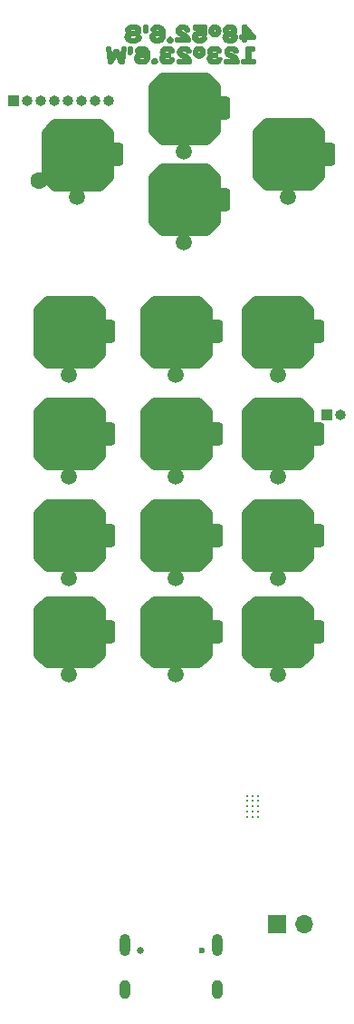
<source format=gbr>
%TF.GenerationSoftware,KiCad,Pcbnew,(6.0.7)*%
%TF.CreationDate,2022-10-07T06:43:15-07:00*%
%TF.ProjectId,phone-rounded,70686f6e-652d-4726-9f75-6e6465642e6b,rev?*%
%TF.SameCoordinates,Original*%
%TF.FileFunction,Soldermask,Bot*%
%TF.FilePolarity,Negative*%
%FSLAX46Y46*%
G04 Gerber Fmt 4.6, Leading zero omitted, Abs format (unit mm)*
G04 Created by KiCad (PCBNEW (6.0.7)) date 2022-10-07 06:43:15*
%MOMM*%
%LPD*%
G01*
G04 APERTURE LIST*
G04 Aperture macros list*
%AMRoundRect*
0 Rectangle with rounded corners*
0 $1 Rounding radius*
0 $2 $3 $4 $5 $6 $7 $8 $9 X,Y pos of 4 corners*
0 Add a 4 corners polygon primitive as box body*
4,1,4,$2,$3,$4,$5,$6,$7,$8,$9,$2,$3,0*
0 Add four circle primitives for the rounded corners*
1,1,$1+$1,$2,$3*
1,1,$1+$1,$4,$5*
1,1,$1+$1,$6,$7*
1,1,$1+$1,$8,$9*
0 Add four rect primitives between the rounded corners*
20,1,$1+$1,$2,$3,$4,$5,0*
20,1,$1+$1,$4,$5,$6,$7,0*
20,1,$1+$1,$6,$7,$8,$9,0*
20,1,$1+$1,$8,$9,$2,$3,0*%
G04 Aperture macros list end*
%ADD10C,0.250000*%
%ADD11C,1.270000*%
%ADD12C,3.183043*%
%ADD13RoundRect,0.317500X0.317500X0.750000X-0.317500X0.750000X-0.317500X-0.750000X0.317500X-0.750000X0*%
%ADD14C,1.500000*%
%ADD15R,1.000000X1.000000*%
%ADD16O,1.000000X1.000000*%
%ADD17C,0.300000*%
%ADD18R,1.700000X1.700000*%
%ADD19O,1.700000X1.700000*%
%ADD20O,1.000000X2.100000*%
%ADD21O,1.000000X1.800000*%
%ADD22C,0.650000*%
%ADD23C,0.600000*%
%ADD24C,1.100000*%
%ADD25C,1.600000*%
G04 APERTURE END LIST*
%TO.C,REF\u002A\u002A*%
G36*
X121821890Y-61194722D02*
G01*
X121821242Y-61234425D01*
X121819412Y-61272331D01*
X121816566Y-61308336D01*
X121812876Y-61342334D01*
X121808510Y-61374220D01*
X121803637Y-61403887D01*
X121793046Y-61456143D01*
X121782454Y-61498257D01*
X121773215Y-61529386D01*
X121764201Y-61555303D01*
X121591124Y-61555303D01*
X121588645Y-61548683D01*
X121582110Y-61529386D01*
X121577744Y-61515248D01*
X121572871Y-61498257D01*
X121567659Y-61478521D01*
X121562279Y-61456143D01*
X121556899Y-61431229D01*
X121551688Y-61403887D01*
X121546815Y-61374220D01*
X121542448Y-61342334D01*
X121538758Y-61308336D01*
X121535913Y-61272331D01*
X121534860Y-61253609D01*
X121534082Y-61234425D01*
X121533600Y-61214791D01*
X121533434Y-61194722D01*
X121533434Y-60978376D01*
X121821898Y-60978376D01*
X121821890Y-61194722D01*
G37*
D10*
X121821890Y-61194722D02*
X121821242Y-61234425D01*
X121819412Y-61272331D01*
X121816566Y-61308336D01*
X121812876Y-61342334D01*
X121808510Y-61374220D01*
X121803637Y-61403887D01*
X121793046Y-61456143D01*
X121782454Y-61498257D01*
X121773215Y-61529386D01*
X121764201Y-61555303D01*
X121591124Y-61555303D01*
X121588645Y-61548683D01*
X121582110Y-61529386D01*
X121577744Y-61515248D01*
X121572871Y-61498257D01*
X121567659Y-61478521D01*
X121562279Y-61456143D01*
X121556899Y-61431229D01*
X121551688Y-61403887D01*
X121546815Y-61374220D01*
X121542448Y-61342334D01*
X121538758Y-61308336D01*
X121535913Y-61272331D01*
X121534860Y-61253609D01*
X121534082Y-61234425D01*
X121533600Y-61214791D01*
X121533434Y-61194722D01*
X121533434Y-60978376D01*
X121821898Y-60978376D01*
X121821890Y-61194722D01*
G36*
X125221422Y-60951389D02*
G01*
X125285248Y-60956917D01*
X125345043Y-60966079D01*
X125400751Y-60978833D01*
X125427056Y-60986544D01*
X125452318Y-60995137D01*
X125476532Y-61004606D01*
X125499690Y-61014947D01*
X125521785Y-61026154D01*
X125542811Y-61038223D01*
X125562760Y-61051146D01*
X125581625Y-61064921D01*
X125599401Y-61079540D01*
X125616080Y-61094999D01*
X125631654Y-61111293D01*
X125646118Y-61128416D01*
X125659464Y-61146363D01*
X125671686Y-61165128D01*
X125682776Y-61184707D01*
X125692728Y-61205094D01*
X125701535Y-61226284D01*
X125709190Y-61248272D01*
X125715686Y-61271051D01*
X125721017Y-61294618D01*
X125725174Y-61318967D01*
X125728153Y-61344092D01*
X125729945Y-61369988D01*
X125730544Y-61396650D01*
X125427660Y-61396650D01*
X125427382Y-61386255D01*
X125426548Y-61376166D01*
X125425160Y-61366385D01*
X125423221Y-61356912D01*
X125420733Y-61347750D01*
X125417697Y-61338901D01*
X125414116Y-61330365D01*
X125409993Y-61322145D01*
X125405328Y-61314241D01*
X125400125Y-61306656D01*
X125394385Y-61299392D01*
X125388111Y-61292448D01*
X125381304Y-61285829D01*
X125373967Y-61279534D01*
X125366101Y-61273565D01*
X125357710Y-61267924D01*
X125348794Y-61262614D01*
X125339357Y-61257634D01*
X125329400Y-61252987D01*
X125318925Y-61248674D01*
X125307935Y-61244697D01*
X125296431Y-61241058D01*
X125284416Y-61237758D01*
X125271892Y-61234799D01*
X125258861Y-61232181D01*
X125245325Y-61229908D01*
X125231285Y-61227980D01*
X125216746Y-61226399D01*
X125201707Y-61225167D01*
X125186172Y-61224284D01*
X125170142Y-61223754D01*
X125153620Y-61223577D01*
X125121069Y-61224285D01*
X125090496Y-61226400D01*
X125061917Y-61229911D01*
X125035350Y-61234803D01*
X125010811Y-61241064D01*
X124988317Y-61248682D01*
X124967885Y-61257644D01*
X124949532Y-61267936D01*
X124941140Y-61273577D01*
X124933275Y-61279546D01*
X124925938Y-61285842D01*
X124919131Y-61292462D01*
X124912856Y-61299405D01*
X124907116Y-61306670D01*
X124901913Y-61314255D01*
X124897248Y-61322158D01*
X124893125Y-61330377D01*
X124889544Y-61338912D01*
X124886508Y-61347761D01*
X124884020Y-61356921D01*
X124882080Y-61366392D01*
X124880693Y-61376171D01*
X124879859Y-61386257D01*
X124879580Y-61396650D01*
X124879842Y-61407044D01*
X124880626Y-61417133D01*
X124881931Y-61426915D01*
X124883755Y-61436387D01*
X124886096Y-61445549D01*
X124888954Y-61454399D01*
X124892326Y-61462935D01*
X124896211Y-61471156D01*
X124900608Y-61479059D01*
X124905514Y-61486645D01*
X124910928Y-61493910D01*
X124916848Y-61500853D01*
X124923274Y-61507473D01*
X124930203Y-61513769D01*
X124937634Y-61519738D01*
X124945565Y-61525378D01*
X124953994Y-61530690D01*
X124962921Y-61535670D01*
X124972343Y-61540317D01*
X124982259Y-61544630D01*
X124992667Y-61548607D01*
X125003566Y-61552247D01*
X125014954Y-61555547D01*
X125026830Y-61558507D01*
X125039192Y-61561124D01*
X125052038Y-61563398D01*
X125065366Y-61565326D01*
X125079176Y-61566907D01*
X125093466Y-61568140D01*
X125108234Y-61569022D01*
X125123478Y-61569553D01*
X125139197Y-61569730D01*
X125355547Y-61569722D01*
X125355547Y-61829343D01*
X125139201Y-61829343D01*
X125102998Y-61830051D01*
X125069040Y-61832167D01*
X125037338Y-61835677D01*
X125007905Y-61840569D01*
X124980754Y-61846831D01*
X124955898Y-61854448D01*
X124933349Y-61863410D01*
X124913119Y-61873702D01*
X124895222Y-61885313D01*
X124887153Y-61891608D01*
X124879671Y-61898228D01*
X124872778Y-61905171D01*
X124866477Y-61912436D01*
X124860768Y-61920021D01*
X124855653Y-61927924D01*
X124851134Y-61936144D01*
X124847213Y-61944678D01*
X124843890Y-61953527D01*
X124841168Y-61962687D01*
X124839048Y-61972158D01*
X124837532Y-61981937D01*
X124836622Y-61992024D01*
X124836318Y-62002416D01*
X124836630Y-62012811D01*
X124837564Y-62022900D01*
X124839117Y-62032681D01*
X124841287Y-62042154D01*
X124844069Y-62051315D01*
X124847460Y-62060165D01*
X124851458Y-62068701D01*
X124856059Y-62076922D01*
X124861260Y-62084826D01*
X124867058Y-62092411D01*
X124873450Y-62099676D01*
X124880432Y-62106619D01*
X124888001Y-62113240D01*
X124896155Y-62119535D01*
X124904890Y-62125504D01*
X124914202Y-62131145D01*
X124924089Y-62136456D01*
X124934548Y-62141436D01*
X124945575Y-62146083D01*
X124957167Y-62150396D01*
X124969321Y-62154373D01*
X124982034Y-62158013D01*
X124995303Y-62161313D01*
X125009124Y-62164273D01*
X125023494Y-62166891D01*
X125038410Y-62169164D01*
X125053870Y-62171092D01*
X125069869Y-62172674D01*
X125086405Y-62173906D01*
X125103474Y-62174789D01*
X125121074Y-62175319D01*
X125139201Y-62175496D01*
X125175403Y-62174788D01*
X125209361Y-62172673D01*
X125241063Y-62169162D01*
X125270496Y-62164270D01*
X125297647Y-62158008D01*
X125322503Y-62150390D01*
X125345053Y-62141429D01*
X125365282Y-62131136D01*
X125383179Y-62119525D01*
X125391249Y-62113230D01*
X125398731Y-62106609D01*
X125405623Y-62099666D01*
X125411925Y-62092401D01*
X125417634Y-62084816D01*
X125422748Y-62076912D01*
X125427267Y-62068692D01*
X125431189Y-62060157D01*
X125434511Y-62051308D01*
X125437233Y-62042147D01*
X125439353Y-62032676D01*
X125440869Y-62022896D01*
X125441780Y-62012809D01*
X125442084Y-62002416D01*
X125744967Y-62002416D01*
X125744343Y-62029078D01*
X125742474Y-62054975D01*
X125739367Y-62080101D01*
X125735029Y-62104450D01*
X125729465Y-62128017D01*
X125722682Y-62150797D01*
X125714686Y-62172785D01*
X125705484Y-62193976D01*
X125695081Y-62214363D01*
X125683486Y-62233942D01*
X125670702Y-62252708D01*
X125656738Y-62270656D01*
X125641599Y-62287779D01*
X125625292Y-62304073D01*
X125607822Y-62319532D01*
X125589197Y-62334151D01*
X125569423Y-62347926D01*
X125548505Y-62360850D01*
X125526451Y-62372918D01*
X125503267Y-62384125D01*
X125478959Y-62394467D01*
X125453533Y-62403936D01*
X125426995Y-62412529D01*
X125399353Y-62420240D01*
X125370612Y-62427063D01*
X125340779Y-62432994D01*
X125309860Y-62438026D01*
X125277861Y-62442156D01*
X125244789Y-62445377D01*
X125210650Y-62447684D01*
X125175451Y-62449073D01*
X125139197Y-62449536D01*
X125068219Y-62447684D01*
X125001361Y-62442156D01*
X124938686Y-62432994D01*
X124880257Y-62420240D01*
X124826139Y-62403936D01*
X124800716Y-62394467D01*
X124776394Y-62384125D01*
X124753181Y-62372918D01*
X124731086Y-62360850D01*
X124710116Y-62347926D01*
X124690278Y-62334151D01*
X124671581Y-62319532D01*
X124654034Y-62304073D01*
X124637643Y-62287779D01*
X124622416Y-62270656D01*
X124608362Y-62252708D01*
X124595489Y-62233942D01*
X124583804Y-62214363D01*
X124573316Y-62193976D01*
X124564031Y-62172785D01*
X124555959Y-62150797D01*
X124549107Y-62128017D01*
X124543484Y-62104450D01*
X124539096Y-62080101D01*
X124535952Y-62054975D01*
X124534059Y-62029078D01*
X124533427Y-62002416D01*
X124534204Y-61976322D01*
X124536531Y-61951052D01*
X124540405Y-61926619D01*
X124545822Y-61903035D01*
X124552777Y-61880312D01*
X124561265Y-61858465D01*
X124571283Y-61837504D01*
X124582827Y-61817444D01*
X124595892Y-61798296D01*
X124610474Y-61780074D01*
X124626568Y-61762789D01*
X124644171Y-61746455D01*
X124663278Y-61731084D01*
X124683885Y-61716689D01*
X124705988Y-61703282D01*
X124729582Y-61690877D01*
X124711227Y-61678073D01*
X124694025Y-61664523D01*
X124685859Y-61657469D01*
X124677982Y-61650228D01*
X124670395Y-61642801D01*
X124663100Y-61635188D01*
X124656096Y-61627388D01*
X124649385Y-61619403D01*
X124642966Y-61611231D01*
X124636840Y-61602873D01*
X124631007Y-61594328D01*
X124625469Y-61585598D01*
X124620226Y-61576681D01*
X124615278Y-61567579D01*
X124610626Y-61558290D01*
X124606270Y-61548815D01*
X124602211Y-61539154D01*
X124598450Y-61529308D01*
X124594986Y-61519275D01*
X124591820Y-61509056D01*
X124588954Y-61498652D01*
X124586387Y-61488061D01*
X124584120Y-61477285D01*
X124582154Y-61466323D01*
X124579125Y-61443841D01*
X124577305Y-61420617D01*
X124576697Y-61396650D01*
X124577296Y-61369988D01*
X124579088Y-61344092D01*
X124582066Y-61318967D01*
X124586224Y-61294618D01*
X124591554Y-61271051D01*
X124598050Y-61248272D01*
X124605705Y-61226284D01*
X124614512Y-61205094D01*
X124624464Y-61184707D01*
X124635555Y-61165128D01*
X124647776Y-61146363D01*
X124661122Y-61128416D01*
X124675586Y-61111293D01*
X124691161Y-61094999D01*
X124707839Y-61079540D01*
X124725615Y-61064921D01*
X124744481Y-61051146D01*
X124764430Y-61038223D01*
X124785455Y-61026154D01*
X124807550Y-61014947D01*
X124830708Y-61004606D01*
X124854922Y-60995137D01*
X124880185Y-60986544D01*
X124906489Y-60978833D01*
X124933830Y-60972010D01*
X124962198Y-60966079D01*
X124991588Y-60961047D01*
X125021993Y-60956917D01*
X125053405Y-60953696D01*
X125085818Y-60951389D01*
X125119226Y-60950000D01*
X125153620Y-60949537D01*
X125221422Y-60951389D01*
G37*
X125221422Y-60951389D02*
X125285248Y-60956917D01*
X125345043Y-60966079D01*
X125400751Y-60978833D01*
X125427056Y-60986544D01*
X125452318Y-60995137D01*
X125476532Y-61004606D01*
X125499690Y-61014947D01*
X125521785Y-61026154D01*
X125542811Y-61038223D01*
X125562760Y-61051146D01*
X125581625Y-61064921D01*
X125599401Y-61079540D01*
X125616080Y-61094999D01*
X125631654Y-61111293D01*
X125646118Y-61128416D01*
X125659464Y-61146363D01*
X125671686Y-61165128D01*
X125682776Y-61184707D01*
X125692728Y-61205094D01*
X125701535Y-61226284D01*
X125709190Y-61248272D01*
X125715686Y-61271051D01*
X125721017Y-61294618D01*
X125725174Y-61318967D01*
X125728153Y-61344092D01*
X125729945Y-61369988D01*
X125730544Y-61396650D01*
X125427660Y-61396650D01*
X125427382Y-61386255D01*
X125426548Y-61376166D01*
X125425160Y-61366385D01*
X125423221Y-61356912D01*
X125420733Y-61347750D01*
X125417697Y-61338901D01*
X125414116Y-61330365D01*
X125409993Y-61322145D01*
X125405328Y-61314241D01*
X125400125Y-61306656D01*
X125394385Y-61299392D01*
X125388111Y-61292448D01*
X125381304Y-61285829D01*
X125373967Y-61279534D01*
X125366101Y-61273565D01*
X125357710Y-61267924D01*
X125348794Y-61262614D01*
X125339357Y-61257634D01*
X125329400Y-61252987D01*
X125318925Y-61248674D01*
X125307935Y-61244697D01*
X125296431Y-61241058D01*
X125284416Y-61237758D01*
X125271892Y-61234799D01*
X125258861Y-61232181D01*
X125245325Y-61229908D01*
X125231285Y-61227980D01*
X125216746Y-61226399D01*
X125201707Y-61225167D01*
X125186172Y-61224284D01*
X125170142Y-61223754D01*
X125153620Y-61223577D01*
X125121069Y-61224285D01*
X125090496Y-61226400D01*
X125061917Y-61229911D01*
X125035350Y-61234803D01*
X125010811Y-61241064D01*
X124988317Y-61248682D01*
X124967885Y-61257644D01*
X124949532Y-61267936D01*
X124941140Y-61273577D01*
X124933275Y-61279546D01*
X124925938Y-61285842D01*
X124919131Y-61292462D01*
X124912856Y-61299405D01*
X124907116Y-61306670D01*
X124901913Y-61314255D01*
X124897248Y-61322158D01*
X124893125Y-61330377D01*
X124889544Y-61338912D01*
X124886508Y-61347761D01*
X124884020Y-61356921D01*
X124882080Y-61366392D01*
X124880693Y-61376171D01*
X124879859Y-61386257D01*
X124879580Y-61396650D01*
X124879842Y-61407044D01*
X124880626Y-61417133D01*
X124881931Y-61426915D01*
X124883755Y-61436387D01*
X124886096Y-61445549D01*
X124888954Y-61454399D01*
X124892326Y-61462935D01*
X124896211Y-61471156D01*
X124900608Y-61479059D01*
X124905514Y-61486645D01*
X124910928Y-61493910D01*
X124916848Y-61500853D01*
X124923274Y-61507473D01*
X124930203Y-61513769D01*
X124937634Y-61519738D01*
X124945565Y-61525378D01*
X124953994Y-61530690D01*
X124962921Y-61535670D01*
X124972343Y-61540317D01*
X124982259Y-61544630D01*
X124992667Y-61548607D01*
X125003566Y-61552247D01*
X125014954Y-61555547D01*
X125026830Y-61558507D01*
X125039192Y-61561124D01*
X125052038Y-61563398D01*
X125065366Y-61565326D01*
X125079176Y-61566907D01*
X125093466Y-61568140D01*
X125108234Y-61569022D01*
X125123478Y-61569553D01*
X125139197Y-61569730D01*
X125355547Y-61569722D01*
X125355547Y-61829343D01*
X125139201Y-61829343D01*
X125102998Y-61830051D01*
X125069040Y-61832167D01*
X125037338Y-61835677D01*
X125007905Y-61840569D01*
X124980754Y-61846831D01*
X124955898Y-61854448D01*
X124933349Y-61863410D01*
X124913119Y-61873702D01*
X124895222Y-61885313D01*
X124887153Y-61891608D01*
X124879671Y-61898228D01*
X124872778Y-61905171D01*
X124866477Y-61912436D01*
X124860768Y-61920021D01*
X124855653Y-61927924D01*
X124851134Y-61936144D01*
X124847213Y-61944678D01*
X124843890Y-61953527D01*
X124841168Y-61962687D01*
X124839048Y-61972158D01*
X124837532Y-61981937D01*
X124836622Y-61992024D01*
X124836318Y-62002416D01*
X124836630Y-62012811D01*
X124837564Y-62022900D01*
X124839117Y-62032681D01*
X124841287Y-62042154D01*
X124844069Y-62051315D01*
X124847460Y-62060165D01*
X124851458Y-62068701D01*
X124856059Y-62076922D01*
X124861260Y-62084826D01*
X124867058Y-62092411D01*
X124873450Y-62099676D01*
X124880432Y-62106619D01*
X124888001Y-62113240D01*
X124896155Y-62119535D01*
X124904890Y-62125504D01*
X124914202Y-62131145D01*
X124924089Y-62136456D01*
X124934548Y-62141436D01*
X124945575Y-62146083D01*
X124957167Y-62150396D01*
X124969321Y-62154373D01*
X124982034Y-62158013D01*
X124995303Y-62161313D01*
X125009124Y-62164273D01*
X125023494Y-62166891D01*
X125038410Y-62169164D01*
X125053870Y-62171092D01*
X125069869Y-62172674D01*
X125086405Y-62173906D01*
X125103474Y-62174789D01*
X125121074Y-62175319D01*
X125139201Y-62175496D01*
X125175403Y-62174788D01*
X125209361Y-62172673D01*
X125241063Y-62169162D01*
X125270496Y-62164270D01*
X125297647Y-62158008D01*
X125322503Y-62150390D01*
X125345053Y-62141429D01*
X125365282Y-62131136D01*
X125383179Y-62119525D01*
X125391249Y-62113230D01*
X125398731Y-62106609D01*
X125405623Y-62099666D01*
X125411925Y-62092401D01*
X125417634Y-62084816D01*
X125422748Y-62076912D01*
X125427267Y-62068692D01*
X125431189Y-62060157D01*
X125434511Y-62051308D01*
X125437233Y-62042147D01*
X125439353Y-62032676D01*
X125440869Y-62022896D01*
X125441780Y-62012809D01*
X125442084Y-62002416D01*
X125744967Y-62002416D01*
X125744343Y-62029078D01*
X125742474Y-62054975D01*
X125739367Y-62080101D01*
X125735029Y-62104450D01*
X125729465Y-62128017D01*
X125722682Y-62150797D01*
X125714686Y-62172785D01*
X125705484Y-62193976D01*
X125695081Y-62214363D01*
X125683486Y-62233942D01*
X125670702Y-62252708D01*
X125656738Y-62270656D01*
X125641599Y-62287779D01*
X125625292Y-62304073D01*
X125607822Y-62319532D01*
X125589197Y-62334151D01*
X125569423Y-62347926D01*
X125548505Y-62360850D01*
X125526451Y-62372918D01*
X125503267Y-62384125D01*
X125478959Y-62394467D01*
X125453533Y-62403936D01*
X125426995Y-62412529D01*
X125399353Y-62420240D01*
X125370612Y-62427063D01*
X125340779Y-62432994D01*
X125309860Y-62438026D01*
X125277861Y-62442156D01*
X125244789Y-62445377D01*
X125210650Y-62447684D01*
X125175451Y-62449073D01*
X125139197Y-62449536D01*
X125068219Y-62447684D01*
X125001361Y-62442156D01*
X124938686Y-62432994D01*
X124880257Y-62420240D01*
X124826139Y-62403936D01*
X124800716Y-62394467D01*
X124776394Y-62384125D01*
X124753181Y-62372918D01*
X124731086Y-62360850D01*
X124710116Y-62347926D01*
X124690278Y-62334151D01*
X124671581Y-62319532D01*
X124654034Y-62304073D01*
X124637643Y-62287779D01*
X124622416Y-62270656D01*
X124608362Y-62252708D01*
X124595489Y-62233942D01*
X124583804Y-62214363D01*
X124573316Y-62193976D01*
X124564031Y-62172785D01*
X124555959Y-62150797D01*
X124549107Y-62128017D01*
X124543484Y-62104450D01*
X124539096Y-62080101D01*
X124535952Y-62054975D01*
X124534059Y-62029078D01*
X124533427Y-62002416D01*
X124534204Y-61976322D01*
X124536531Y-61951052D01*
X124540405Y-61926619D01*
X124545822Y-61903035D01*
X124552777Y-61880312D01*
X124561265Y-61858465D01*
X124571283Y-61837504D01*
X124582827Y-61817444D01*
X124595892Y-61798296D01*
X124610474Y-61780074D01*
X124626568Y-61762789D01*
X124644171Y-61746455D01*
X124663278Y-61731084D01*
X124683885Y-61716689D01*
X124705988Y-61703282D01*
X124729582Y-61690877D01*
X124711227Y-61678073D01*
X124694025Y-61664523D01*
X124685859Y-61657469D01*
X124677982Y-61650228D01*
X124670395Y-61642801D01*
X124663100Y-61635188D01*
X124656096Y-61627388D01*
X124649385Y-61619403D01*
X124642966Y-61611231D01*
X124636840Y-61602873D01*
X124631007Y-61594328D01*
X124625469Y-61585598D01*
X124620226Y-61576681D01*
X124615278Y-61567579D01*
X124610626Y-61558290D01*
X124606270Y-61548815D01*
X124602211Y-61539154D01*
X124598450Y-61529308D01*
X124594986Y-61519275D01*
X124591820Y-61509056D01*
X124588954Y-61498652D01*
X124586387Y-61488061D01*
X124584120Y-61477285D01*
X124582154Y-61466323D01*
X124579125Y-61443841D01*
X124577305Y-61420617D01*
X124576697Y-61396650D01*
X124577296Y-61369988D01*
X124579088Y-61344092D01*
X124582066Y-61318967D01*
X124586224Y-61294618D01*
X124591554Y-61271051D01*
X124598050Y-61248272D01*
X124605705Y-61226284D01*
X124614512Y-61205094D01*
X124624464Y-61184707D01*
X124635555Y-61165128D01*
X124647776Y-61146363D01*
X124661122Y-61128416D01*
X124675586Y-61111293D01*
X124691161Y-61094999D01*
X124707839Y-61079540D01*
X124725615Y-61064921D01*
X124744481Y-61051146D01*
X124764430Y-61038223D01*
X124785455Y-61026154D01*
X124807550Y-61014947D01*
X124830708Y-61004606D01*
X124854922Y-60995137D01*
X124880185Y-60986544D01*
X124906489Y-60978833D01*
X124933830Y-60972010D01*
X124962198Y-60966079D01*
X124991588Y-60961047D01*
X125021993Y-60956917D01*
X125053405Y-60953696D01*
X125085818Y-60951389D01*
X125119226Y-60950000D01*
X125153620Y-60949537D01*
X125221422Y-60951389D01*
G36*
X126807966Y-60951713D02*
G01*
X126871792Y-60958157D01*
X126902197Y-60962939D01*
X126931587Y-60968741D01*
X126959955Y-60975547D01*
X126987295Y-60983341D01*
X127013600Y-60992106D01*
X127038862Y-61001827D01*
X127063076Y-61012489D01*
X127086234Y-61024074D01*
X127108329Y-61036569D01*
X127129355Y-61049956D01*
X127149304Y-61064219D01*
X127168169Y-61079344D01*
X127185945Y-61095314D01*
X127202624Y-61112113D01*
X127218198Y-61129725D01*
X127232662Y-61148135D01*
X127246008Y-61167327D01*
X127258230Y-61187284D01*
X127269320Y-61207992D01*
X127279272Y-61229434D01*
X127288079Y-61251594D01*
X127295734Y-61274456D01*
X127302230Y-61298005D01*
X127307561Y-61322225D01*
X127311718Y-61347100D01*
X127314697Y-61372614D01*
X127316489Y-61398752D01*
X127317088Y-61425496D01*
X127014204Y-61425496D01*
X127013926Y-61415019D01*
X127013092Y-61404689D01*
X127011704Y-61394518D01*
X127009765Y-61384519D01*
X127007277Y-61374704D01*
X127004241Y-61365085D01*
X127000660Y-61355675D01*
X126996537Y-61346484D01*
X126991872Y-61337526D01*
X126986669Y-61328813D01*
X126980929Y-61320356D01*
X126974655Y-61312168D01*
X126967848Y-61304261D01*
X126960511Y-61296647D01*
X126952645Y-61289339D01*
X126944254Y-61282348D01*
X126935338Y-61275686D01*
X126925901Y-61269367D01*
X126915944Y-61263401D01*
X126905469Y-61257801D01*
X126894479Y-61252580D01*
X126882976Y-61247749D01*
X126870960Y-61243320D01*
X126858436Y-61239306D01*
X126845405Y-61235719D01*
X126831869Y-61232570D01*
X126817829Y-61229873D01*
X126803290Y-61227639D01*
X126788251Y-61225880D01*
X126772716Y-61224608D01*
X126756686Y-61223837D01*
X126740164Y-61223577D01*
X126707613Y-61224285D01*
X126677040Y-61226400D01*
X126648461Y-61229911D01*
X126621894Y-61234803D01*
X126597355Y-61241064D01*
X126574861Y-61248682D01*
X126554429Y-61257644D01*
X126536076Y-61267936D01*
X126527685Y-61273577D01*
X126519819Y-61279546D01*
X126512482Y-61285842D01*
X126505675Y-61292462D01*
X126499400Y-61299405D01*
X126493660Y-61306670D01*
X126488457Y-61314255D01*
X126483792Y-61322158D01*
X126479669Y-61330377D01*
X126476088Y-61338912D01*
X126473052Y-61347761D01*
X126470564Y-61356921D01*
X126468624Y-61366392D01*
X126467237Y-61376171D01*
X126466403Y-61386257D01*
X126466124Y-61396650D01*
X126466321Y-61404397D01*
X126466925Y-61411955D01*
X126467952Y-61419338D01*
X126469420Y-61426558D01*
X126471347Y-61433630D01*
X126473749Y-61440567D01*
X126476645Y-61447383D01*
X126480052Y-61454093D01*
X126483987Y-61460709D01*
X126488467Y-61467245D01*
X126493511Y-61473716D01*
X126499135Y-61480135D01*
X126505356Y-61486515D01*
X126512194Y-61492871D01*
X126519664Y-61499217D01*
X126527784Y-61505565D01*
X126536572Y-61511930D01*
X126546045Y-61518325D01*
X126556220Y-61524765D01*
X126567115Y-61531263D01*
X126578748Y-61537833D01*
X126591135Y-61544488D01*
X126618244Y-61558110D01*
X126648581Y-61572239D01*
X126682286Y-61586986D01*
X126719497Y-61602460D01*
X126760355Y-61618772D01*
X126828730Y-61647156D01*
X126893183Y-61677090D01*
X126953647Y-61708503D01*
X127010055Y-61741323D01*
X127062339Y-61775478D01*
X127110431Y-61810897D01*
X127154264Y-61847507D01*
X127193770Y-61885237D01*
X127228881Y-61924015D01*
X127259531Y-61963769D01*
X127285650Y-62004427D01*
X127307172Y-62045918D01*
X127324029Y-62088169D01*
X127330687Y-62109558D01*
X127336154Y-62131110D01*
X127340420Y-62152816D01*
X127343478Y-62174667D01*
X127345319Y-62196655D01*
X127345934Y-62218770D01*
X127345934Y-62420690D01*
X126134390Y-62420690D01*
X126134390Y-62161077D01*
X127014201Y-62161077D01*
X127013772Y-62150826D01*
X127012496Y-62140627D01*
X127010386Y-62130482D01*
X127007457Y-62120392D01*
X127003723Y-62110360D01*
X126999198Y-62100386D01*
X126993897Y-62090473D01*
X126987833Y-62080621D01*
X126981022Y-62070833D01*
X126973477Y-62061110D01*
X126965213Y-62051453D01*
X126956243Y-62041865D01*
X126946583Y-62032346D01*
X126936246Y-62022898D01*
X126925246Y-62013524D01*
X126913599Y-62004224D01*
X126901318Y-61995000D01*
X126888417Y-61985854D01*
X126860814Y-61967801D01*
X126830904Y-61950077D01*
X126798801Y-61932696D01*
X126764618Y-61915670D01*
X126728472Y-61899012D01*
X126690474Y-61882734D01*
X126650740Y-61866849D01*
X126585844Y-61840557D01*
X126526268Y-61814581D01*
X126471855Y-61788767D01*
X126422450Y-61762957D01*
X126377896Y-61736994D01*
X126338036Y-61710724D01*
X126302714Y-61683988D01*
X126271774Y-61656632D01*
X126245060Y-61628497D01*
X126222415Y-61599429D01*
X126203682Y-61569271D01*
X126188707Y-61537865D01*
X126177331Y-61505057D01*
X126169399Y-61470689D01*
X126164754Y-61434606D01*
X126163241Y-61396650D01*
X126163889Y-61371256D01*
X126165822Y-61346468D01*
X126169024Y-61322297D01*
X126173478Y-61298758D01*
X126179168Y-61275863D01*
X126186078Y-61253626D01*
X126194190Y-61232060D01*
X126203490Y-61211177D01*
X126213960Y-61190992D01*
X126225585Y-61171518D01*
X126238347Y-61152767D01*
X126252230Y-61134752D01*
X126267218Y-61117488D01*
X126283295Y-61100987D01*
X126300444Y-61085263D01*
X126318649Y-61070328D01*
X126337894Y-61056196D01*
X126358161Y-61042880D01*
X126379436Y-61030393D01*
X126401700Y-61018749D01*
X126424939Y-61007961D01*
X126449135Y-60998041D01*
X126474273Y-60989003D01*
X126500335Y-60980861D01*
X126527306Y-60973627D01*
X126555169Y-60967315D01*
X126583908Y-60961938D01*
X126613506Y-60957508D01*
X126643947Y-60954041D01*
X126675214Y-60951547D01*
X126707292Y-60950041D01*
X126740164Y-60949537D01*
X126807966Y-60951713D01*
G37*
X126807966Y-60951713D02*
X126871792Y-60958157D01*
X126902197Y-60962939D01*
X126931587Y-60968741D01*
X126959955Y-60975547D01*
X126987295Y-60983341D01*
X127013600Y-60992106D01*
X127038862Y-61001827D01*
X127063076Y-61012489D01*
X127086234Y-61024074D01*
X127108329Y-61036569D01*
X127129355Y-61049956D01*
X127149304Y-61064219D01*
X127168169Y-61079344D01*
X127185945Y-61095314D01*
X127202624Y-61112113D01*
X127218198Y-61129725D01*
X127232662Y-61148135D01*
X127246008Y-61167327D01*
X127258230Y-61187284D01*
X127269320Y-61207992D01*
X127279272Y-61229434D01*
X127288079Y-61251594D01*
X127295734Y-61274456D01*
X127302230Y-61298005D01*
X127307561Y-61322225D01*
X127311718Y-61347100D01*
X127314697Y-61372614D01*
X127316489Y-61398752D01*
X127317088Y-61425496D01*
X127014204Y-61425496D01*
X127013926Y-61415019D01*
X127013092Y-61404689D01*
X127011704Y-61394518D01*
X127009765Y-61384519D01*
X127007277Y-61374704D01*
X127004241Y-61365085D01*
X127000660Y-61355675D01*
X126996537Y-61346484D01*
X126991872Y-61337526D01*
X126986669Y-61328813D01*
X126980929Y-61320356D01*
X126974655Y-61312168D01*
X126967848Y-61304261D01*
X126960511Y-61296647D01*
X126952645Y-61289339D01*
X126944254Y-61282348D01*
X126935338Y-61275686D01*
X126925901Y-61269367D01*
X126915944Y-61263401D01*
X126905469Y-61257801D01*
X126894479Y-61252580D01*
X126882976Y-61247749D01*
X126870960Y-61243320D01*
X126858436Y-61239306D01*
X126845405Y-61235719D01*
X126831869Y-61232570D01*
X126817829Y-61229873D01*
X126803290Y-61227639D01*
X126788251Y-61225880D01*
X126772716Y-61224608D01*
X126756686Y-61223837D01*
X126740164Y-61223577D01*
X126707613Y-61224285D01*
X126677040Y-61226400D01*
X126648461Y-61229911D01*
X126621894Y-61234803D01*
X126597355Y-61241064D01*
X126574861Y-61248682D01*
X126554429Y-61257644D01*
X126536076Y-61267936D01*
X126527685Y-61273577D01*
X126519819Y-61279546D01*
X126512482Y-61285842D01*
X126505675Y-61292462D01*
X126499400Y-61299405D01*
X126493660Y-61306670D01*
X126488457Y-61314255D01*
X126483792Y-61322158D01*
X126479669Y-61330377D01*
X126476088Y-61338912D01*
X126473052Y-61347761D01*
X126470564Y-61356921D01*
X126468624Y-61366392D01*
X126467237Y-61376171D01*
X126466403Y-61386257D01*
X126466124Y-61396650D01*
X126466321Y-61404397D01*
X126466925Y-61411955D01*
X126467952Y-61419338D01*
X126469420Y-61426558D01*
X126471347Y-61433630D01*
X126473749Y-61440567D01*
X126476645Y-61447383D01*
X126480052Y-61454093D01*
X126483987Y-61460709D01*
X126488467Y-61467245D01*
X126493511Y-61473716D01*
X126499135Y-61480135D01*
X126505356Y-61486515D01*
X126512194Y-61492871D01*
X126519664Y-61499217D01*
X126527784Y-61505565D01*
X126536572Y-61511930D01*
X126546045Y-61518325D01*
X126556220Y-61524765D01*
X126567115Y-61531263D01*
X126578748Y-61537833D01*
X126591135Y-61544488D01*
X126618244Y-61558110D01*
X126648581Y-61572239D01*
X126682286Y-61586986D01*
X126719497Y-61602460D01*
X126760355Y-61618772D01*
X126828730Y-61647156D01*
X126893183Y-61677090D01*
X126953647Y-61708503D01*
X127010055Y-61741323D01*
X127062339Y-61775478D01*
X127110431Y-61810897D01*
X127154264Y-61847507D01*
X127193770Y-61885237D01*
X127228881Y-61924015D01*
X127259531Y-61963769D01*
X127285650Y-62004427D01*
X127307172Y-62045918D01*
X127324029Y-62088169D01*
X127330687Y-62109558D01*
X127336154Y-62131110D01*
X127340420Y-62152816D01*
X127343478Y-62174667D01*
X127345319Y-62196655D01*
X127345934Y-62218770D01*
X127345934Y-62420690D01*
X126134390Y-62420690D01*
X126134390Y-62161077D01*
X127014201Y-62161077D01*
X127013772Y-62150826D01*
X127012496Y-62140627D01*
X127010386Y-62130482D01*
X127007457Y-62120392D01*
X127003723Y-62110360D01*
X126999198Y-62100386D01*
X126993897Y-62090473D01*
X126987833Y-62080621D01*
X126981022Y-62070833D01*
X126973477Y-62061110D01*
X126965213Y-62051453D01*
X126956243Y-62041865D01*
X126946583Y-62032346D01*
X126936246Y-62022898D01*
X126925246Y-62013524D01*
X126913599Y-62004224D01*
X126901318Y-61995000D01*
X126888417Y-61985854D01*
X126860814Y-61967801D01*
X126830904Y-61950077D01*
X126798801Y-61932696D01*
X126764618Y-61915670D01*
X126728472Y-61899012D01*
X126690474Y-61882734D01*
X126650740Y-61866849D01*
X126585844Y-61840557D01*
X126526268Y-61814581D01*
X126471855Y-61788767D01*
X126422450Y-61762957D01*
X126377896Y-61736994D01*
X126338036Y-61710724D01*
X126302714Y-61683988D01*
X126271774Y-61656632D01*
X126245060Y-61628497D01*
X126222415Y-61599429D01*
X126203682Y-61569271D01*
X126188707Y-61537865D01*
X126177331Y-61505057D01*
X126169399Y-61470689D01*
X126164754Y-61434606D01*
X126163241Y-61396650D01*
X126163889Y-61371256D01*
X126165822Y-61346468D01*
X126169024Y-61322297D01*
X126173478Y-61298758D01*
X126179168Y-61275863D01*
X126186078Y-61253626D01*
X126194190Y-61232060D01*
X126203490Y-61211177D01*
X126213960Y-61190992D01*
X126225585Y-61171518D01*
X126238347Y-61152767D01*
X126252230Y-61134752D01*
X126267218Y-61117488D01*
X126283295Y-61100987D01*
X126300444Y-61085263D01*
X126318649Y-61070328D01*
X126337894Y-61056196D01*
X126358161Y-61042880D01*
X126379436Y-61030393D01*
X126401700Y-61018749D01*
X126424939Y-61007961D01*
X126449135Y-60998041D01*
X126474273Y-60989003D01*
X126500335Y-60980861D01*
X126527306Y-60973627D01*
X126555169Y-60967315D01*
X126583908Y-60961938D01*
X126613506Y-60957508D01*
X126643947Y-60954041D01*
X126675214Y-60951547D01*
X126707292Y-60950041D01*
X126740164Y-60949537D01*
X126807966Y-60951713D01*
G36*
X131238741Y-60951713D02*
G01*
X131302567Y-60958157D01*
X131332971Y-60962939D01*
X131362361Y-60968741D01*
X131390730Y-60975547D01*
X131418070Y-60983341D01*
X131444375Y-60992106D01*
X131469637Y-61001827D01*
X131493851Y-61012489D01*
X131517009Y-61024074D01*
X131539104Y-61036569D01*
X131560129Y-61049956D01*
X131580078Y-61064219D01*
X131598944Y-61079344D01*
X131616720Y-61095314D01*
X131633398Y-61112113D01*
X131648973Y-61129725D01*
X131663437Y-61148135D01*
X131676783Y-61167327D01*
X131689005Y-61187284D01*
X131700095Y-61207992D01*
X131710047Y-61229434D01*
X131718854Y-61251594D01*
X131726509Y-61274456D01*
X131733005Y-61298005D01*
X131738335Y-61322225D01*
X131742493Y-61347100D01*
X131745471Y-61372614D01*
X131747263Y-61398752D01*
X131747862Y-61425496D01*
X131444979Y-61425496D01*
X131444701Y-61415019D01*
X131443867Y-61404689D01*
X131442479Y-61394518D01*
X131440540Y-61384519D01*
X131438051Y-61374704D01*
X131435016Y-61365085D01*
X131431435Y-61355675D01*
X131427311Y-61346484D01*
X131422647Y-61337526D01*
X131417444Y-61328813D01*
X131411704Y-61320356D01*
X131405429Y-61312168D01*
X131398623Y-61304261D01*
X131391285Y-61296647D01*
X131383420Y-61289339D01*
X131375029Y-61282348D01*
X131366113Y-61275686D01*
X131356676Y-61269367D01*
X131346719Y-61263401D01*
X131336244Y-61257801D01*
X131325254Y-61252580D01*
X131313750Y-61247749D01*
X131301735Y-61243320D01*
X131289211Y-61239306D01*
X131276180Y-61235719D01*
X131262643Y-61232570D01*
X131248604Y-61229873D01*
X131234064Y-61227639D01*
X131219026Y-61225880D01*
X131203490Y-61224608D01*
X131187461Y-61223837D01*
X131170939Y-61223577D01*
X131138388Y-61224285D01*
X131107815Y-61226400D01*
X131079236Y-61229911D01*
X131052669Y-61234803D01*
X131028129Y-61241064D01*
X131005635Y-61248682D01*
X130985204Y-61257644D01*
X130966851Y-61267936D01*
X130958459Y-61273577D01*
X130950594Y-61279546D01*
X130943256Y-61285842D01*
X130936450Y-61292462D01*
X130930175Y-61299405D01*
X130924435Y-61306670D01*
X130919232Y-61314255D01*
X130914567Y-61322158D01*
X130910443Y-61330377D01*
X130906862Y-61338912D01*
X130903827Y-61347761D01*
X130901338Y-61356921D01*
X130899399Y-61366392D01*
X130898011Y-61376171D01*
X130897177Y-61386257D01*
X130896899Y-61396650D01*
X130897096Y-61404397D01*
X130897700Y-61411955D01*
X130898727Y-61419338D01*
X130900195Y-61426558D01*
X130902121Y-61433630D01*
X130904524Y-61440567D01*
X130907420Y-61447383D01*
X130910826Y-61454093D01*
X130914761Y-61460709D01*
X130919242Y-61467245D01*
X130924285Y-61473716D01*
X130929909Y-61480135D01*
X130936131Y-61486515D01*
X130942968Y-61492871D01*
X130950438Y-61499217D01*
X130958559Y-61505565D01*
X130967346Y-61511930D01*
X130976819Y-61518325D01*
X130986995Y-61524765D01*
X130997890Y-61531263D01*
X131009522Y-61537833D01*
X131021910Y-61544488D01*
X131049019Y-61558110D01*
X131079356Y-61572239D01*
X131113060Y-61586986D01*
X131150272Y-61602460D01*
X131191130Y-61618772D01*
X131259505Y-61647156D01*
X131323958Y-61677090D01*
X131384422Y-61708503D01*
X131440830Y-61741323D01*
X131493114Y-61775478D01*
X131541206Y-61810897D01*
X131585039Y-61847507D01*
X131624545Y-61885237D01*
X131659656Y-61924015D01*
X131690305Y-61963769D01*
X131716425Y-62004427D01*
X131737947Y-62045918D01*
X131754804Y-62088169D01*
X131761462Y-62109558D01*
X131766928Y-62131110D01*
X131771195Y-62152816D01*
X131774253Y-62174667D01*
X131776094Y-62196655D01*
X131776709Y-62218770D01*
X131776709Y-62420690D01*
X130565165Y-62420690D01*
X130565165Y-62161077D01*
X131444975Y-62161077D01*
X131444547Y-62150826D01*
X131443270Y-62140627D01*
X131441160Y-62130482D01*
X131438231Y-62120392D01*
X131434497Y-62110360D01*
X131429973Y-62100386D01*
X131424671Y-62090473D01*
X131418608Y-62080621D01*
X131411797Y-62070833D01*
X131404252Y-62061110D01*
X131395987Y-62051453D01*
X131387018Y-62041865D01*
X131377357Y-62032346D01*
X131367020Y-62022898D01*
X131356021Y-62013524D01*
X131344374Y-62004224D01*
X131332092Y-61995000D01*
X131319192Y-61985854D01*
X131291589Y-61967801D01*
X131261678Y-61950077D01*
X131229575Y-61932696D01*
X131195393Y-61915670D01*
X131159246Y-61899012D01*
X131121249Y-61882734D01*
X131081515Y-61866849D01*
X131016619Y-61840557D01*
X130957043Y-61814581D01*
X130902630Y-61788767D01*
X130853225Y-61762957D01*
X130808670Y-61736994D01*
X130768811Y-61710724D01*
X130733489Y-61683988D01*
X130702549Y-61656632D01*
X130675835Y-61628497D01*
X130653189Y-61599429D01*
X130634457Y-61569271D01*
X130619481Y-61537865D01*
X130608106Y-61505057D01*
X130600174Y-61470689D01*
X130595529Y-61434606D01*
X130594016Y-61396650D01*
X130594664Y-61371256D01*
X130596597Y-61346468D01*
X130599798Y-61322297D01*
X130604253Y-61298758D01*
X130609943Y-61275863D01*
X130616852Y-61253626D01*
X130624965Y-61232060D01*
X130634265Y-61211177D01*
X130644735Y-61190992D01*
X130656359Y-61171518D01*
X130669121Y-61152767D01*
X130683005Y-61134752D01*
X130697993Y-61117488D01*
X130714070Y-61100987D01*
X130731219Y-61085263D01*
X130749424Y-61070328D01*
X130768668Y-61056196D01*
X130788936Y-61042880D01*
X130810210Y-61030393D01*
X130832475Y-61018749D01*
X130855714Y-61007961D01*
X130879910Y-60998041D01*
X130905047Y-60989003D01*
X130931110Y-60980861D01*
X130958081Y-60973627D01*
X130985944Y-60967315D01*
X131014682Y-60961938D01*
X131044280Y-60957508D01*
X131074721Y-60954041D01*
X131105989Y-60951547D01*
X131138067Y-60950041D01*
X131170939Y-60949537D01*
X131238741Y-60951713D01*
G37*
X131238741Y-60951713D02*
X131302567Y-60958157D01*
X131332971Y-60962939D01*
X131362361Y-60968741D01*
X131390730Y-60975547D01*
X131418070Y-60983341D01*
X131444375Y-60992106D01*
X131469637Y-61001827D01*
X131493851Y-61012489D01*
X131517009Y-61024074D01*
X131539104Y-61036569D01*
X131560129Y-61049956D01*
X131580078Y-61064219D01*
X131598944Y-61079344D01*
X131616720Y-61095314D01*
X131633398Y-61112113D01*
X131648973Y-61129725D01*
X131663437Y-61148135D01*
X131676783Y-61167327D01*
X131689005Y-61187284D01*
X131700095Y-61207992D01*
X131710047Y-61229434D01*
X131718854Y-61251594D01*
X131726509Y-61274456D01*
X131733005Y-61298005D01*
X131738335Y-61322225D01*
X131742493Y-61347100D01*
X131745471Y-61372614D01*
X131747263Y-61398752D01*
X131747862Y-61425496D01*
X131444979Y-61425496D01*
X131444701Y-61415019D01*
X131443867Y-61404689D01*
X131442479Y-61394518D01*
X131440540Y-61384519D01*
X131438051Y-61374704D01*
X131435016Y-61365085D01*
X131431435Y-61355675D01*
X131427311Y-61346484D01*
X131422647Y-61337526D01*
X131417444Y-61328813D01*
X131411704Y-61320356D01*
X131405429Y-61312168D01*
X131398623Y-61304261D01*
X131391285Y-61296647D01*
X131383420Y-61289339D01*
X131375029Y-61282348D01*
X131366113Y-61275686D01*
X131356676Y-61269367D01*
X131346719Y-61263401D01*
X131336244Y-61257801D01*
X131325254Y-61252580D01*
X131313750Y-61247749D01*
X131301735Y-61243320D01*
X131289211Y-61239306D01*
X131276180Y-61235719D01*
X131262643Y-61232570D01*
X131248604Y-61229873D01*
X131234064Y-61227639D01*
X131219026Y-61225880D01*
X131203490Y-61224608D01*
X131187461Y-61223837D01*
X131170939Y-61223577D01*
X131138388Y-61224285D01*
X131107815Y-61226400D01*
X131079236Y-61229911D01*
X131052669Y-61234803D01*
X131028129Y-61241064D01*
X131005635Y-61248682D01*
X130985204Y-61257644D01*
X130966851Y-61267936D01*
X130958459Y-61273577D01*
X130950594Y-61279546D01*
X130943256Y-61285842D01*
X130936450Y-61292462D01*
X130930175Y-61299405D01*
X130924435Y-61306670D01*
X130919232Y-61314255D01*
X130914567Y-61322158D01*
X130910443Y-61330377D01*
X130906862Y-61338912D01*
X130903827Y-61347761D01*
X130901338Y-61356921D01*
X130899399Y-61366392D01*
X130898011Y-61376171D01*
X130897177Y-61386257D01*
X130896899Y-61396650D01*
X130897096Y-61404397D01*
X130897700Y-61411955D01*
X130898727Y-61419338D01*
X130900195Y-61426558D01*
X130902121Y-61433630D01*
X130904524Y-61440567D01*
X130907420Y-61447383D01*
X130910826Y-61454093D01*
X130914761Y-61460709D01*
X130919242Y-61467245D01*
X130924285Y-61473716D01*
X130929909Y-61480135D01*
X130936131Y-61486515D01*
X130942968Y-61492871D01*
X130950438Y-61499217D01*
X130958559Y-61505565D01*
X130967346Y-61511930D01*
X130976819Y-61518325D01*
X130986995Y-61524765D01*
X130997890Y-61531263D01*
X131009522Y-61537833D01*
X131021910Y-61544488D01*
X131049019Y-61558110D01*
X131079356Y-61572239D01*
X131113060Y-61586986D01*
X131150272Y-61602460D01*
X131191130Y-61618772D01*
X131259505Y-61647156D01*
X131323958Y-61677090D01*
X131384422Y-61708503D01*
X131440830Y-61741323D01*
X131493114Y-61775478D01*
X131541206Y-61810897D01*
X131585039Y-61847507D01*
X131624545Y-61885237D01*
X131659656Y-61924015D01*
X131690305Y-61963769D01*
X131716425Y-62004427D01*
X131737947Y-62045918D01*
X131754804Y-62088169D01*
X131761462Y-62109558D01*
X131766928Y-62131110D01*
X131771195Y-62152816D01*
X131774253Y-62174667D01*
X131776094Y-62196655D01*
X131776709Y-62218770D01*
X131776709Y-62420690D01*
X130565165Y-62420690D01*
X130565165Y-62161077D01*
X131444975Y-62161077D01*
X131444547Y-62150826D01*
X131443270Y-62140627D01*
X131441160Y-62130482D01*
X131438231Y-62120392D01*
X131434497Y-62110360D01*
X131429973Y-62100386D01*
X131424671Y-62090473D01*
X131418608Y-62080621D01*
X131411797Y-62070833D01*
X131404252Y-62061110D01*
X131395987Y-62051453D01*
X131387018Y-62041865D01*
X131377357Y-62032346D01*
X131367020Y-62022898D01*
X131356021Y-62013524D01*
X131344374Y-62004224D01*
X131332092Y-61995000D01*
X131319192Y-61985854D01*
X131291589Y-61967801D01*
X131261678Y-61950077D01*
X131229575Y-61932696D01*
X131195393Y-61915670D01*
X131159246Y-61899012D01*
X131121249Y-61882734D01*
X131081515Y-61866849D01*
X131016619Y-61840557D01*
X130957043Y-61814581D01*
X130902630Y-61788767D01*
X130853225Y-61762957D01*
X130808670Y-61736994D01*
X130768811Y-61710724D01*
X130733489Y-61683988D01*
X130702549Y-61656632D01*
X130675835Y-61628497D01*
X130653189Y-61599429D01*
X130634457Y-61569271D01*
X130619481Y-61537865D01*
X130608106Y-61505057D01*
X130600174Y-61470689D01*
X130595529Y-61434606D01*
X130594016Y-61396650D01*
X130594664Y-61371256D01*
X130596597Y-61346468D01*
X130599798Y-61322297D01*
X130604253Y-61298758D01*
X130609943Y-61275863D01*
X130616852Y-61253626D01*
X130624965Y-61232060D01*
X130634265Y-61211177D01*
X130644735Y-61190992D01*
X130656359Y-61171518D01*
X130669121Y-61152767D01*
X130683005Y-61134752D01*
X130697993Y-61117488D01*
X130714070Y-61100987D01*
X130731219Y-61085263D01*
X130749424Y-61070328D01*
X130768668Y-61056196D01*
X130788936Y-61042880D01*
X130810210Y-61030393D01*
X130832475Y-61018749D01*
X130855714Y-61007961D01*
X130879910Y-60998041D01*
X130905047Y-60989003D01*
X130931110Y-60980861D01*
X130958081Y-60973627D01*
X130985944Y-60967315D01*
X131014682Y-60961938D01*
X131044280Y-60957508D01*
X131074721Y-60954041D01*
X131105989Y-60951547D01*
X131138067Y-60950041D01*
X131170939Y-60949537D01*
X131238741Y-60951713D01*
G36*
X128756510Y-59786763D02*
G01*
X128179587Y-59786763D01*
X128143385Y-59787539D01*
X128109426Y-59789860D01*
X128077724Y-59793719D01*
X128048292Y-59799107D01*
X128021141Y-59806015D01*
X127996284Y-59814437D01*
X127973735Y-59824362D01*
X127963329Y-59829887D01*
X127953506Y-59835784D01*
X127944265Y-59842054D01*
X127935609Y-59848694D01*
X127927539Y-59855704D01*
X127920057Y-59863083D01*
X127913164Y-59870830D01*
X127906863Y-59878944D01*
X127901154Y-59887424D01*
X127896039Y-59896268D01*
X127891520Y-59905476D01*
X127887599Y-59915047D01*
X127884276Y-59924980D01*
X127881555Y-59935273D01*
X127879435Y-59945926D01*
X127877919Y-59956937D01*
X127877008Y-59968306D01*
X127876704Y-59980031D01*
X127877016Y-59991761D01*
X127877950Y-60003150D01*
X127879504Y-60014198D01*
X127881673Y-60024901D01*
X127884455Y-60035257D01*
X127887846Y-60045265D01*
X127891844Y-60054922D01*
X127896445Y-60064227D01*
X127901646Y-60073176D01*
X127907444Y-60081768D01*
X127913836Y-60090002D01*
X127920818Y-60097874D01*
X127928388Y-60105382D01*
X127936541Y-60112526D01*
X127945276Y-60119301D01*
X127954588Y-60125707D01*
X127964476Y-60131741D01*
X127974934Y-60137401D01*
X127985961Y-60142685D01*
X127997553Y-60147590D01*
X128009707Y-60152116D01*
X128022420Y-60156259D01*
X128035689Y-60160017D01*
X128049510Y-60163389D01*
X128063880Y-60166372D01*
X128078797Y-60168964D01*
X128094256Y-60171164D01*
X128110255Y-60172968D01*
X128126791Y-60174375D01*
X128143861Y-60175382D01*
X128161460Y-60175988D01*
X128179587Y-60176191D01*
X128215789Y-60175483D01*
X128249747Y-60173367D01*
X128281449Y-60169857D01*
X128310882Y-60164964D01*
X128338033Y-60158703D01*
X128362890Y-60151085D01*
X128385439Y-60142123D01*
X128405668Y-60131830D01*
X128423565Y-60120220D01*
X128431635Y-60113924D01*
X128439117Y-60107304D01*
X128446010Y-60100360D01*
X128452311Y-60093095D01*
X128458020Y-60085510D01*
X128463134Y-60077606D01*
X128467653Y-60069386D01*
X128471575Y-60060851D01*
X128474897Y-60052002D01*
X128477619Y-60042841D01*
X128479739Y-60033370D01*
X128481255Y-60023590D01*
X128482166Y-60013503D01*
X128482470Y-60003110D01*
X128785353Y-60003110D01*
X128784729Y-60029772D01*
X128782860Y-60055668D01*
X128779753Y-60080793D01*
X128775415Y-60105142D01*
X128769851Y-60128708D01*
X128763068Y-60151488D01*
X128755072Y-60173476D01*
X128745870Y-60194665D01*
X128735468Y-60215053D01*
X128723872Y-60234632D01*
X128711088Y-60253397D01*
X128697124Y-60271344D01*
X128681985Y-60288467D01*
X128665678Y-60304761D01*
X128648208Y-60320220D01*
X128629583Y-60334839D01*
X128609809Y-60348613D01*
X128588892Y-60361537D01*
X128566838Y-60373605D01*
X128543653Y-60384813D01*
X128519345Y-60395154D01*
X128493919Y-60404623D01*
X128467382Y-60413216D01*
X128439739Y-60420926D01*
X128410998Y-60427750D01*
X128381165Y-60433680D01*
X128350246Y-60438713D01*
X128318247Y-60442843D01*
X128285175Y-60446064D01*
X128251036Y-60448371D01*
X128215837Y-60449759D01*
X128179583Y-60450223D01*
X128108605Y-60448270D01*
X128041747Y-60442443D01*
X127979072Y-60432787D01*
X127920644Y-60419350D01*
X127893042Y-60411228D01*
X127866525Y-60402178D01*
X127841102Y-60392205D01*
X127816780Y-60381316D01*
X127793568Y-60369517D01*
X127771472Y-60356812D01*
X127750502Y-60343209D01*
X127730664Y-60328713D01*
X127711968Y-60313329D01*
X127694420Y-60297063D01*
X127678029Y-60279922D01*
X127662802Y-60261911D01*
X127648749Y-60243035D01*
X127635875Y-60223302D01*
X127624190Y-60202715D01*
X127613702Y-60181282D01*
X127604418Y-60159008D01*
X127596346Y-60135899D01*
X127589494Y-60111961D01*
X127583870Y-60087199D01*
X127579482Y-60061619D01*
X127576338Y-60035227D01*
X127574445Y-60008029D01*
X127573813Y-59980031D01*
X127574445Y-59953098D01*
X127576338Y-59926932D01*
X127579482Y-59901538D01*
X127583870Y-59876922D01*
X127589494Y-59853090D01*
X127596346Y-59830047D01*
X127604418Y-59807800D01*
X127613702Y-59786355D01*
X127624190Y-59765716D01*
X127635875Y-59745891D01*
X127648749Y-59726884D01*
X127662802Y-59708702D01*
X127678029Y-59691350D01*
X127694420Y-59674834D01*
X127711968Y-59659160D01*
X127730664Y-59644334D01*
X127750502Y-59630362D01*
X127771472Y-59617248D01*
X127793568Y-59605000D01*
X127816780Y-59593624D01*
X127841102Y-59583123D01*
X127866525Y-59573506D01*
X127893042Y-59564777D01*
X127920644Y-59556942D01*
X127949323Y-59550007D01*
X127979072Y-59543978D01*
X128009882Y-59538860D01*
X128041747Y-59534660D01*
X128074657Y-59531383D01*
X128108605Y-59529036D01*
X128143583Y-59527623D01*
X128179583Y-59527150D01*
X128468047Y-59527150D01*
X128468047Y-59238683D01*
X127674777Y-59238683D01*
X127674777Y-58979070D01*
X128756510Y-58979070D01*
X128756510Y-59786763D01*
G37*
X128756510Y-59786763D02*
X128179587Y-59786763D01*
X128143385Y-59787539D01*
X128109426Y-59789860D01*
X128077724Y-59793719D01*
X128048292Y-59799107D01*
X128021141Y-59806015D01*
X127996284Y-59814437D01*
X127973735Y-59824362D01*
X127963329Y-59829887D01*
X127953506Y-59835784D01*
X127944265Y-59842054D01*
X127935609Y-59848694D01*
X127927539Y-59855704D01*
X127920057Y-59863083D01*
X127913164Y-59870830D01*
X127906863Y-59878944D01*
X127901154Y-59887424D01*
X127896039Y-59896268D01*
X127891520Y-59905476D01*
X127887599Y-59915047D01*
X127884276Y-59924980D01*
X127881555Y-59935273D01*
X127879435Y-59945926D01*
X127877919Y-59956937D01*
X127877008Y-59968306D01*
X127876704Y-59980031D01*
X127877016Y-59991761D01*
X127877950Y-60003150D01*
X127879504Y-60014198D01*
X127881673Y-60024901D01*
X127884455Y-60035257D01*
X127887846Y-60045265D01*
X127891844Y-60054922D01*
X127896445Y-60064227D01*
X127901646Y-60073176D01*
X127907444Y-60081768D01*
X127913836Y-60090002D01*
X127920818Y-60097874D01*
X127928388Y-60105382D01*
X127936541Y-60112526D01*
X127945276Y-60119301D01*
X127954588Y-60125707D01*
X127964476Y-60131741D01*
X127974934Y-60137401D01*
X127985961Y-60142685D01*
X127997553Y-60147590D01*
X128009707Y-60152116D01*
X128022420Y-60156259D01*
X128035689Y-60160017D01*
X128049510Y-60163389D01*
X128063880Y-60166372D01*
X128078797Y-60168964D01*
X128094256Y-60171164D01*
X128110255Y-60172968D01*
X128126791Y-60174375D01*
X128143861Y-60175382D01*
X128161460Y-60175988D01*
X128179587Y-60176191D01*
X128215789Y-60175483D01*
X128249747Y-60173367D01*
X128281449Y-60169857D01*
X128310882Y-60164964D01*
X128338033Y-60158703D01*
X128362890Y-60151085D01*
X128385439Y-60142123D01*
X128405668Y-60131830D01*
X128423565Y-60120220D01*
X128431635Y-60113924D01*
X128439117Y-60107304D01*
X128446010Y-60100360D01*
X128452311Y-60093095D01*
X128458020Y-60085510D01*
X128463134Y-60077606D01*
X128467653Y-60069386D01*
X128471575Y-60060851D01*
X128474897Y-60052002D01*
X128477619Y-60042841D01*
X128479739Y-60033370D01*
X128481255Y-60023590D01*
X128482166Y-60013503D01*
X128482470Y-60003110D01*
X128785353Y-60003110D01*
X128784729Y-60029772D01*
X128782860Y-60055668D01*
X128779753Y-60080793D01*
X128775415Y-60105142D01*
X128769851Y-60128708D01*
X128763068Y-60151488D01*
X128755072Y-60173476D01*
X128745870Y-60194665D01*
X128735468Y-60215053D01*
X128723872Y-60234632D01*
X128711088Y-60253397D01*
X128697124Y-60271344D01*
X128681985Y-60288467D01*
X128665678Y-60304761D01*
X128648208Y-60320220D01*
X128629583Y-60334839D01*
X128609809Y-60348613D01*
X128588892Y-60361537D01*
X128566838Y-60373605D01*
X128543653Y-60384813D01*
X128519345Y-60395154D01*
X128493919Y-60404623D01*
X128467382Y-60413216D01*
X128439739Y-60420926D01*
X128410998Y-60427750D01*
X128381165Y-60433680D01*
X128350246Y-60438713D01*
X128318247Y-60442843D01*
X128285175Y-60446064D01*
X128251036Y-60448371D01*
X128215837Y-60449759D01*
X128179583Y-60450223D01*
X128108605Y-60448270D01*
X128041747Y-60442443D01*
X127979072Y-60432787D01*
X127920644Y-60419350D01*
X127893042Y-60411228D01*
X127866525Y-60402178D01*
X127841102Y-60392205D01*
X127816780Y-60381316D01*
X127793568Y-60369517D01*
X127771472Y-60356812D01*
X127750502Y-60343209D01*
X127730664Y-60328713D01*
X127711968Y-60313329D01*
X127694420Y-60297063D01*
X127678029Y-60279922D01*
X127662802Y-60261911D01*
X127648749Y-60243035D01*
X127635875Y-60223302D01*
X127624190Y-60202715D01*
X127613702Y-60181282D01*
X127604418Y-60159008D01*
X127596346Y-60135899D01*
X127589494Y-60111961D01*
X127583870Y-60087199D01*
X127579482Y-60061619D01*
X127576338Y-60035227D01*
X127574445Y-60008029D01*
X127573813Y-59980031D01*
X127574445Y-59953098D01*
X127576338Y-59926932D01*
X127579482Y-59901538D01*
X127583870Y-59876922D01*
X127589494Y-59853090D01*
X127596346Y-59830047D01*
X127604418Y-59807800D01*
X127613702Y-59786355D01*
X127624190Y-59765716D01*
X127635875Y-59745891D01*
X127648749Y-59726884D01*
X127662802Y-59708702D01*
X127678029Y-59691350D01*
X127694420Y-59674834D01*
X127711968Y-59659160D01*
X127730664Y-59644334D01*
X127750502Y-59630362D01*
X127771472Y-59617248D01*
X127793568Y-59605000D01*
X127816780Y-59593624D01*
X127841102Y-59583123D01*
X127866525Y-59573506D01*
X127893042Y-59564777D01*
X127920644Y-59556942D01*
X127949323Y-59550007D01*
X127979072Y-59543978D01*
X128009882Y-59538860D01*
X128041747Y-59534660D01*
X128074657Y-59531383D01*
X128108605Y-59529036D01*
X128143583Y-59527623D01*
X128179583Y-59527150D01*
X128468047Y-59527150D01*
X128468047Y-59238683D01*
X127674777Y-59238683D01*
X127674777Y-58979070D01*
X128756510Y-58979070D01*
X128756510Y-59786763D01*
G36*
X119935324Y-62045682D02*
G01*
X119938223Y-62045682D01*
X119944398Y-62015485D01*
X119952370Y-61980881D01*
X119963824Y-61936069D01*
X119970910Y-61910489D01*
X119978929Y-61883143D01*
X119987903Y-61854293D01*
X119997854Y-61824200D01*
X120008801Y-61793127D01*
X120020767Y-61761336D01*
X120033773Y-61729088D01*
X120047839Y-61696645D01*
X120235339Y-61266843D01*
X120523802Y-61266843D01*
X120714186Y-61696645D01*
X120727745Y-61729564D01*
X120740306Y-61762166D01*
X120762504Y-61825420D01*
X120780916Y-61884414D01*
X120795677Y-61937153D01*
X120806923Y-61981643D01*
X120814788Y-62015891D01*
X120820918Y-62045682D01*
X120823817Y-62045682D01*
X120947855Y-60978376D01*
X121230544Y-60978376D01*
X121057467Y-62420682D01*
X120754584Y-62420682D01*
X120497851Y-61840879D01*
X120467220Y-61770221D01*
X120442098Y-61707778D01*
X120422047Y-61653921D01*
X120406627Y-61609022D01*
X120395398Y-61573454D01*
X120387922Y-61547588D01*
X120382468Y-61526448D01*
X120376669Y-61526448D01*
X120371216Y-61547588D01*
X120363740Y-61573454D01*
X120352512Y-61609022D01*
X120345353Y-61630329D01*
X120337092Y-61653921D01*
X120327673Y-61679753D01*
X120317041Y-61707778D01*
X120305141Y-61737949D01*
X120291919Y-61770221D01*
X120277319Y-61804546D01*
X120261286Y-61840879D01*
X120004553Y-62420682D01*
X119701670Y-62420682D01*
X119528594Y-60978376D01*
X119811285Y-60978376D01*
X119935324Y-62045682D01*
G37*
X119935324Y-62045682D02*
X119938223Y-62045682D01*
X119944398Y-62015485D01*
X119952370Y-61980881D01*
X119963824Y-61936069D01*
X119970910Y-61910489D01*
X119978929Y-61883143D01*
X119987903Y-61854293D01*
X119997854Y-61824200D01*
X120008801Y-61793127D01*
X120020767Y-61761336D01*
X120033773Y-61729088D01*
X120047839Y-61696645D01*
X120235339Y-61266843D01*
X120523802Y-61266843D01*
X120714186Y-61696645D01*
X120727745Y-61729564D01*
X120740306Y-61762166D01*
X120762504Y-61825420D01*
X120780916Y-61884414D01*
X120795677Y-61937153D01*
X120806923Y-61981643D01*
X120814788Y-62015891D01*
X120820918Y-62045682D01*
X120823817Y-62045682D01*
X120947855Y-60978376D01*
X121230544Y-60978376D01*
X121057467Y-62420682D01*
X120754584Y-62420682D01*
X120497851Y-61840879D01*
X120467220Y-61770221D01*
X120442098Y-61707778D01*
X120422047Y-61653921D01*
X120406627Y-61609022D01*
X120395398Y-61573454D01*
X120387922Y-61547588D01*
X120382468Y-61526448D01*
X120376669Y-61526448D01*
X120371216Y-61547588D01*
X120363740Y-61573454D01*
X120352512Y-61609022D01*
X120345353Y-61630329D01*
X120337092Y-61653921D01*
X120327673Y-61679753D01*
X120317041Y-61707778D01*
X120305141Y-61737949D01*
X120291919Y-61770221D01*
X120277319Y-61804546D01*
X120261286Y-61840879D01*
X120004553Y-62420682D01*
X119701670Y-62420682D01*
X119528594Y-60978376D01*
X119811285Y-60978376D01*
X119935324Y-62045682D01*
G36*
X131627095Y-60055668D02*
G01*
X131623988Y-60080793D01*
X131619649Y-60105142D01*
X131614085Y-60128708D01*
X131607302Y-60151488D01*
X131599306Y-60173476D01*
X131590104Y-60194665D01*
X131579702Y-60215053D01*
X131568106Y-60234632D01*
X131555323Y-60253397D01*
X131541359Y-60271344D01*
X131526220Y-60288467D01*
X131509912Y-60304761D01*
X131492443Y-60320220D01*
X131473818Y-60334839D01*
X131454043Y-60348613D01*
X131433126Y-60361537D01*
X131411072Y-60373605D01*
X131387888Y-60384813D01*
X131363579Y-60395154D01*
X131338153Y-60404623D01*
X131311616Y-60413216D01*
X131283974Y-60420926D01*
X131255233Y-60427750D01*
X131225400Y-60433680D01*
X131194481Y-60438713D01*
X131162482Y-60442843D01*
X131129410Y-60446064D01*
X131095271Y-60448371D01*
X131060071Y-60449759D01*
X131023818Y-60450223D01*
X130952839Y-60448371D01*
X130885981Y-60442843D01*
X130823306Y-60433680D01*
X130764878Y-60420926D01*
X130710760Y-60404623D01*
X130685337Y-60395154D01*
X130661015Y-60384813D01*
X130637802Y-60373605D01*
X130615707Y-60361537D01*
X130594736Y-60348613D01*
X130574899Y-60334839D01*
X130556202Y-60320220D01*
X130538654Y-60304761D01*
X130522263Y-60288467D01*
X130507037Y-60271344D01*
X130492983Y-60253397D01*
X130480110Y-60234632D01*
X130468425Y-60215053D01*
X130457936Y-60194665D01*
X130448652Y-60173476D01*
X130440580Y-60151488D01*
X130433728Y-60128708D01*
X130428104Y-60105142D01*
X130423716Y-60080793D01*
X130420572Y-60055668D01*
X130418680Y-60029772D01*
X130418047Y-60003110D01*
X130720934Y-60003110D01*
X130721247Y-60013505D01*
X130722181Y-60023594D01*
X130723734Y-60033375D01*
X130725904Y-60042848D01*
X130728686Y-60052010D01*
X130732077Y-60060860D01*
X130736075Y-60069396D01*
X130740676Y-60077616D01*
X130745877Y-60085520D01*
X130751675Y-60093105D01*
X130758067Y-60100370D01*
X130765049Y-60107314D01*
X130772618Y-60113934D01*
X130780772Y-60120229D01*
X130789507Y-60126198D01*
X130798819Y-60131839D01*
X130808706Y-60137150D01*
X130819165Y-60142130D01*
X130830192Y-60146778D01*
X130841784Y-60151091D01*
X130853938Y-60155068D01*
X130866651Y-60158707D01*
X130879920Y-60162008D01*
X130893741Y-60164967D01*
X130908111Y-60167585D01*
X130923027Y-60169859D01*
X130938487Y-60171787D01*
X130954486Y-60173368D01*
X130971022Y-60174600D01*
X130988091Y-60175483D01*
X131005691Y-60176013D01*
X131023818Y-60176191D01*
X131060020Y-60175483D01*
X131093978Y-60173367D01*
X131125680Y-60169857D01*
X131155113Y-60164964D01*
X131182264Y-60158703D01*
X131207120Y-60151085D01*
X131229669Y-60142123D01*
X131249899Y-60131830D01*
X131267796Y-60120220D01*
X131275866Y-60113924D01*
X131283348Y-60107304D01*
X131290240Y-60100360D01*
X131296542Y-60093095D01*
X131302250Y-60085510D01*
X131307365Y-60077606D01*
X131311884Y-60069386D01*
X131315805Y-60060851D01*
X131319128Y-60052002D01*
X131321850Y-60042841D01*
X131323970Y-60033370D01*
X131325486Y-60023590D01*
X131326397Y-60013503D01*
X131326701Y-60003110D01*
X131326389Y-59992715D01*
X131325454Y-59982626D01*
X131323901Y-59972845D01*
X131321731Y-59963372D01*
X131318949Y-59954210D01*
X131315558Y-59945361D01*
X131311560Y-59936825D01*
X131306959Y-59928604D01*
X131301758Y-59920700D01*
X131295960Y-59913115D01*
X131289568Y-59905850D01*
X131282586Y-59898907D01*
X131275017Y-59892286D01*
X131266863Y-59885991D01*
X131258128Y-59880022D01*
X131248816Y-59874381D01*
X131238929Y-59869070D01*
X131228470Y-59864090D01*
X131217443Y-59859443D01*
X131205851Y-59855130D01*
X131193697Y-59851152D01*
X131180984Y-59847513D01*
X131167716Y-59844212D01*
X131153895Y-59841253D01*
X131139524Y-59838635D01*
X131124608Y-59836362D01*
X131109148Y-59834433D01*
X131093149Y-59832852D01*
X131076613Y-59831620D01*
X131059544Y-59830737D01*
X131041944Y-59830207D01*
X131023818Y-59830030D01*
X130987615Y-59830738D01*
X130953657Y-59832853D01*
X130921955Y-59836364D01*
X130892522Y-59841256D01*
X130865371Y-59847518D01*
X130840515Y-59855136D01*
X130817966Y-59864097D01*
X130797736Y-59874390D01*
X130779839Y-59886001D01*
X130771769Y-59892296D01*
X130764287Y-59898917D01*
X130757395Y-59905860D01*
X130751093Y-59913125D01*
X130745385Y-59920710D01*
X130740270Y-59928614D01*
X130735751Y-59936834D01*
X130731830Y-59945369D01*
X130728507Y-59954218D01*
X130725785Y-59963379D01*
X130723665Y-59972850D01*
X130722149Y-59982630D01*
X130721238Y-59992717D01*
X130720934Y-60003110D01*
X130418047Y-60003110D01*
X130418988Y-59978029D01*
X130421783Y-59953636D01*
X130426395Y-59929945D01*
X130432786Y-59906969D01*
X130440918Y-59884719D01*
X130450753Y-59863209D01*
X130462252Y-59842451D01*
X130475379Y-59822458D01*
X130490094Y-59803243D01*
X130506360Y-59784818D01*
X130524139Y-59767196D01*
X130543393Y-59750389D01*
X130564083Y-59734411D01*
X130586172Y-59719273D01*
X130609622Y-59704989D01*
X130634394Y-59691571D01*
X130614386Y-59678226D01*
X130595486Y-59664149D01*
X130577717Y-59649352D01*
X130561107Y-59633848D01*
X130545680Y-59617651D01*
X130531461Y-59600772D01*
X130524813Y-59592081D01*
X130518476Y-59583225D01*
X130512454Y-59574205D01*
X130506750Y-59565023D01*
X130501367Y-59555680D01*
X130496309Y-59546178D01*
X130491578Y-59536518D01*
X130487178Y-59526703D01*
X130483111Y-59516733D01*
X130479382Y-59506611D01*
X130475992Y-59496337D01*
X130472946Y-59485915D01*
X130470247Y-59475344D01*
X130467897Y-59464627D01*
X130465900Y-59453765D01*
X130464258Y-59442761D01*
X130462977Y-59431615D01*
X130462057Y-59420329D01*
X130461503Y-59408905D01*
X130461318Y-59397344D01*
X130764201Y-59397344D01*
X130764462Y-59407739D01*
X130765246Y-59417828D01*
X130766551Y-59427609D01*
X130768375Y-59437082D01*
X130770717Y-59446243D01*
X130773575Y-59455093D01*
X130776947Y-59463629D01*
X130780832Y-59471850D01*
X130785228Y-59479754D01*
X130790134Y-59487339D01*
X130795548Y-59494604D01*
X130801469Y-59501547D01*
X130807895Y-59508168D01*
X130814824Y-59514463D01*
X130822254Y-59520432D01*
X130830185Y-59526073D01*
X130838615Y-59531384D01*
X130847542Y-59536364D01*
X130856964Y-59541011D01*
X130866880Y-59545324D01*
X130877288Y-59549301D01*
X130888187Y-59552941D01*
X130899575Y-59556241D01*
X130911451Y-59559201D01*
X130923812Y-59561819D01*
X130936658Y-59564092D01*
X130949987Y-59566020D01*
X130963797Y-59567602D01*
X130978087Y-59568834D01*
X130992854Y-59569716D01*
X131008099Y-59570247D01*
X131023818Y-59570424D01*
X131054780Y-59569716D01*
X131083837Y-59567601D01*
X131110975Y-59564090D01*
X131136183Y-59559198D01*
X131159446Y-59552936D01*
X131180754Y-59545318D01*
X131200092Y-59536357D01*
X131209019Y-59531376D01*
X131217448Y-59526064D01*
X131225379Y-59520423D01*
X131232810Y-59514453D01*
X131239739Y-59508158D01*
X131246165Y-59501537D01*
X131252086Y-59494594D01*
X131257500Y-59487329D01*
X131262406Y-59479744D01*
X131266803Y-59471840D01*
X131270688Y-59463620D01*
X131274060Y-59455085D01*
X131276918Y-59446236D01*
X131279260Y-59437075D01*
X131281084Y-59427604D01*
X131282389Y-59417824D01*
X131283173Y-59407737D01*
X131283434Y-59397344D01*
X131283173Y-59386949D01*
X131282389Y-59376860D01*
X131281084Y-59367079D01*
X131279260Y-59357606D01*
X131276918Y-59348444D01*
X131274060Y-59339594D01*
X131270688Y-59331058D01*
X131266803Y-59322838D01*
X131262407Y-59314934D01*
X131257501Y-59307349D01*
X131252087Y-59300084D01*
X131246166Y-59293140D01*
X131239740Y-59286520D01*
X131232811Y-59280225D01*
X131225381Y-59274256D01*
X131217450Y-59268615D01*
X131209020Y-59263304D01*
X131200093Y-59258324D01*
X131190671Y-59253676D01*
X131180755Y-59249363D01*
X131170347Y-59245386D01*
X131159448Y-59241747D01*
X131148060Y-59238446D01*
X131136184Y-59235486D01*
X131123823Y-59232869D01*
X131110977Y-59230595D01*
X131097648Y-59228667D01*
X131083838Y-59227086D01*
X131069548Y-59225853D01*
X131054781Y-59224971D01*
X131039537Y-59224441D01*
X131023818Y-59224263D01*
X130992855Y-59224971D01*
X130963798Y-59227087D01*
X130936660Y-59230597D01*
X130911452Y-59235490D01*
X130888189Y-59241751D01*
X130866881Y-59249369D01*
X130847543Y-59258331D01*
X130838617Y-59263312D01*
X130830187Y-59268624D01*
X130822256Y-59274265D01*
X130814825Y-59280234D01*
X130807896Y-59286530D01*
X130801470Y-59293150D01*
X130795549Y-59300094D01*
X130790135Y-59307359D01*
X130785229Y-59314944D01*
X130780832Y-59322847D01*
X130776947Y-59331068D01*
X130773575Y-59339603D01*
X130770717Y-59348452D01*
X130768376Y-59357613D01*
X130766551Y-59367084D01*
X130765247Y-59376864D01*
X130764462Y-59386951D01*
X130764201Y-59397344D01*
X130461318Y-59397344D01*
X130461900Y-59370682D01*
X130463642Y-59344786D01*
X130466537Y-59319661D01*
X130470580Y-59295312D01*
X130475764Y-59271745D01*
X130482082Y-59248965D01*
X130489528Y-59226977D01*
X130498097Y-59205787D01*
X130507780Y-59185400D01*
X130518573Y-59165821D01*
X130530469Y-59147055D01*
X130543462Y-59129107D01*
X130557544Y-59111984D01*
X130572711Y-59095690D01*
X130588955Y-59080231D01*
X130606270Y-59065611D01*
X130624650Y-59051836D01*
X130644088Y-59038912D01*
X130664579Y-59026844D01*
X130686115Y-59015636D01*
X130708691Y-59005295D01*
X130732300Y-58995825D01*
X130756936Y-58987232D01*
X130782592Y-58979521D01*
X130809262Y-58972698D01*
X130836940Y-58966767D01*
X130865620Y-58961734D01*
X130895295Y-58957604D01*
X130925958Y-58954383D01*
X130957604Y-58952075D01*
X130990226Y-58950687D01*
X131023818Y-58950223D01*
X131089556Y-58952075D01*
X131151512Y-58957604D01*
X131209624Y-58966767D01*
X131263826Y-58979521D01*
X131289442Y-58987232D01*
X131314057Y-58995825D01*
X131337663Y-59005295D01*
X131360253Y-59015636D01*
X131381817Y-59026844D01*
X131402349Y-59038912D01*
X131421841Y-59051836D01*
X131440284Y-59065611D01*
X131457670Y-59080231D01*
X131473993Y-59095690D01*
X131489243Y-59111984D01*
X131503413Y-59129107D01*
X131516495Y-59147055D01*
X131528481Y-59165821D01*
X131539363Y-59185400D01*
X131549133Y-59205787D01*
X131557783Y-59226977D01*
X131565306Y-59248965D01*
X131571693Y-59271745D01*
X131576937Y-59295312D01*
X131581029Y-59319661D01*
X131583962Y-59344786D01*
X131585727Y-59370682D01*
X131586318Y-59397344D01*
X131585578Y-59420329D01*
X131583377Y-59442760D01*
X131579738Y-59464624D01*
X131574689Y-59485910D01*
X131568254Y-59506605D01*
X131560457Y-59526695D01*
X131551326Y-59546168D01*
X131540885Y-59565011D01*
X131529159Y-59583212D01*
X131516174Y-59600759D01*
X131501955Y-59617637D01*
X131486528Y-59633835D01*
X131469918Y-59649340D01*
X131452149Y-59664140D01*
X131433249Y-59678221D01*
X131413241Y-59691571D01*
X131438013Y-59704984D01*
X131461463Y-59719264D01*
X131483552Y-59734399D01*
X131504242Y-59750376D01*
X131523496Y-59767182D01*
X131541275Y-59784805D01*
X131557541Y-59803230D01*
X131572256Y-59822447D01*
X131579020Y-59832348D01*
X131585383Y-59842441D01*
X131591338Y-59852726D01*
X131596882Y-59863201D01*
X131602010Y-59873864D01*
X131606717Y-59884713D01*
X131610998Y-59895747D01*
X131614849Y-59906965D01*
X131618265Y-59918364D01*
X131621240Y-59929943D01*
X131623771Y-59941701D01*
X131625852Y-59953635D01*
X131627479Y-59965745D01*
X131628647Y-59978028D01*
X131629352Y-59990484D01*
X131629588Y-60003110D01*
X131628963Y-60029772D01*
X131627095Y-60055668D01*
G37*
X131627095Y-60055668D02*
X131623988Y-60080793D01*
X131619649Y-60105142D01*
X131614085Y-60128708D01*
X131607302Y-60151488D01*
X131599306Y-60173476D01*
X131590104Y-60194665D01*
X131579702Y-60215053D01*
X131568106Y-60234632D01*
X131555323Y-60253397D01*
X131541359Y-60271344D01*
X131526220Y-60288467D01*
X131509912Y-60304761D01*
X131492443Y-60320220D01*
X131473818Y-60334839D01*
X131454043Y-60348613D01*
X131433126Y-60361537D01*
X131411072Y-60373605D01*
X131387888Y-60384813D01*
X131363579Y-60395154D01*
X131338153Y-60404623D01*
X131311616Y-60413216D01*
X131283974Y-60420926D01*
X131255233Y-60427750D01*
X131225400Y-60433680D01*
X131194481Y-60438713D01*
X131162482Y-60442843D01*
X131129410Y-60446064D01*
X131095271Y-60448371D01*
X131060071Y-60449759D01*
X131023818Y-60450223D01*
X130952839Y-60448371D01*
X130885981Y-60442843D01*
X130823306Y-60433680D01*
X130764878Y-60420926D01*
X130710760Y-60404623D01*
X130685337Y-60395154D01*
X130661015Y-60384813D01*
X130637802Y-60373605D01*
X130615707Y-60361537D01*
X130594736Y-60348613D01*
X130574899Y-60334839D01*
X130556202Y-60320220D01*
X130538654Y-60304761D01*
X130522263Y-60288467D01*
X130507037Y-60271344D01*
X130492983Y-60253397D01*
X130480110Y-60234632D01*
X130468425Y-60215053D01*
X130457936Y-60194665D01*
X130448652Y-60173476D01*
X130440580Y-60151488D01*
X130433728Y-60128708D01*
X130428104Y-60105142D01*
X130423716Y-60080793D01*
X130420572Y-60055668D01*
X130418680Y-60029772D01*
X130418047Y-60003110D01*
X130720934Y-60003110D01*
X130721247Y-60013505D01*
X130722181Y-60023594D01*
X130723734Y-60033375D01*
X130725904Y-60042848D01*
X130728686Y-60052010D01*
X130732077Y-60060860D01*
X130736075Y-60069396D01*
X130740676Y-60077616D01*
X130745877Y-60085520D01*
X130751675Y-60093105D01*
X130758067Y-60100370D01*
X130765049Y-60107314D01*
X130772618Y-60113934D01*
X130780772Y-60120229D01*
X130789507Y-60126198D01*
X130798819Y-60131839D01*
X130808706Y-60137150D01*
X130819165Y-60142130D01*
X130830192Y-60146778D01*
X130841784Y-60151091D01*
X130853938Y-60155068D01*
X130866651Y-60158707D01*
X130879920Y-60162008D01*
X130893741Y-60164967D01*
X130908111Y-60167585D01*
X130923027Y-60169859D01*
X130938487Y-60171787D01*
X130954486Y-60173368D01*
X130971022Y-60174600D01*
X130988091Y-60175483D01*
X131005691Y-60176013D01*
X131023818Y-60176191D01*
X131060020Y-60175483D01*
X131093978Y-60173367D01*
X131125680Y-60169857D01*
X131155113Y-60164964D01*
X131182264Y-60158703D01*
X131207120Y-60151085D01*
X131229669Y-60142123D01*
X131249899Y-60131830D01*
X131267796Y-60120220D01*
X131275866Y-60113924D01*
X131283348Y-60107304D01*
X131290240Y-60100360D01*
X131296542Y-60093095D01*
X131302250Y-60085510D01*
X131307365Y-60077606D01*
X131311884Y-60069386D01*
X131315805Y-60060851D01*
X131319128Y-60052002D01*
X131321850Y-60042841D01*
X131323970Y-60033370D01*
X131325486Y-60023590D01*
X131326397Y-60013503D01*
X131326701Y-60003110D01*
X131326389Y-59992715D01*
X131325454Y-59982626D01*
X131323901Y-59972845D01*
X131321731Y-59963372D01*
X131318949Y-59954210D01*
X131315558Y-59945361D01*
X131311560Y-59936825D01*
X131306959Y-59928604D01*
X131301758Y-59920700D01*
X131295960Y-59913115D01*
X131289568Y-59905850D01*
X131282586Y-59898907D01*
X131275017Y-59892286D01*
X131266863Y-59885991D01*
X131258128Y-59880022D01*
X131248816Y-59874381D01*
X131238929Y-59869070D01*
X131228470Y-59864090D01*
X131217443Y-59859443D01*
X131205851Y-59855130D01*
X131193697Y-59851152D01*
X131180984Y-59847513D01*
X131167716Y-59844212D01*
X131153895Y-59841253D01*
X131139524Y-59838635D01*
X131124608Y-59836362D01*
X131109148Y-59834433D01*
X131093149Y-59832852D01*
X131076613Y-59831620D01*
X131059544Y-59830737D01*
X131041944Y-59830207D01*
X131023818Y-59830030D01*
X130987615Y-59830738D01*
X130953657Y-59832853D01*
X130921955Y-59836364D01*
X130892522Y-59841256D01*
X130865371Y-59847518D01*
X130840515Y-59855136D01*
X130817966Y-59864097D01*
X130797736Y-59874390D01*
X130779839Y-59886001D01*
X130771769Y-59892296D01*
X130764287Y-59898917D01*
X130757395Y-59905860D01*
X130751093Y-59913125D01*
X130745385Y-59920710D01*
X130740270Y-59928614D01*
X130735751Y-59936834D01*
X130731830Y-59945369D01*
X130728507Y-59954218D01*
X130725785Y-59963379D01*
X130723665Y-59972850D01*
X130722149Y-59982630D01*
X130721238Y-59992717D01*
X130720934Y-60003110D01*
X130418047Y-60003110D01*
X130418988Y-59978029D01*
X130421783Y-59953636D01*
X130426395Y-59929945D01*
X130432786Y-59906969D01*
X130440918Y-59884719D01*
X130450753Y-59863209D01*
X130462252Y-59842451D01*
X130475379Y-59822458D01*
X130490094Y-59803243D01*
X130506360Y-59784818D01*
X130524139Y-59767196D01*
X130543393Y-59750389D01*
X130564083Y-59734411D01*
X130586172Y-59719273D01*
X130609622Y-59704989D01*
X130634394Y-59691571D01*
X130614386Y-59678226D01*
X130595486Y-59664149D01*
X130577717Y-59649352D01*
X130561107Y-59633848D01*
X130545680Y-59617651D01*
X130531461Y-59600772D01*
X130524813Y-59592081D01*
X130518476Y-59583225D01*
X130512454Y-59574205D01*
X130506750Y-59565023D01*
X130501367Y-59555680D01*
X130496309Y-59546178D01*
X130491578Y-59536518D01*
X130487178Y-59526703D01*
X130483111Y-59516733D01*
X130479382Y-59506611D01*
X130475992Y-59496337D01*
X130472946Y-59485915D01*
X130470247Y-59475344D01*
X130467897Y-59464627D01*
X130465900Y-59453765D01*
X130464258Y-59442761D01*
X130462977Y-59431615D01*
X130462057Y-59420329D01*
X130461503Y-59408905D01*
X130461318Y-59397344D01*
X130764201Y-59397344D01*
X130764462Y-59407739D01*
X130765246Y-59417828D01*
X130766551Y-59427609D01*
X130768375Y-59437082D01*
X130770717Y-59446243D01*
X130773575Y-59455093D01*
X130776947Y-59463629D01*
X130780832Y-59471850D01*
X130785228Y-59479754D01*
X130790134Y-59487339D01*
X130795548Y-59494604D01*
X130801469Y-59501547D01*
X130807895Y-59508168D01*
X130814824Y-59514463D01*
X130822254Y-59520432D01*
X130830185Y-59526073D01*
X130838615Y-59531384D01*
X130847542Y-59536364D01*
X130856964Y-59541011D01*
X130866880Y-59545324D01*
X130877288Y-59549301D01*
X130888187Y-59552941D01*
X130899575Y-59556241D01*
X130911451Y-59559201D01*
X130923812Y-59561819D01*
X130936658Y-59564092D01*
X130949987Y-59566020D01*
X130963797Y-59567602D01*
X130978087Y-59568834D01*
X130992854Y-59569716D01*
X131008099Y-59570247D01*
X131023818Y-59570424D01*
X131054780Y-59569716D01*
X131083837Y-59567601D01*
X131110975Y-59564090D01*
X131136183Y-59559198D01*
X131159446Y-59552936D01*
X131180754Y-59545318D01*
X131200092Y-59536357D01*
X131209019Y-59531376D01*
X131217448Y-59526064D01*
X131225379Y-59520423D01*
X131232810Y-59514453D01*
X131239739Y-59508158D01*
X131246165Y-59501537D01*
X131252086Y-59494594D01*
X131257500Y-59487329D01*
X131262406Y-59479744D01*
X131266803Y-59471840D01*
X131270688Y-59463620D01*
X131274060Y-59455085D01*
X131276918Y-59446236D01*
X131279260Y-59437075D01*
X131281084Y-59427604D01*
X131282389Y-59417824D01*
X131283173Y-59407737D01*
X131283434Y-59397344D01*
X131283173Y-59386949D01*
X131282389Y-59376860D01*
X131281084Y-59367079D01*
X131279260Y-59357606D01*
X131276918Y-59348444D01*
X131274060Y-59339594D01*
X131270688Y-59331058D01*
X131266803Y-59322838D01*
X131262407Y-59314934D01*
X131257501Y-59307349D01*
X131252087Y-59300084D01*
X131246166Y-59293140D01*
X131239740Y-59286520D01*
X131232811Y-59280225D01*
X131225381Y-59274256D01*
X131217450Y-59268615D01*
X131209020Y-59263304D01*
X131200093Y-59258324D01*
X131190671Y-59253676D01*
X131180755Y-59249363D01*
X131170347Y-59245386D01*
X131159448Y-59241747D01*
X131148060Y-59238446D01*
X131136184Y-59235486D01*
X131123823Y-59232869D01*
X131110977Y-59230595D01*
X131097648Y-59228667D01*
X131083838Y-59227086D01*
X131069548Y-59225853D01*
X131054781Y-59224971D01*
X131039537Y-59224441D01*
X131023818Y-59224263D01*
X130992855Y-59224971D01*
X130963798Y-59227087D01*
X130936660Y-59230597D01*
X130911452Y-59235490D01*
X130888189Y-59241751D01*
X130866881Y-59249369D01*
X130847543Y-59258331D01*
X130838617Y-59263312D01*
X130830187Y-59268624D01*
X130822256Y-59274265D01*
X130814825Y-59280234D01*
X130807896Y-59286530D01*
X130801470Y-59293150D01*
X130795549Y-59300094D01*
X130790135Y-59307359D01*
X130785229Y-59314944D01*
X130780832Y-59322847D01*
X130776947Y-59331068D01*
X130773575Y-59339603D01*
X130770717Y-59348452D01*
X130768376Y-59357613D01*
X130766551Y-59367084D01*
X130765247Y-59376864D01*
X130764462Y-59386951D01*
X130764201Y-59397344D01*
X130461318Y-59397344D01*
X130461900Y-59370682D01*
X130463642Y-59344786D01*
X130466537Y-59319661D01*
X130470580Y-59295312D01*
X130475764Y-59271745D01*
X130482082Y-59248965D01*
X130489528Y-59226977D01*
X130498097Y-59205787D01*
X130507780Y-59185400D01*
X130518573Y-59165821D01*
X130530469Y-59147055D01*
X130543462Y-59129107D01*
X130557544Y-59111984D01*
X130572711Y-59095690D01*
X130588955Y-59080231D01*
X130606270Y-59065611D01*
X130624650Y-59051836D01*
X130644088Y-59038912D01*
X130664579Y-59026844D01*
X130686115Y-59015636D01*
X130708691Y-59005295D01*
X130732300Y-58995825D01*
X130756936Y-58987232D01*
X130782592Y-58979521D01*
X130809262Y-58972698D01*
X130836940Y-58966767D01*
X130865620Y-58961734D01*
X130895295Y-58957604D01*
X130925958Y-58954383D01*
X130957604Y-58952075D01*
X130990226Y-58950687D01*
X131023818Y-58950223D01*
X131089556Y-58952075D01*
X131151512Y-58957604D01*
X131209624Y-58966767D01*
X131263826Y-58979521D01*
X131289442Y-58987232D01*
X131314057Y-58995825D01*
X131337663Y-59005295D01*
X131360253Y-59015636D01*
X131381817Y-59026844D01*
X131402349Y-59038912D01*
X131421841Y-59051836D01*
X131440284Y-59065611D01*
X131457670Y-59080231D01*
X131473993Y-59095690D01*
X131489243Y-59111984D01*
X131503413Y-59129107D01*
X131516495Y-59147055D01*
X131528481Y-59165821D01*
X131539363Y-59185400D01*
X131549133Y-59205787D01*
X131557783Y-59226977D01*
X131565306Y-59248965D01*
X131571693Y-59271745D01*
X131576937Y-59295312D01*
X131581029Y-59319661D01*
X131583962Y-59344786D01*
X131585727Y-59370682D01*
X131586318Y-59397344D01*
X131585578Y-59420329D01*
X131583377Y-59442760D01*
X131579738Y-59464624D01*
X131574689Y-59485910D01*
X131568254Y-59506605D01*
X131560457Y-59526695D01*
X131551326Y-59546168D01*
X131540885Y-59565011D01*
X131529159Y-59583212D01*
X131516174Y-59600759D01*
X131501955Y-59617637D01*
X131486528Y-59633835D01*
X131469918Y-59649340D01*
X131452149Y-59664140D01*
X131433249Y-59678221D01*
X131413241Y-59691571D01*
X131438013Y-59704984D01*
X131461463Y-59719264D01*
X131483552Y-59734399D01*
X131504242Y-59750376D01*
X131523496Y-59767182D01*
X131541275Y-59784805D01*
X131557541Y-59803230D01*
X131572256Y-59822447D01*
X131579020Y-59832348D01*
X131585383Y-59842441D01*
X131591338Y-59852726D01*
X131596882Y-59863201D01*
X131602010Y-59873864D01*
X131606717Y-59884713D01*
X131610998Y-59895747D01*
X131614849Y-59906965D01*
X131618265Y-59918364D01*
X131621240Y-59929943D01*
X131623771Y-59941701D01*
X131625852Y-59953635D01*
X131627479Y-59965745D01*
X131628647Y-59978028D01*
X131629352Y-59990484D01*
X131629588Y-60003110D01*
X131628963Y-60029772D01*
X131627095Y-60055668D01*
G36*
X123981366Y-62074755D02*
G01*
X123991576Y-62075406D01*
X124001551Y-62076483D01*
X124011287Y-62077979D01*
X124020775Y-62079886D01*
X124030009Y-62082199D01*
X124038983Y-62084910D01*
X124047688Y-62088013D01*
X124056119Y-62091500D01*
X124064268Y-62095364D01*
X124072129Y-62099599D01*
X124079695Y-62104199D01*
X124086958Y-62109155D01*
X124093913Y-62114462D01*
X124100552Y-62120112D01*
X124106868Y-62126098D01*
X124112854Y-62132414D01*
X124118504Y-62139052D01*
X124123811Y-62146007D01*
X124128767Y-62153271D01*
X124133367Y-62160836D01*
X124137602Y-62168697D01*
X124141467Y-62176846D01*
X124144954Y-62185277D01*
X124148056Y-62193983D01*
X124150768Y-62202956D01*
X124153080Y-62212191D01*
X124154988Y-62221679D01*
X124156484Y-62231415D01*
X124157561Y-62241391D01*
X124158212Y-62251600D01*
X124158431Y-62262036D01*
X124158212Y-62272473D01*
X124157561Y-62282682D01*
X124156484Y-62292658D01*
X124154988Y-62302394D01*
X124153080Y-62311882D01*
X124150768Y-62321117D01*
X124148056Y-62330090D01*
X124144954Y-62338796D01*
X124141467Y-62347227D01*
X124137602Y-62355376D01*
X124133367Y-62363237D01*
X124128767Y-62370802D01*
X124123811Y-62378066D01*
X124118504Y-62385021D01*
X124112854Y-62391659D01*
X124106868Y-62397975D01*
X124100552Y-62403961D01*
X124093913Y-62409611D01*
X124086958Y-62414918D01*
X124079695Y-62419874D01*
X124072129Y-62424474D01*
X124064268Y-62428709D01*
X124056119Y-62432573D01*
X124047688Y-62436060D01*
X124038983Y-62439163D01*
X124030009Y-62441874D01*
X124020775Y-62444187D01*
X124011287Y-62446094D01*
X124001551Y-62447590D01*
X123991576Y-62448667D01*
X123981366Y-62449318D01*
X123970931Y-62449536D01*
X123960495Y-62449318D01*
X123950286Y-62448667D01*
X123940310Y-62447590D01*
X123930574Y-62446094D01*
X123921086Y-62444187D01*
X123911852Y-62441874D01*
X123902879Y-62439163D01*
X123894173Y-62436060D01*
X123885742Y-62432573D01*
X123877593Y-62428709D01*
X123869732Y-62424474D01*
X123862166Y-62419874D01*
X123854903Y-62414918D01*
X123847948Y-62409611D01*
X123841309Y-62403961D01*
X123834993Y-62397975D01*
X123829007Y-62391659D01*
X123823357Y-62385021D01*
X123818050Y-62378066D01*
X123813094Y-62370802D01*
X123808494Y-62363237D01*
X123804259Y-62355376D01*
X123800394Y-62347227D01*
X123796907Y-62338796D01*
X123793805Y-62330090D01*
X123791094Y-62321117D01*
X123788781Y-62311882D01*
X123786873Y-62302394D01*
X123785377Y-62292658D01*
X123784300Y-62282682D01*
X123783649Y-62272473D01*
X123783431Y-62262036D01*
X123783649Y-62251600D01*
X123784300Y-62241391D01*
X123785377Y-62231415D01*
X123786873Y-62221679D01*
X123788781Y-62212191D01*
X123791094Y-62202956D01*
X123793805Y-62193983D01*
X123796907Y-62185277D01*
X123800394Y-62176846D01*
X123804259Y-62168697D01*
X123808494Y-62160836D01*
X123813094Y-62153271D01*
X123818050Y-62146007D01*
X123823357Y-62139052D01*
X123829007Y-62132414D01*
X123834993Y-62126098D01*
X123841309Y-62120112D01*
X123847948Y-62114462D01*
X123854903Y-62109155D01*
X123862166Y-62104199D01*
X123869732Y-62099599D01*
X123877593Y-62095364D01*
X123885742Y-62091500D01*
X123894173Y-62088013D01*
X123902879Y-62084910D01*
X123911852Y-62082199D01*
X123921086Y-62079886D01*
X123930574Y-62077979D01*
X123940310Y-62076483D01*
X123950286Y-62075406D01*
X123960495Y-62074755D01*
X123970931Y-62074536D01*
X123981366Y-62074755D01*
G37*
X123981366Y-62074755D02*
X123991576Y-62075406D01*
X124001551Y-62076483D01*
X124011287Y-62077979D01*
X124020775Y-62079886D01*
X124030009Y-62082199D01*
X124038983Y-62084910D01*
X124047688Y-62088013D01*
X124056119Y-62091500D01*
X124064268Y-62095364D01*
X124072129Y-62099599D01*
X124079695Y-62104199D01*
X124086958Y-62109155D01*
X124093913Y-62114462D01*
X124100552Y-62120112D01*
X124106868Y-62126098D01*
X124112854Y-62132414D01*
X124118504Y-62139052D01*
X124123811Y-62146007D01*
X124128767Y-62153271D01*
X124133367Y-62160836D01*
X124137602Y-62168697D01*
X124141467Y-62176846D01*
X124144954Y-62185277D01*
X124148056Y-62193983D01*
X124150768Y-62202956D01*
X124153080Y-62212191D01*
X124154988Y-62221679D01*
X124156484Y-62231415D01*
X124157561Y-62241391D01*
X124158212Y-62251600D01*
X124158431Y-62262036D01*
X124158212Y-62272473D01*
X124157561Y-62282682D01*
X124156484Y-62292658D01*
X124154988Y-62302394D01*
X124153080Y-62311882D01*
X124150768Y-62321117D01*
X124148056Y-62330090D01*
X124144954Y-62338796D01*
X124141467Y-62347227D01*
X124137602Y-62355376D01*
X124133367Y-62363237D01*
X124128767Y-62370802D01*
X124123811Y-62378066D01*
X124118504Y-62385021D01*
X124112854Y-62391659D01*
X124106868Y-62397975D01*
X124100552Y-62403961D01*
X124093913Y-62409611D01*
X124086958Y-62414918D01*
X124079695Y-62419874D01*
X124072129Y-62424474D01*
X124064268Y-62428709D01*
X124056119Y-62432573D01*
X124047688Y-62436060D01*
X124038983Y-62439163D01*
X124030009Y-62441874D01*
X124020775Y-62444187D01*
X124011287Y-62446094D01*
X124001551Y-62447590D01*
X123991576Y-62448667D01*
X123981366Y-62449318D01*
X123970931Y-62449536D01*
X123960495Y-62449318D01*
X123950286Y-62448667D01*
X123940310Y-62447590D01*
X123930574Y-62446094D01*
X123921086Y-62444187D01*
X123911852Y-62441874D01*
X123902879Y-62439163D01*
X123894173Y-62436060D01*
X123885742Y-62432573D01*
X123877593Y-62428709D01*
X123869732Y-62424474D01*
X123862166Y-62419874D01*
X123854903Y-62414918D01*
X123847948Y-62409611D01*
X123841309Y-62403961D01*
X123834993Y-62397975D01*
X123829007Y-62391659D01*
X123823357Y-62385021D01*
X123818050Y-62378066D01*
X123813094Y-62370802D01*
X123808494Y-62363237D01*
X123804259Y-62355376D01*
X123800394Y-62347227D01*
X123796907Y-62338796D01*
X123793805Y-62330090D01*
X123791094Y-62321117D01*
X123788781Y-62311882D01*
X123786873Y-62302394D01*
X123785377Y-62292658D01*
X123784300Y-62282682D01*
X123783649Y-62272473D01*
X123783431Y-62262036D01*
X123783649Y-62251600D01*
X123784300Y-62241391D01*
X123785377Y-62231415D01*
X123786873Y-62221679D01*
X123788781Y-62212191D01*
X123791094Y-62202956D01*
X123793805Y-62193983D01*
X123796907Y-62185277D01*
X123800394Y-62176846D01*
X123804259Y-62168697D01*
X123808494Y-62160836D01*
X123813094Y-62153271D01*
X123818050Y-62146007D01*
X123823357Y-62139052D01*
X123829007Y-62132414D01*
X123834993Y-62126098D01*
X123841309Y-62120112D01*
X123847948Y-62114462D01*
X123854903Y-62109155D01*
X123862166Y-62104199D01*
X123869732Y-62099599D01*
X123877593Y-62095364D01*
X123885742Y-62091500D01*
X123894173Y-62088013D01*
X123902879Y-62084910D01*
X123911852Y-62082199D01*
X123921086Y-62079886D01*
X123930574Y-62077979D01*
X123940310Y-62076483D01*
X123950286Y-62075406D01*
X123960495Y-62074755D01*
X123970931Y-62074536D01*
X123981366Y-62074755D01*
G36*
X125435212Y-60075442D02*
G01*
X125445422Y-60076093D01*
X125455397Y-60077170D01*
X125465133Y-60078665D01*
X125474621Y-60080573D01*
X125483855Y-60082886D01*
X125492829Y-60085597D01*
X125501534Y-60088699D01*
X125509965Y-60092186D01*
X125518114Y-60096051D01*
X125525975Y-60100286D01*
X125533541Y-60104885D01*
X125540804Y-60109842D01*
X125547759Y-60115148D01*
X125554398Y-60120798D01*
X125560714Y-60126785D01*
X125566700Y-60133100D01*
X125572350Y-60139739D01*
X125577657Y-60146694D01*
X125582613Y-60153957D01*
X125587213Y-60161523D01*
X125591448Y-60169384D01*
X125595313Y-60177533D01*
X125598800Y-60185964D01*
X125601902Y-60194670D01*
X125604614Y-60203643D01*
X125606926Y-60212877D01*
X125608834Y-60222366D01*
X125610330Y-60232101D01*
X125611407Y-60242078D01*
X125612058Y-60252287D01*
X125612277Y-60262723D01*
X125612058Y-60273159D01*
X125611407Y-60283369D01*
X125610330Y-60293345D01*
X125608834Y-60303080D01*
X125606926Y-60312569D01*
X125604614Y-60321803D01*
X125601902Y-60330777D01*
X125598800Y-60339482D01*
X125595313Y-60347913D01*
X125591448Y-60356063D01*
X125587213Y-60363923D01*
X125582613Y-60371489D01*
X125577657Y-60378753D01*
X125572350Y-60385707D01*
X125566700Y-60392346D01*
X125560714Y-60398662D01*
X125554398Y-60404648D01*
X125547759Y-60410298D01*
X125540804Y-60415605D01*
X125533541Y-60420561D01*
X125525975Y-60425160D01*
X125518114Y-60429396D01*
X125509965Y-60433260D01*
X125501534Y-60436747D01*
X125492829Y-60439849D01*
X125483855Y-60442560D01*
X125474621Y-60444873D01*
X125465133Y-60446781D01*
X125455397Y-60448277D01*
X125445422Y-60449353D01*
X125435212Y-60450005D01*
X125424777Y-60450223D01*
X125414341Y-60450005D01*
X125404132Y-60449353D01*
X125394156Y-60448277D01*
X125384420Y-60446781D01*
X125374932Y-60444873D01*
X125365698Y-60442560D01*
X125356725Y-60439849D01*
X125348019Y-60436747D01*
X125339588Y-60433260D01*
X125331439Y-60429396D01*
X125323578Y-60425160D01*
X125316012Y-60420561D01*
X125308749Y-60415605D01*
X125301794Y-60410298D01*
X125295155Y-60404648D01*
X125288839Y-60398662D01*
X125282853Y-60392346D01*
X125277203Y-60385707D01*
X125271896Y-60378753D01*
X125266940Y-60371489D01*
X125262340Y-60363923D01*
X125258105Y-60356063D01*
X125254240Y-60347913D01*
X125250753Y-60339482D01*
X125247651Y-60330777D01*
X125244940Y-60321803D01*
X125242627Y-60312569D01*
X125240719Y-60303080D01*
X125239223Y-60293345D01*
X125238146Y-60283369D01*
X125237495Y-60273159D01*
X125237277Y-60262723D01*
X125237495Y-60252287D01*
X125238146Y-60242078D01*
X125239223Y-60232101D01*
X125240719Y-60222366D01*
X125242627Y-60212877D01*
X125244940Y-60203643D01*
X125247651Y-60194670D01*
X125250753Y-60185964D01*
X125254240Y-60177533D01*
X125258105Y-60169384D01*
X125262340Y-60161523D01*
X125266940Y-60153957D01*
X125271896Y-60146694D01*
X125277203Y-60139739D01*
X125282853Y-60133100D01*
X125288839Y-60126785D01*
X125295155Y-60120798D01*
X125301794Y-60115148D01*
X125308749Y-60109842D01*
X125316012Y-60104885D01*
X125323578Y-60100286D01*
X125331439Y-60096051D01*
X125339588Y-60092186D01*
X125348019Y-60088699D01*
X125356725Y-60085597D01*
X125365698Y-60082886D01*
X125374932Y-60080573D01*
X125384420Y-60078665D01*
X125394156Y-60077170D01*
X125404132Y-60076093D01*
X125414341Y-60075442D01*
X125424777Y-60075223D01*
X125435212Y-60075442D01*
G37*
X125435212Y-60075442D02*
X125445422Y-60076093D01*
X125455397Y-60077170D01*
X125465133Y-60078665D01*
X125474621Y-60080573D01*
X125483855Y-60082886D01*
X125492829Y-60085597D01*
X125501534Y-60088699D01*
X125509965Y-60092186D01*
X125518114Y-60096051D01*
X125525975Y-60100286D01*
X125533541Y-60104885D01*
X125540804Y-60109842D01*
X125547759Y-60115148D01*
X125554398Y-60120798D01*
X125560714Y-60126785D01*
X125566700Y-60133100D01*
X125572350Y-60139739D01*
X125577657Y-60146694D01*
X125582613Y-60153957D01*
X125587213Y-60161523D01*
X125591448Y-60169384D01*
X125595313Y-60177533D01*
X125598800Y-60185964D01*
X125601902Y-60194670D01*
X125604614Y-60203643D01*
X125606926Y-60212877D01*
X125608834Y-60222366D01*
X125610330Y-60232101D01*
X125611407Y-60242078D01*
X125612058Y-60252287D01*
X125612277Y-60262723D01*
X125612058Y-60273159D01*
X125611407Y-60283369D01*
X125610330Y-60293345D01*
X125608834Y-60303080D01*
X125606926Y-60312569D01*
X125604614Y-60321803D01*
X125601902Y-60330777D01*
X125598800Y-60339482D01*
X125595313Y-60347913D01*
X125591448Y-60356063D01*
X125587213Y-60363923D01*
X125582613Y-60371489D01*
X125577657Y-60378753D01*
X125572350Y-60385707D01*
X125566700Y-60392346D01*
X125560714Y-60398662D01*
X125554398Y-60404648D01*
X125547759Y-60410298D01*
X125540804Y-60415605D01*
X125533541Y-60420561D01*
X125525975Y-60425160D01*
X125518114Y-60429396D01*
X125509965Y-60433260D01*
X125501534Y-60436747D01*
X125492829Y-60439849D01*
X125483855Y-60442560D01*
X125474621Y-60444873D01*
X125465133Y-60446781D01*
X125455397Y-60448277D01*
X125445422Y-60449353D01*
X125435212Y-60450005D01*
X125424777Y-60450223D01*
X125414341Y-60450005D01*
X125404132Y-60449353D01*
X125394156Y-60448277D01*
X125384420Y-60446781D01*
X125374932Y-60444873D01*
X125365698Y-60442560D01*
X125356725Y-60439849D01*
X125348019Y-60436747D01*
X125339588Y-60433260D01*
X125331439Y-60429396D01*
X125323578Y-60425160D01*
X125316012Y-60420561D01*
X125308749Y-60415605D01*
X125301794Y-60410298D01*
X125295155Y-60404648D01*
X125288839Y-60398662D01*
X125282853Y-60392346D01*
X125277203Y-60385707D01*
X125271896Y-60378753D01*
X125266940Y-60371489D01*
X125262340Y-60363923D01*
X125258105Y-60356063D01*
X125254240Y-60347913D01*
X125250753Y-60339482D01*
X125247651Y-60330777D01*
X125244940Y-60321803D01*
X125242627Y-60312569D01*
X125240719Y-60303080D01*
X125239223Y-60293345D01*
X125238146Y-60283369D01*
X125237495Y-60273159D01*
X125237277Y-60262723D01*
X125237495Y-60252287D01*
X125238146Y-60242078D01*
X125239223Y-60232101D01*
X125240719Y-60222366D01*
X125242627Y-60212877D01*
X125244940Y-60203643D01*
X125247651Y-60194670D01*
X125250753Y-60185964D01*
X125254240Y-60177533D01*
X125258105Y-60169384D01*
X125262340Y-60161523D01*
X125266940Y-60153957D01*
X125271896Y-60146694D01*
X125277203Y-60139739D01*
X125282853Y-60133100D01*
X125288839Y-60126785D01*
X125295155Y-60120798D01*
X125301794Y-60115148D01*
X125308749Y-60109842D01*
X125316012Y-60104885D01*
X125323578Y-60100286D01*
X125331439Y-60096051D01*
X125339588Y-60092186D01*
X125348019Y-60088699D01*
X125356725Y-60085597D01*
X125365698Y-60082886D01*
X125374932Y-60080573D01*
X125384420Y-60078665D01*
X125394156Y-60077170D01*
X125404132Y-60076093D01*
X125414341Y-60075442D01*
X125424777Y-60075223D01*
X125435212Y-60075442D01*
G36*
X122041989Y-58952084D02*
G01*
X122115971Y-58957623D01*
X122185136Y-58966812D01*
X122249441Y-58979619D01*
X122308845Y-58996009D01*
X122363305Y-59015948D01*
X122412779Y-59039403D01*
X122435633Y-59052438D01*
X122457224Y-59066340D01*
X122477548Y-59081103D01*
X122496599Y-59096724D01*
X122514372Y-59113199D01*
X122530861Y-59130523D01*
X122546062Y-59148692D01*
X122559968Y-59167702D01*
X122572575Y-59187549D01*
X122583877Y-59208228D01*
X122593870Y-59229735D01*
X122602547Y-59252067D01*
X122609904Y-59275217D01*
X122615935Y-59299184D01*
X122620635Y-59323961D01*
X122623999Y-59349546D01*
X122626021Y-59375933D01*
X122626696Y-59403119D01*
X122626120Y-59429936D01*
X122624382Y-59455764D01*
X122621472Y-59480613D01*
X122617377Y-59504491D01*
X122612087Y-59527409D01*
X122605590Y-59549374D01*
X122597873Y-59570395D01*
X122588925Y-59590483D01*
X122578736Y-59609645D01*
X122567292Y-59627890D01*
X122554583Y-59645229D01*
X122540597Y-59661668D01*
X122525321Y-59677219D01*
X122508746Y-59691888D01*
X122490858Y-59705687D01*
X122471647Y-59718622D01*
X122451101Y-59730705D01*
X122429208Y-59741942D01*
X122405956Y-59752344D01*
X122381334Y-59761920D01*
X122355330Y-59770678D01*
X122327933Y-59778627D01*
X122299131Y-59785776D01*
X122268912Y-59792135D01*
X122237266Y-59797712D01*
X122204179Y-59802516D01*
X122169641Y-59806557D01*
X122133640Y-59809843D01*
X122057202Y-59814186D01*
X121974772Y-59815618D01*
X121922570Y-59816196D01*
X121874103Y-59817949D01*
X121829321Y-59820901D01*
X121788172Y-59825078D01*
X121750607Y-59830506D01*
X121716575Y-59837209D01*
X121686024Y-59845214D01*
X121658905Y-59854547D01*
X121635166Y-59865232D01*
X121614757Y-59877294D01*
X121597627Y-59890761D01*
X121590275Y-59898028D01*
X121583725Y-59905656D01*
X121577968Y-59913648D01*
X121573000Y-59922006D01*
X121568814Y-59930735D01*
X121565403Y-59939836D01*
X121560882Y-59959172D01*
X121559386Y-59980039D01*
X121559799Y-59992572D01*
X121561037Y-60004747D01*
X121563096Y-60016562D01*
X121565972Y-60028014D01*
X121569661Y-60039101D01*
X121574160Y-60049819D01*
X121579465Y-60060166D01*
X121585573Y-60070140D01*
X121592479Y-60079738D01*
X121600180Y-60088958D01*
X121608672Y-60097795D01*
X121617951Y-60106249D01*
X121628015Y-60114316D01*
X121638858Y-60121994D01*
X121650479Y-60129280D01*
X121662871Y-60136172D01*
X121676033Y-60142666D01*
X121689960Y-60148760D01*
X121704649Y-60154452D01*
X121720096Y-60159738D01*
X121736297Y-60164617D01*
X121753249Y-60169086D01*
X121770947Y-60173141D01*
X121789389Y-60176781D01*
X121808570Y-60180002D01*
X121828487Y-60182803D01*
X121849136Y-60185180D01*
X121870513Y-60187130D01*
X121892615Y-60188652D01*
X121915438Y-60189742D01*
X121938979Y-60190398D01*
X121963233Y-60190618D01*
X122007699Y-60189681D01*
X122050155Y-60186909D01*
X122090480Y-60182362D01*
X122128558Y-60176100D01*
X122164269Y-60168181D01*
X122197496Y-60158664D01*
X122228120Y-60147610D01*
X122256022Y-60135077D01*
X122281085Y-60121124D01*
X122303190Y-60105812D01*
X122322219Y-60089199D01*
X122330543Y-60080423D01*
X122338053Y-60071344D01*
X122344735Y-60061970D01*
X122350575Y-60052308D01*
X122355556Y-60042364D01*
X122359665Y-60032148D01*
X122362887Y-60021666D01*
X122365206Y-60010925D01*
X122366608Y-59999934D01*
X122367079Y-59988698D01*
X122655543Y-59988698D01*
X122654736Y-60014386D01*
X122652331Y-60039516D01*
X122648355Y-60064071D01*
X122642832Y-60088035D01*
X122635789Y-60111390D01*
X122627249Y-60134120D01*
X122617238Y-60156208D01*
X122605783Y-60177637D01*
X122592908Y-60198389D01*
X122578638Y-60218449D01*
X122563000Y-60237799D01*
X122546017Y-60256422D01*
X122527716Y-60274301D01*
X122508123Y-60291420D01*
X122487261Y-60307761D01*
X122465158Y-60323308D01*
X122441837Y-60338044D01*
X122417325Y-60351951D01*
X122391646Y-60365014D01*
X122364827Y-60377214D01*
X122336892Y-60388536D01*
X122307866Y-60398961D01*
X122277777Y-60408474D01*
X122246647Y-60417058D01*
X122214503Y-60424695D01*
X122181371Y-60431368D01*
X122147275Y-60437061D01*
X122112241Y-60441757D01*
X122076295Y-60445439D01*
X122039461Y-60448090D01*
X122001765Y-60449693D01*
X121963233Y-60450231D01*
X121881300Y-60448310D01*
X121804285Y-60442569D01*
X121732240Y-60433042D01*
X121665215Y-60419762D01*
X121603260Y-60402765D01*
X121546427Y-60382082D01*
X121494766Y-60357749D01*
X121470890Y-60344224D01*
X121448327Y-60329799D01*
X121427082Y-60314478D01*
X121407162Y-60298265D01*
X121388573Y-60281166D01*
X121371321Y-60263182D01*
X121355413Y-60244321D01*
X121340855Y-60224584D01*
X121327653Y-60203977D01*
X121315814Y-60182503D01*
X121305344Y-60160168D01*
X121296250Y-60136975D01*
X121288537Y-60112928D01*
X121282213Y-60088032D01*
X121277283Y-60062291D01*
X121273753Y-60035709D01*
X121271631Y-60008290D01*
X121270922Y-59980039D01*
X121271516Y-59952936D01*
X121273306Y-59926789D01*
X121276306Y-59901594D01*
X121280528Y-59877343D01*
X121285987Y-59854030D01*
X121292694Y-59831648D01*
X121300664Y-59810192D01*
X121309910Y-59789655D01*
X121320444Y-59770031D01*
X121332280Y-59751313D01*
X121345432Y-59733495D01*
X121359912Y-59716570D01*
X121375733Y-59700533D01*
X121392909Y-59685377D01*
X121411454Y-59671096D01*
X121431379Y-59657683D01*
X121452699Y-59645132D01*
X121475427Y-59633436D01*
X121499575Y-59622590D01*
X121525158Y-59612587D01*
X121552188Y-59603421D01*
X121580678Y-59595084D01*
X121610641Y-59587572D01*
X121642092Y-59580878D01*
X121675043Y-59574995D01*
X121709507Y-59569916D01*
X121745497Y-59565637D01*
X121783028Y-59562150D01*
X121822111Y-59559448D01*
X121862760Y-59557527D01*
X121948809Y-59555997D01*
X121998343Y-59555484D01*
X122044222Y-59553923D01*
X122086509Y-59551279D01*
X122125267Y-59547520D01*
X122160561Y-59542611D01*
X122192453Y-59536519D01*
X122221007Y-59529210D01*
X122246286Y-59520651D01*
X122268354Y-59510808D01*
X122287273Y-59499646D01*
X122303108Y-59487134D01*
X122309889Y-59480360D01*
X122315922Y-59473236D01*
X122321216Y-59465757D01*
X122325778Y-59457919D01*
X122329617Y-59449718D01*
X122332739Y-59441150D01*
X122336870Y-59422895D01*
X122338233Y-59403119D01*
X122337853Y-59391397D01*
X122336715Y-59380031D01*
X122334822Y-59369023D01*
X122332176Y-59358372D01*
X122328780Y-59348081D01*
X122324637Y-59338150D01*
X122319749Y-59328580D01*
X122314119Y-59319372D01*
X122307750Y-59310529D01*
X122300643Y-59302049D01*
X122292803Y-59293935D01*
X122284231Y-59286188D01*
X122274930Y-59278809D01*
X122264903Y-59271798D01*
X122254152Y-59265157D01*
X122242680Y-59258887D01*
X122230490Y-59252988D01*
X122217584Y-59247463D01*
X122203965Y-59242311D01*
X122189636Y-59237535D01*
X122174599Y-59233134D01*
X122158857Y-59229111D01*
X122142412Y-59225466D01*
X122125267Y-59222200D01*
X122107425Y-59219314D01*
X122088889Y-59216810D01*
X122069661Y-59214688D01*
X122049743Y-59212950D01*
X122029139Y-59211596D01*
X122007851Y-59210627D01*
X121985881Y-59210046D01*
X121963233Y-59209851D01*
X121921942Y-59210788D01*
X121882520Y-59213560D01*
X121845075Y-59218107D01*
X121809718Y-59224369D01*
X121776557Y-59232289D01*
X121745704Y-59241805D01*
X121717268Y-59252859D01*
X121691358Y-59265392D01*
X121668085Y-59279345D01*
X121647559Y-59294657D01*
X121629889Y-59311270D01*
X121622160Y-59320046D01*
X121615186Y-59329125D01*
X121608981Y-59338499D01*
X121603559Y-59348162D01*
X121598933Y-59358105D01*
X121595117Y-59368321D01*
X121592126Y-59378803D01*
X121589972Y-59389544D01*
X121588670Y-59400536D01*
X121588233Y-59411771D01*
X121299769Y-59411771D01*
X121300542Y-59386083D01*
X121302847Y-59360953D01*
X121306657Y-59336398D01*
X121311950Y-59312434D01*
X121318700Y-59289078D01*
X121326884Y-59266348D01*
X121336477Y-59244260D01*
X121347455Y-59222831D01*
X121359794Y-59202078D01*
X121373469Y-59182018D01*
X121388456Y-59162668D01*
X121404731Y-59144045D01*
X121422269Y-59126165D01*
X121441046Y-59109046D01*
X121461038Y-59092704D01*
X121482221Y-59077157D01*
X121504570Y-59062421D01*
X121528061Y-59048513D01*
X121552670Y-59035451D01*
X121578371Y-59023250D01*
X121605142Y-59011928D01*
X121632958Y-59001502D01*
X121661794Y-58991989D01*
X121691627Y-58983405D01*
X121722431Y-58975768D01*
X121754183Y-58969094D01*
X121786858Y-58963401D01*
X121820432Y-58958705D01*
X121854881Y-58955023D01*
X121890180Y-58952372D01*
X121926305Y-58950769D01*
X121963233Y-58950231D01*
X122041989Y-58952084D01*
G37*
X122041989Y-58952084D02*
X122115971Y-58957623D01*
X122185136Y-58966812D01*
X122249441Y-58979619D01*
X122308845Y-58996009D01*
X122363305Y-59015948D01*
X122412779Y-59039403D01*
X122435633Y-59052438D01*
X122457224Y-59066340D01*
X122477548Y-59081103D01*
X122496599Y-59096724D01*
X122514372Y-59113199D01*
X122530861Y-59130523D01*
X122546062Y-59148692D01*
X122559968Y-59167702D01*
X122572575Y-59187549D01*
X122583877Y-59208228D01*
X122593870Y-59229735D01*
X122602547Y-59252067D01*
X122609904Y-59275217D01*
X122615935Y-59299184D01*
X122620635Y-59323961D01*
X122623999Y-59349546D01*
X122626021Y-59375933D01*
X122626696Y-59403119D01*
X122626120Y-59429936D01*
X122624382Y-59455764D01*
X122621472Y-59480613D01*
X122617377Y-59504491D01*
X122612087Y-59527409D01*
X122605590Y-59549374D01*
X122597873Y-59570395D01*
X122588925Y-59590483D01*
X122578736Y-59609645D01*
X122567292Y-59627890D01*
X122554583Y-59645229D01*
X122540597Y-59661668D01*
X122525321Y-59677219D01*
X122508746Y-59691888D01*
X122490858Y-59705687D01*
X122471647Y-59718622D01*
X122451101Y-59730705D01*
X122429208Y-59741942D01*
X122405956Y-59752344D01*
X122381334Y-59761920D01*
X122355330Y-59770678D01*
X122327933Y-59778627D01*
X122299131Y-59785776D01*
X122268912Y-59792135D01*
X122237266Y-59797712D01*
X122204179Y-59802516D01*
X122169641Y-59806557D01*
X122133640Y-59809843D01*
X122057202Y-59814186D01*
X121974772Y-59815618D01*
X121922570Y-59816196D01*
X121874103Y-59817949D01*
X121829321Y-59820901D01*
X121788172Y-59825078D01*
X121750607Y-59830506D01*
X121716575Y-59837209D01*
X121686024Y-59845214D01*
X121658905Y-59854547D01*
X121635166Y-59865232D01*
X121614757Y-59877294D01*
X121597627Y-59890761D01*
X121590275Y-59898028D01*
X121583725Y-59905656D01*
X121577968Y-59913648D01*
X121573000Y-59922006D01*
X121568814Y-59930735D01*
X121565403Y-59939836D01*
X121560882Y-59959172D01*
X121559386Y-59980039D01*
X121559799Y-59992572D01*
X121561037Y-60004747D01*
X121563096Y-60016562D01*
X121565972Y-60028014D01*
X121569661Y-60039101D01*
X121574160Y-60049819D01*
X121579465Y-60060166D01*
X121585573Y-60070140D01*
X121592479Y-60079738D01*
X121600180Y-60088958D01*
X121608672Y-60097795D01*
X121617951Y-60106249D01*
X121628015Y-60114316D01*
X121638858Y-60121994D01*
X121650479Y-60129280D01*
X121662871Y-60136172D01*
X121676033Y-60142666D01*
X121689960Y-60148760D01*
X121704649Y-60154452D01*
X121720096Y-60159738D01*
X121736297Y-60164617D01*
X121753249Y-60169086D01*
X121770947Y-60173141D01*
X121789389Y-60176781D01*
X121808570Y-60180002D01*
X121828487Y-60182803D01*
X121849136Y-60185180D01*
X121870513Y-60187130D01*
X121892615Y-60188652D01*
X121915438Y-60189742D01*
X121938979Y-60190398D01*
X121963233Y-60190618D01*
X122007699Y-60189681D01*
X122050155Y-60186909D01*
X122090480Y-60182362D01*
X122128558Y-60176100D01*
X122164269Y-60168181D01*
X122197496Y-60158664D01*
X122228120Y-60147610D01*
X122256022Y-60135077D01*
X122281085Y-60121124D01*
X122303190Y-60105812D01*
X122322219Y-60089199D01*
X122330543Y-60080423D01*
X122338053Y-60071344D01*
X122344735Y-60061970D01*
X122350575Y-60052308D01*
X122355556Y-60042364D01*
X122359665Y-60032148D01*
X122362887Y-60021666D01*
X122365206Y-60010925D01*
X122366608Y-59999934D01*
X122367079Y-59988698D01*
X122655543Y-59988698D01*
X122654736Y-60014386D01*
X122652331Y-60039516D01*
X122648355Y-60064071D01*
X122642832Y-60088035D01*
X122635789Y-60111390D01*
X122627249Y-60134120D01*
X122617238Y-60156208D01*
X122605783Y-60177637D01*
X122592908Y-60198389D01*
X122578638Y-60218449D01*
X122563000Y-60237799D01*
X122546017Y-60256422D01*
X122527716Y-60274301D01*
X122508123Y-60291420D01*
X122487261Y-60307761D01*
X122465158Y-60323308D01*
X122441837Y-60338044D01*
X122417325Y-60351951D01*
X122391646Y-60365014D01*
X122364827Y-60377214D01*
X122336892Y-60388536D01*
X122307866Y-60398961D01*
X122277777Y-60408474D01*
X122246647Y-60417058D01*
X122214503Y-60424695D01*
X122181371Y-60431368D01*
X122147275Y-60437061D01*
X122112241Y-60441757D01*
X122076295Y-60445439D01*
X122039461Y-60448090D01*
X122001765Y-60449693D01*
X121963233Y-60450231D01*
X121881300Y-60448310D01*
X121804285Y-60442569D01*
X121732240Y-60433042D01*
X121665215Y-60419762D01*
X121603260Y-60402765D01*
X121546427Y-60382082D01*
X121494766Y-60357749D01*
X121470890Y-60344224D01*
X121448327Y-60329799D01*
X121427082Y-60314478D01*
X121407162Y-60298265D01*
X121388573Y-60281166D01*
X121371321Y-60263182D01*
X121355413Y-60244321D01*
X121340855Y-60224584D01*
X121327653Y-60203977D01*
X121315814Y-60182503D01*
X121305344Y-60160168D01*
X121296250Y-60136975D01*
X121288537Y-60112928D01*
X121282213Y-60088032D01*
X121277283Y-60062291D01*
X121273753Y-60035709D01*
X121271631Y-60008290D01*
X121270922Y-59980039D01*
X121271516Y-59952936D01*
X121273306Y-59926789D01*
X121276306Y-59901594D01*
X121280528Y-59877343D01*
X121285987Y-59854030D01*
X121292694Y-59831648D01*
X121300664Y-59810192D01*
X121309910Y-59789655D01*
X121320444Y-59770031D01*
X121332280Y-59751313D01*
X121345432Y-59733495D01*
X121359912Y-59716570D01*
X121375733Y-59700533D01*
X121392909Y-59685377D01*
X121411454Y-59671096D01*
X121431379Y-59657683D01*
X121452699Y-59645132D01*
X121475427Y-59633436D01*
X121499575Y-59622590D01*
X121525158Y-59612587D01*
X121552188Y-59603421D01*
X121580678Y-59595084D01*
X121610641Y-59587572D01*
X121642092Y-59580878D01*
X121675043Y-59574995D01*
X121709507Y-59569916D01*
X121745497Y-59565637D01*
X121783028Y-59562150D01*
X121822111Y-59559448D01*
X121862760Y-59557527D01*
X121948809Y-59555997D01*
X121998343Y-59555484D01*
X122044222Y-59553923D01*
X122086509Y-59551279D01*
X122125267Y-59547520D01*
X122160561Y-59542611D01*
X122192453Y-59536519D01*
X122221007Y-59529210D01*
X122246286Y-59520651D01*
X122268354Y-59510808D01*
X122287273Y-59499646D01*
X122303108Y-59487134D01*
X122309889Y-59480360D01*
X122315922Y-59473236D01*
X122321216Y-59465757D01*
X122325778Y-59457919D01*
X122329617Y-59449718D01*
X122332739Y-59441150D01*
X122336870Y-59422895D01*
X122338233Y-59403119D01*
X122337853Y-59391397D01*
X122336715Y-59380031D01*
X122334822Y-59369023D01*
X122332176Y-59358372D01*
X122328780Y-59348081D01*
X122324637Y-59338150D01*
X122319749Y-59328580D01*
X122314119Y-59319372D01*
X122307750Y-59310529D01*
X122300643Y-59302049D01*
X122292803Y-59293935D01*
X122284231Y-59286188D01*
X122274930Y-59278809D01*
X122264903Y-59271798D01*
X122254152Y-59265157D01*
X122242680Y-59258887D01*
X122230490Y-59252988D01*
X122217584Y-59247463D01*
X122203965Y-59242311D01*
X122189636Y-59237535D01*
X122174599Y-59233134D01*
X122158857Y-59229111D01*
X122142412Y-59225466D01*
X122125267Y-59222200D01*
X122107425Y-59219314D01*
X122088889Y-59216810D01*
X122069661Y-59214688D01*
X122049743Y-59212950D01*
X122029139Y-59211596D01*
X122007851Y-59210627D01*
X121985881Y-59210046D01*
X121963233Y-59209851D01*
X121921942Y-59210788D01*
X121882520Y-59213560D01*
X121845075Y-59218107D01*
X121809718Y-59224369D01*
X121776557Y-59232289D01*
X121745704Y-59241805D01*
X121717268Y-59252859D01*
X121691358Y-59265392D01*
X121668085Y-59279345D01*
X121647559Y-59294657D01*
X121629889Y-59311270D01*
X121622160Y-59320046D01*
X121615186Y-59329125D01*
X121608981Y-59338499D01*
X121603559Y-59348162D01*
X121598933Y-59358105D01*
X121595117Y-59368321D01*
X121592126Y-59378803D01*
X121589972Y-59389544D01*
X121588670Y-59400536D01*
X121588233Y-59411771D01*
X121299769Y-59411771D01*
X121300542Y-59386083D01*
X121302847Y-59360953D01*
X121306657Y-59336398D01*
X121311950Y-59312434D01*
X121318700Y-59289078D01*
X121326884Y-59266348D01*
X121336477Y-59244260D01*
X121347455Y-59222831D01*
X121359794Y-59202078D01*
X121373469Y-59182018D01*
X121388456Y-59162668D01*
X121404731Y-59144045D01*
X121422269Y-59126165D01*
X121441046Y-59109046D01*
X121461038Y-59092704D01*
X121482221Y-59077157D01*
X121504570Y-59062421D01*
X121528061Y-59048513D01*
X121552670Y-59035451D01*
X121578371Y-59023250D01*
X121605142Y-59011928D01*
X121632958Y-59001502D01*
X121661794Y-58991989D01*
X121691627Y-58983405D01*
X121722431Y-58975768D01*
X121754183Y-58969094D01*
X121786858Y-58963401D01*
X121820432Y-58958705D01*
X121854881Y-58955023D01*
X121890180Y-58952372D01*
X121926305Y-58950769D01*
X121963233Y-58950231D01*
X122041989Y-58952084D01*
G36*
X133291129Y-61237996D02*
G01*
X132887282Y-61237996D01*
X132887282Y-62161077D01*
X133319975Y-62161077D01*
X133319975Y-62420690D01*
X132166129Y-62420690D01*
X132166129Y-62161077D01*
X132598822Y-62161077D01*
X132598822Y-60978376D01*
X133291129Y-60978376D01*
X133291129Y-61237996D01*
G37*
X133291129Y-61237996D02*
X132887282Y-61237996D01*
X132887282Y-62161077D01*
X133319975Y-62161077D01*
X133319975Y-62420690D01*
X132166129Y-62420690D01*
X132166129Y-62161077D01*
X132598822Y-62161077D01*
X132598822Y-60978376D01*
X133291129Y-60978376D01*
X133291129Y-61237996D01*
G36*
X123275733Y-59195417D02*
G01*
X123275085Y-59235119D01*
X123273254Y-59273026D01*
X123270409Y-59309031D01*
X123266718Y-59343029D01*
X123262352Y-59374914D01*
X123257479Y-59404581D01*
X123246888Y-59456837D01*
X123236296Y-59498952D01*
X123227057Y-59530080D01*
X123218043Y-59555997D01*
X123044966Y-59555997D01*
X123042487Y-59549377D01*
X123035952Y-59530080D01*
X123031586Y-59515942D01*
X123026713Y-59498952D01*
X123021502Y-59479215D01*
X123016121Y-59456837D01*
X123010741Y-59431924D01*
X123005530Y-59404581D01*
X123000657Y-59374914D01*
X122996291Y-59343029D01*
X122992600Y-59309031D01*
X122989755Y-59273026D01*
X122988703Y-59254303D01*
X122987924Y-59235119D01*
X122987442Y-59215486D01*
X122987277Y-59195417D01*
X122987277Y-58979078D01*
X123275740Y-58979078D01*
X123275733Y-59195417D01*
G37*
X123275733Y-59195417D02*
X123275085Y-59235119D01*
X123273254Y-59273026D01*
X123270409Y-59309031D01*
X123266718Y-59343029D01*
X123262352Y-59374914D01*
X123257479Y-59404581D01*
X123246888Y-59456837D01*
X123236296Y-59498952D01*
X123227057Y-59530080D01*
X123218043Y-59555997D01*
X123044966Y-59555997D01*
X123042487Y-59549377D01*
X123035952Y-59530080D01*
X123031586Y-59515942D01*
X123026713Y-59498952D01*
X123021502Y-59479215D01*
X123016121Y-59456837D01*
X123010741Y-59431924D01*
X123005530Y-59404581D01*
X123000657Y-59374914D01*
X122996291Y-59343029D01*
X122992600Y-59309031D01*
X122989755Y-59273026D01*
X122988703Y-59254303D01*
X122987924Y-59235119D01*
X122987442Y-59215486D01*
X122987277Y-59195417D01*
X122987277Y-58979078D01*
X123275740Y-58979078D01*
X123275733Y-59195417D01*
G36*
X130084044Y-59462107D02*
G01*
X130081231Y-59486472D01*
X130077326Y-59510275D01*
X130072347Y-59533496D01*
X130066314Y-59556118D01*
X130059246Y-59578122D01*
X130051161Y-59599490D01*
X130042079Y-59620202D01*
X130032019Y-59640241D01*
X130021000Y-59659589D01*
X130009041Y-59678225D01*
X129996160Y-59696133D01*
X129982378Y-59713294D01*
X129967712Y-59729688D01*
X129952182Y-59745299D01*
X129935807Y-59760106D01*
X129918606Y-59774092D01*
X129900598Y-59787238D01*
X129881802Y-59799526D01*
X129862237Y-59810937D01*
X129841922Y-59821453D01*
X129820876Y-59831055D01*
X129799117Y-59839725D01*
X129776666Y-59847444D01*
X129753541Y-59854194D01*
X129729761Y-59859956D01*
X129705345Y-59864712D01*
X129680312Y-59868443D01*
X129654681Y-59871131D01*
X129628472Y-59872757D01*
X129601702Y-59873304D01*
X129574932Y-59872757D01*
X129548722Y-59871131D01*
X129523091Y-59868443D01*
X129498058Y-59864712D01*
X129473642Y-59859956D01*
X129449862Y-59854194D01*
X129426737Y-59847444D01*
X129404285Y-59839725D01*
X129382527Y-59831055D01*
X129361481Y-59821453D01*
X129341166Y-59810937D01*
X129321601Y-59799526D01*
X129302805Y-59787238D01*
X129284797Y-59774092D01*
X129267596Y-59760106D01*
X129251221Y-59745299D01*
X129235691Y-59729688D01*
X129221025Y-59713294D01*
X129207243Y-59696133D01*
X129194362Y-59678225D01*
X129182403Y-59659589D01*
X129171384Y-59640241D01*
X129161324Y-59620202D01*
X129152243Y-59599490D01*
X129144158Y-59578122D01*
X129137090Y-59556118D01*
X129131057Y-59533496D01*
X129126079Y-59510275D01*
X129122173Y-59486472D01*
X129119360Y-59462107D01*
X129117658Y-59437198D01*
X129117087Y-59411763D01*
X129405543Y-59411763D01*
X129405778Y-59423003D01*
X129406478Y-59433998D01*
X129407634Y-59444742D01*
X129409239Y-59455226D01*
X129411282Y-59465445D01*
X129413757Y-59475390D01*
X129416654Y-59485053D01*
X129419966Y-59494429D01*
X129423683Y-59503508D01*
X129427797Y-59512284D01*
X129432300Y-59520750D01*
X129437183Y-59528897D01*
X129442439Y-59536719D01*
X129448057Y-59544209D01*
X129454031Y-59551358D01*
X129460351Y-59558159D01*
X129467009Y-59564606D01*
X129473996Y-59570690D01*
X129481305Y-59576404D01*
X129488926Y-59581741D01*
X129496852Y-59586694D01*
X129505074Y-59591255D01*
X129513582Y-59595417D01*
X129522370Y-59599171D01*
X129531428Y-59602512D01*
X129540749Y-59605432D01*
X129550322Y-59607922D01*
X129560141Y-59609976D01*
X129570197Y-59611587D01*
X129580480Y-59612746D01*
X129590984Y-59613448D01*
X129601698Y-59613683D01*
X129612413Y-59613447D01*
X129622916Y-59612746D01*
X129633199Y-59611586D01*
X129643255Y-59609974D01*
X129653073Y-59607919D01*
X129662647Y-59605428D01*
X129671967Y-59602507D01*
X129681025Y-59599165D01*
X129689813Y-59595409D01*
X129698321Y-59591246D01*
X129706543Y-59586684D01*
X129714469Y-59581729D01*
X129722090Y-59576391D01*
X129729399Y-59570675D01*
X129736387Y-59564590D01*
X129743045Y-59558142D01*
X129749365Y-59551339D01*
X129755339Y-59544189D01*
X129760957Y-59536700D01*
X129766212Y-59528877D01*
X129771096Y-59520729D01*
X129775599Y-59512264D01*
X129779713Y-59503488D01*
X129783430Y-59494409D01*
X129786742Y-59485035D01*
X129789639Y-59475373D01*
X129792114Y-59465430D01*
X129794158Y-59455213D01*
X129795762Y-59444731D01*
X129796919Y-59433990D01*
X129797619Y-59422999D01*
X129797854Y-59411763D01*
X129797619Y-59400525D01*
X129796919Y-59389531D01*
X129795762Y-59378789D01*
X129794158Y-59368305D01*
X129792114Y-59358087D01*
X129789640Y-59348143D01*
X129786742Y-59338479D01*
X129783431Y-59329104D01*
X129779714Y-59320025D01*
X129775600Y-59311249D01*
X129771097Y-59302784D01*
X129766213Y-59294636D01*
X129760958Y-59286814D01*
X129755340Y-59279325D01*
X129749366Y-59272175D01*
X129743046Y-59265373D01*
X129736388Y-59258927D01*
X129729401Y-59252842D01*
X129722092Y-59247127D01*
X129714470Y-59241789D01*
X129706545Y-59236836D01*
X129698323Y-59232275D01*
X129689814Y-59228113D01*
X129681027Y-59224357D01*
X129671968Y-59221016D01*
X129662648Y-59218096D01*
X129653074Y-59215606D01*
X129643256Y-59213551D01*
X129633200Y-59211940D01*
X129622917Y-59210780D01*
X129612413Y-59210079D01*
X129601698Y-59209844D01*
X129590730Y-59210079D01*
X129580005Y-59210781D01*
X129569530Y-59211941D01*
X129559313Y-59213552D01*
X129549360Y-59215608D01*
X129539678Y-59218099D01*
X129530273Y-59221020D01*
X129521154Y-59224362D01*
X129512325Y-59228118D01*
X129503796Y-59232281D01*
X129495571Y-59236843D01*
X129487659Y-59241797D01*
X129480066Y-59247136D01*
X129472799Y-59252852D01*
X129465864Y-59258937D01*
X129459269Y-59265385D01*
X129453021Y-59272187D01*
X129447126Y-59279337D01*
X129441591Y-59286827D01*
X129436423Y-59294650D01*
X129431629Y-59302797D01*
X129427216Y-59311263D01*
X129423191Y-59320039D01*
X129419560Y-59329117D01*
X129416331Y-59338492D01*
X129413510Y-59348154D01*
X129411104Y-59358097D01*
X129409120Y-59368313D01*
X129407566Y-59378796D01*
X129406446Y-59389536D01*
X129405770Y-59400528D01*
X129405543Y-59411763D01*
X129117087Y-59411763D01*
X129117650Y-59386076D01*
X129119329Y-59360946D01*
X129122104Y-59336390D01*
X129125961Y-59312426D01*
X129130879Y-59289071D01*
X129136843Y-59266340D01*
X129143835Y-59244252D01*
X129151838Y-59222824D01*
X129160833Y-59202071D01*
X129170804Y-59182011D01*
X129181733Y-59162661D01*
X129193603Y-59144037D01*
X129206396Y-59126158D01*
X129220095Y-59109039D01*
X129234682Y-59092697D01*
X129250141Y-59077150D01*
X129266453Y-59062414D01*
X129283600Y-59048506D01*
X129301567Y-59035443D01*
X129320335Y-59023242D01*
X129339887Y-59011920D01*
X129360205Y-59001494D01*
X129381272Y-58991981D01*
X129403070Y-58983397D01*
X129425583Y-58975760D01*
X129448792Y-58969087D01*
X129472681Y-58963393D01*
X129497231Y-58958697D01*
X129522426Y-58955015D01*
X129548248Y-58952364D01*
X129574679Y-58950761D01*
X129601702Y-58950223D01*
X129628472Y-58950769D01*
X129654682Y-58952396D01*
X129680313Y-58955084D01*
X129705346Y-58958815D01*
X129729762Y-58963571D01*
X129753542Y-58969333D01*
X129776668Y-58976083D01*
X129799119Y-58983802D01*
X129820877Y-58992472D01*
X129841923Y-59002074D01*
X129862239Y-59012590D01*
X129881804Y-59024001D01*
X129900600Y-59036289D01*
X129918608Y-59049435D01*
X129935809Y-59063421D01*
X129952184Y-59078228D01*
X129967713Y-59093838D01*
X129982379Y-59110233D01*
X129996162Y-59127393D01*
X130009042Y-59145301D01*
X130021001Y-59163938D01*
X130032020Y-59183285D01*
X130042080Y-59203324D01*
X130051162Y-59224037D01*
X130059246Y-59245405D01*
X130066314Y-59267409D01*
X130072347Y-59290031D01*
X130077326Y-59313252D01*
X130081231Y-59337055D01*
X130084044Y-59361420D01*
X130085746Y-59386329D01*
X130086318Y-59411763D01*
X130085746Y-59437198D01*
X130084044Y-59462107D01*
G37*
X130084044Y-59462107D02*
X130081231Y-59486472D01*
X130077326Y-59510275D01*
X130072347Y-59533496D01*
X130066314Y-59556118D01*
X130059246Y-59578122D01*
X130051161Y-59599490D01*
X130042079Y-59620202D01*
X130032019Y-59640241D01*
X130021000Y-59659589D01*
X130009041Y-59678225D01*
X129996160Y-59696133D01*
X129982378Y-59713294D01*
X129967712Y-59729688D01*
X129952182Y-59745299D01*
X129935807Y-59760106D01*
X129918606Y-59774092D01*
X129900598Y-59787238D01*
X129881802Y-59799526D01*
X129862237Y-59810937D01*
X129841922Y-59821453D01*
X129820876Y-59831055D01*
X129799117Y-59839725D01*
X129776666Y-59847444D01*
X129753541Y-59854194D01*
X129729761Y-59859956D01*
X129705345Y-59864712D01*
X129680312Y-59868443D01*
X129654681Y-59871131D01*
X129628472Y-59872757D01*
X129601702Y-59873304D01*
X129574932Y-59872757D01*
X129548722Y-59871131D01*
X129523091Y-59868443D01*
X129498058Y-59864712D01*
X129473642Y-59859956D01*
X129449862Y-59854194D01*
X129426737Y-59847444D01*
X129404285Y-59839725D01*
X129382527Y-59831055D01*
X129361481Y-59821453D01*
X129341166Y-59810937D01*
X129321601Y-59799526D01*
X129302805Y-59787238D01*
X129284797Y-59774092D01*
X129267596Y-59760106D01*
X129251221Y-59745299D01*
X129235691Y-59729688D01*
X129221025Y-59713294D01*
X129207243Y-59696133D01*
X129194362Y-59678225D01*
X129182403Y-59659589D01*
X129171384Y-59640241D01*
X129161324Y-59620202D01*
X129152243Y-59599490D01*
X129144158Y-59578122D01*
X129137090Y-59556118D01*
X129131057Y-59533496D01*
X129126079Y-59510275D01*
X129122173Y-59486472D01*
X129119360Y-59462107D01*
X129117658Y-59437198D01*
X129117087Y-59411763D01*
X129405543Y-59411763D01*
X129405778Y-59423003D01*
X129406478Y-59433998D01*
X129407634Y-59444742D01*
X129409239Y-59455226D01*
X129411282Y-59465445D01*
X129413757Y-59475390D01*
X129416654Y-59485053D01*
X129419966Y-59494429D01*
X129423683Y-59503508D01*
X129427797Y-59512284D01*
X129432300Y-59520750D01*
X129437183Y-59528897D01*
X129442439Y-59536719D01*
X129448057Y-59544209D01*
X129454031Y-59551358D01*
X129460351Y-59558159D01*
X129467009Y-59564606D01*
X129473996Y-59570690D01*
X129481305Y-59576404D01*
X129488926Y-59581741D01*
X129496852Y-59586694D01*
X129505074Y-59591255D01*
X129513582Y-59595417D01*
X129522370Y-59599171D01*
X129531428Y-59602512D01*
X129540749Y-59605432D01*
X129550322Y-59607922D01*
X129560141Y-59609976D01*
X129570197Y-59611587D01*
X129580480Y-59612746D01*
X129590984Y-59613448D01*
X129601698Y-59613683D01*
X129612413Y-59613447D01*
X129622916Y-59612746D01*
X129633199Y-59611586D01*
X129643255Y-59609974D01*
X129653073Y-59607919D01*
X129662647Y-59605428D01*
X129671967Y-59602507D01*
X129681025Y-59599165D01*
X129689813Y-59595409D01*
X129698321Y-59591246D01*
X129706543Y-59586684D01*
X129714469Y-59581729D01*
X129722090Y-59576391D01*
X129729399Y-59570675D01*
X129736387Y-59564590D01*
X129743045Y-59558142D01*
X129749365Y-59551339D01*
X129755339Y-59544189D01*
X129760957Y-59536700D01*
X129766212Y-59528877D01*
X129771096Y-59520729D01*
X129775599Y-59512264D01*
X129779713Y-59503488D01*
X129783430Y-59494409D01*
X129786742Y-59485035D01*
X129789639Y-59475373D01*
X129792114Y-59465430D01*
X129794158Y-59455213D01*
X129795762Y-59444731D01*
X129796919Y-59433990D01*
X129797619Y-59422999D01*
X129797854Y-59411763D01*
X129797619Y-59400525D01*
X129796919Y-59389531D01*
X129795762Y-59378789D01*
X129794158Y-59368305D01*
X129792114Y-59358087D01*
X129789640Y-59348143D01*
X129786742Y-59338479D01*
X129783431Y-59329104D01*
X129779714Y-59320025D01*
X129775600Y-59311249D01*
X129771097Y-59302784D01*
X129766213Y-59294636D01*
X129760958Y-59286814D01*
X129755340Y-59279325D01*
X129749366Y-59272175D01*
X129743046Y-59265373D01*
X129736388Y-59258927D01*
X129729401Y-59252842D01*
X129722092Y-59247127D01*
X129714470Y-59241789D01*
X129706545Y-59236836D01*
X129698323Y-59232275D01*
X129689814Y-59228113D01*
X129681027Y-59224357D01*
X129671968Y-59221016D01*
X129662648Y-59218096D01*
X129653074Y-59215606D01*
X129643256Y-59213551D01*
X129633200Y-59211940D01*
X129622917Y-59210780D01*
X129612413Y-59210079D01*
X129601698Y-59209844D01*
X129590730Y-59210079D01*
X129580005Y-59210781D01*
X129569530Y-59211941D01*
X129559313Y-59213552D01*
X129549360Y-59215608D01*
X129539678Y-59218099D01*
X129530273Y-59221020D01*
X129521154Y-59224362D01*
X129512325Y-59228118D01*
X129503796Y-59232281D01*
X129495571Y-59236843D01*
X129487659Y-59241797D01*
X129480066Y-59247136D01*
X129472799Y-59252852D01*
X129465864Y-59258937D01*
X129459269Y-59265385D01*
X129453021Y-59272187D01*
X129447126Y-59279337D01*
X129441591Y-59286827D01*
X129436423Y-59294650D01*
X129431629Y-59302797D01*
X129427216Y-59311263D01*
X129423191Y-59320039D01*
X129419560Y-59329117D01*
X129416331Y-59338492D01*
X129413510Y-59348154D01*
X129411104Y-59358097D01*
X129409120Y-59368313D01*
X129407566Y-59378796D01*
X129406446Y-59389536D01*
X129405770Y-59400528D01*
X129405543Y-59411763D01*
X129117087Y-59411763D01*
X129117650Y-59386076D01*
X129119329Y-59360946D01*
X129122104Y-59336390D01*
X129125961Y-59312426D01*
X129130879Y-59289071D01*
X129136843Y-59266340D01*
X129143835Y-59244252D01*
X129151838Y-59222824D01*
X129160833Y-59202071D01*
X129170804Y-59182011D01*
X129181733Y-59162661D01*
X129193603Y-59144037D01*
X129206396Y-59126158D01*
X129220095Y-59109039D01*
X129234682Y-59092697D01*
X129250141Y-59077150D01*
X129266453Y-59062414D01*
X129283600Y-59048506D01*
X129301567Y-59035443D01*
X129320335Y-59023242D01*
X129339887Y-59011920D01*
X129360205Y-59001494D01*
X129381272Y-58991981D01*
X129403070Y-58983397D01*
X129425583Y-58975760D01*
X129448792Y-58969087D01*
X129472681Y-58963393D01*
X129497231Y-58958697D01*
X129522426Y-58955015D01*
X129548248Y-58952364D01*
X129574679Y-58950761D01*
X129601702Y-58950223D01*
X129628472Y-58950769D01*
X129654682Y-58952396D01*
X129680313Y-58955084D01*
X129705346Y-58958815D01*
X129729762Y-58963571D01*
X129753542Y-58969333D01*
X129776668Y-58976083D01*
X129799119Y-58983802D01*
X129820877Y-58992472D01*
X129841923Y-59002074D01*
X129862239Y-59012590D01*
X129881804Y-59024001D01*
X129900600Y-59036289D01*
X129918608Y-59049435D01*
X129935809Y-59063421D01*
X129952184Y-59078228D01*
X129967713Y-59093838D01*
X129982379Y-59110233D01*
X129996162Y-59127393D01*
X130009042Y-59145301D01*
X130021001Y-59163938D01*
X130032020Y-59183285D01*
X130042080Y-59203324D01*
X130051162Y-59224037D01*
X130059246Y-59245405D01*
X130066314Y-59267409D01*
X130072347Y-59290031D01*
X130077326Y-59313252D01*
X130081231Y-59337055D01*
X130084044Y-59361420D01*
X130085746Y-59386329D01*
X130086318Y-59411763D01*
X130085746Y-59437198D01*
X130084044Y-59462107D01*
G36*
X124881052Y-59948321D02*
G01*
X124872242Y-59985141D01*
X124862093Y-60020639D01*
X124850609Y-60054807D01*
X124837794Y-60087634D01*
X124823652Y-60119110D01*
X124808187Y-60149225D01*
X124791404Y-60177968D01*
X124773307Y-60205330D01*
X124753900Y-60231301D01*
X124733187Y-60255871D01*
X124711172Y-60279029D01*
X124687861Y-60300767D01*
X124663256Y-60321072D01*
X124637363Y-60339936D01*
X124610185Y-60357349D01*
X124581727Y-60373301D01*
X124551993Y-60387780D01*
X124520986Y-60400779D01*
X124488713Y-60412285D01*
X124455175Y-60422290D01*
X124420379Y-60430783D01*
X124384327Y-60437755D01*
X124347025Y-60443195D01*
X124308476Y-60447093D01*
X124268685Y-60449439D01*
X124227656Y-60450223D01*
X124157942Y-60448079D01*
X124091684Y-60441722D01*
X124029026Y-60431266D01*
X123970113Y-60416826D01*
X123915086Y-60398515D01*
X123889076Y-60387944D01*
X123864092Y-60376448D01*
X123840151Y-60364041D01*
X123817271Y-60350738D01*
X123795472Y-60336553D01*
X123774770Y-60321500D01*
X123755183Y-60305594D01*
X123736730Y-60288848D01*
X123719429Y-60271277D01*
X123703297Y-60252895D01*
X123688352Y-60233717D01*
X123674613Y-60213757D01*
X123662096Y-60193028D01*
X123650822Y-60171546D01*
X123640806Y-60149324D01*
X123632067Y-60126377D01*
X123624624Y-60102719D01*
X123618494Y-60078364D01*
X123613694Y-60053327D01*
X123610244Y-60027622D01*
X123608161Y-60001262D01*
X123607462Y-59974263D01*
X123607463Y-59974240D01*
X123910349Y-59974240D01*
X123910711Y-59985480D01*
X123911789Y-59996475D01*
X123913572Y-60007219D01*
X123916051Y-60017704D01*
X123919214Y-60027923D01*
X123923051Y-60037868D01*
X123927552Y-60047532D01*
X123932705Y-60056907D01*
X123938501Y-60065987D01*
X123944928Y-60074763D01*
X123951977Y-60083229D01*
X123959636Y-60091377D01*
X123967895Y-60099199D01*
X123976743Y-60106689D01*
X123986171Y-60113838D01*
X123996167Y-60120640D01*
X124006720Y-60127087D01*
X124017821Y-60133171D01*
X124029458Y-60138886D01*
X124041622Y-60144224D01*
X124054301Y-60149177D01*
X124067485Y-60153738D01*
X124081163Y-60157900D01*
X124095325Y-60161655D01*
X124109961Y-60164996D01*
X124125059Y-60167916D01*
X124140609Y-60170406D01*
X124156601Y-60172461D01*
X124173023Y-60174071D01*
X124189867Y-60175231D01*
X124207120Y-60175932D01*
X124224772Y-60176168D01*
X124262129Y-60175083D01*
X124297411Y-60171819D01*
X124330640Y-60166357D01*
X124346491Y-60162796D01*
X124361836Y-60158681D01*
X124376679Y-60154007D01*
X124391021Y-60148774D01*
X124404866Y-60142978D01*
X124418216Y-60136618D01*
X124431074Y-60129693D01*
X124443442Y-60122198D01*
X124455323Y-60114134D01*
X124466720Y-60105497D01*
X124477635Y-60096285D01*
X124488071Y-60086496D01*
X124498030Y-60076128D01*
X124507516Y-60065179D01*
X124516530Y-60053647D01*
X124525076Y-60041530D01*
X124533156Y-60028825D01*
X124540773Y-60015531D01*
X124547930Y-60001645D01*
X124554628Y-59987166D01*
X124566661Y-59956417D01*
X124576894Y-59923267D01*
X124585349Y-59887700D01*
X124569295Y-59876896D01*
X124552515Y-59866176D01*
X124535025Y-59855626D01*
X124516841Y-59845330D01*
X124497981Y-59835372D01*
X124478462Y-59825837D01*
X124458300Y-59816809D01*
X124437513Y-59808373D01*
X124416118Y-59800613D01*
X124394131Y-59793614D01*
X124371569Y-59787459D01*
X124348449Y-59782235D01*
X124324788Y-59778024D01*
X124300604Y-59774912D01*
X124275913Y-59772983D01*
X124250733Y-59772321D01*
X124210309Y-59773162D01*
X124172338Y-59775672D01*
X124136843Y-59779830D01*
X124103845Y-59785615D01*
X124073366Y-59793005D01*
X124045426Y-59801979D01*
X124020047Y-59812517D01*
X123997249Y-59824598D01*
X123977055Y-59838199D01*
X123967940Y-59845564D01*
X123959484Y-59853301D01*
X123951689Y-59861408D01*
X123944559Y-59869883D01*
X123938095Y-59878721D01*
X123932300Y-59887922D01*
X123927177Y-59897482D01*
X123922728Y-59907399D01*
X123918957Y-59917669D01*
X123915865Y-59928291D01*
X123913456Y-59939262D01*
X123911732Y-59950579D01*
X123910695Y-59962239D01*
X123910349Y-59974240D01*
X123607463Y-59974240D01*
X123608144Y-59948321D01*
X123610174Y-59922969D01*
X123613533Y-59898222D01*
X123618201Y-59874096D01*
X123624158Y-59850606D01*
X123631383Y-59827767D01*
X123639857Y-59805594D01*
X123649560Y-59784104D01*
X123660471Y-59763310D01*
X123672571Y-59743229D01*
X123685838Y-59723876D01*
X123700255Y-59705267D01*
X123715799Y-59687415D01*
X123732452Y-59670338D01*
X123750192Y-59654049D01*
X123769001Y-59638565D01*
X123788858Y-59623901D01*
X123809742Y-59610072D01*
X123831634Y-59597093D01*
X123854514Y-59584980D01*
X123878362Y-59573748D01*
X123903157Y-59563412D01*
X123928880Y-59553988D01*
X123955510Y-59545491D01*
X123983027Y-59537936D01*
X124011412Y-59531339D01*
X124040644Y-59525714D01*
X124070703Y-59521078D01*
X124101569Y-59517446D01*
X124133222Y-59514832D01*
X124165642Y-59513253D01*
X124198809Y-59512723D01*
X124228823Y-59513288D01*
X124258276Y-59514942D01*
X124287145Y-59517626D01*
X124315410Y-59521282D01*
X124343050Y-59525850D01*
X124370043Y-59531272D01*
X124396369Y-59537489D01*
X124422006Y-59544440D01*
X124446933Y-59552069D01*
X124471129Y-59560314D01*
X124494573Y-59569119D01*
X124517244Y-59578422D01*
X124539120Y-59588166D01*
X124560181Y-59598292D01*
X124580405Y-59608740D01*
X124599772Y-59619451D01*
X124594835Y-59571279D01*
X124587592Y-59526277D01*
X124578032Y-59484435D01*
X124566149Y-59445745D01*
X124559333Y-59427580D01*
X124551933Y-59410199D01*
X124543947Y-59393603D01*
X124535376Y-59377789D01*
X124526217Y-59362756D01*
X124516469Y-59348505D01*
X124506132Y-59335033D01*
X124495205Y-59322339D01*
X124483686Y-59310423D01*
X124471574Y-59299284D01*
X124458869Y-59288920D01*
X124445569Y-59279330D01*
X124431673Y-59270513D01*
X124417181Y-59262469D01*
X124402090Y-59255195D01*
X124386401Y-59248692D01*
X124370111Y-59242958D01*
X124353221Y-59237992D01*
X124335728Y-59233793D01*
X124317632Y-59230359D01*
X124298932Y-59227691D01*
X124279626Y-59225786D01*
X124239195Y-59224263D01*
X124209530Y-59225066D01*
X124181165Y-59227440D01*
X124154187Y-59231334D01*
X124128679Y-59236699D01*
X124104726Y-59243483D01*
X124082413Y-59251636D01*
X124061824Y-59261108D01*
X124043043Y-59271848D01*
X124026155Y-59283805D01*
X124018447Y-59290224D01*
X124011244Y-59296929D01*
X124004557Y-59303913D01*
X123998396Y-59311169D01*
X123992772Y-59318692D01*
X123987694Y-59326475D01*
X123983175Y-59334512D01*
X123979224Y-59342796D01*
X123975851Y-59351321D01*
X123973068Y-59360081D01*
X123970886Y-59369070D01*
X123969313Y-59378281D01*
X123968362Y-59387708D01*
X123968043Y-59397344D01*
X123665160Y-59397344D01*
X123665824Y-59372204D01*
X123667803Y-59347637D01*
X123671078Y-59323658D01*
X123675628Y-59300280D01*
X123681432Y-59277519D01*
X123688472Y-59255391D01*
X123696726Y-59233908D01*
X123706176Y-59213087D01*
X123716799Y-59192942D01*
X123728578Y-59173488D01*
X123741491Y-59154740D01*
X123755518Y-59136712D01*
X123770640Y-59119419D01*
X123786837Y-59102876D01*
X123804087Y-59087098D01*
X123822372Y-59072100D01*
X123841671Y-59057896D01*
X123861964Y-59044501D01*
X123883231Y-59031931D01*
X123905451Y-59020199D01*
X123928606Y-59009320D01*
X123952674Y-58999310D01*
X123977636Y-58990183D01*
X124003472Y-58981954D01*
X124030161Y-58974638D01*
X124057684Y-58968249D01*
X124086020Y-58962803D01*
X124115150Y-58958314D01*
X124145052Y-58954796D01*
X124175708Y-58952266D01*
X124207097Y-58950736D01*
X124239199Y-58950223D01*
X124278165Y-58951024D01*
X124316087Y-58953417D01*
X124352952Y-58957389D01*
X124388749Y-58962928D01*
X124423463Y-58970019D01*
X124457084Y-58978650D01*
X124489597Y-58988808D01*
X124520990Y-59000479D01*
X124551251Y-59013650D01*
X124580367Y-59028307D01*
X124608325Y-59044439D01*
X124635113Y-59062031D01*
X124660718Y-59081070D01*
X124685126Y-59101543D01*
X124708327Y-59123437D01*
X124730306Y-59146738D01*
X124751051Y-59171434D01*
X124770550Y-59197511D01*
X124788789Y-59224956D01*
X124805757Y-59253756D01*
X124821440Y-59283898D01*
X124835825Y-59315368D01*
X124848901Y-59348153D01*
X124860655Y-59382240D01*
X124871073Y-59417616D01*
X124880143Y-59454267D01*
X124887852Y-59492181D01*
X124894188Y-59531344D01*
X124899139Y-59571743D01*
X124902690Y-59613365D01*
X124904830Y-59656196D01*
X124905547Y-59700223D01*
X124905543Y-59700223D01*
X124903299Y-59772321D01*
X124902810Y-59788032D01*
X124894635Y-59870758D01*
X124892007Y-59887700D01*
X124888518Y-59910190D01*
X124881052Y-59948321D01*
G37*
X124881052Y-59948321D02*
X124872242Y-59985141D01*
X124862093Y-60020639D01*
X124850609Y-60054807D01*
X124837794Y-60087634D01*
X124823652Y-60119110D01*
X124808187Y-60149225D01*
X124791404Y-60177968D01*
X124773307Y-60205330D01*
X124753900Y-60231301D01*
X124733187Y-60255871D01*
X124711172Y-60279029D01*
X124687861Y-60300767D01*
X124663256Y-60321072D01*
X124637363Y-60339936D01*
X124610185Y-60357349D01*
X124581727Y-60373301D01*
X124551993Y-60387780D01*
X124520986Y-60400779D01*
X124488713Y-60412285D01*
X124455175Y-60422290D01*
X124420379Y-60430783D01*
X124384327Y-60437755D01*
X124347025Y-60443195D01*
X124308476Y-60447093D01*
X124268685Y-60449439D01*
X124227656Y-60450223D01*
X124157942Y-60448079D01*
X124091684Y-60441722D01*
X124029026Y-60431266D01*
X123970113Y-60416826D01*
X123915086Y-60398515D01*
X123889076Y-60387944D01*
X123864092Y-60376448D01*
X123840151Y-60364041D01*
X123817271Y-60350738D01*
X123795472Y-60336553D01*
X123774770Y-60321500D01*
X123755183Y-60305594D01*
X123736730Y-60288848D01*
X123719429Y-60271277D01*
X123703297Y-60252895D01*
X123688352Y-60233717D01*
X123674613Y-60213757D01*
X123662096Y-60193028D01*
X123650822Y-60171546D01*
X123640806Y-60149324D01*
X123632067Y-60126377D01*
X123624624Y-60102719D01*
X123618494Y-60078364D01*
X123613694Y-60053327D01*
X123610244Y-60027622D01*
X123608161Y-60001262D01*
X123607462Y-59974263D01*
X123607463Y-59974240D01*
X123910349Y-59974240D01*
X123910711Y-59985480D01*
X123911789Y-59996475D01*
X123913572Y-60007219D01*
X123916051Y-60017704D01*
X123919214Y-60027923D01*
X123923051Y-60037868D01*
X123927552Y-60047532D01*
X123932705Y-60056907D01*
X123938501Y-60065987D01*
X123944928Y-60074763D01*
X123951977Y-60083229D01*
X123959636Y-60091377D01*
X123967895Y-60099199D01*
X123976743Y-60106689D01*
X123986171Y-60113838D01*
X123996167Y-60120640D01*
X124006720Y-60127087D01*
X124017821Y-60133171D01*
X124029458Y-60138886D01*
X124041622Y-60144224D01*
X124054301Y-60149177D01*
X124067485Y-60153738D01*
X124081163Y-60157900D01*
X124095325Y-60161655D01*
X124109961Y-60164996D01*
X124125059Y-60167916D01*
X124140609Y-60170406D01*
X124156601Y-60172461D01*
X124173023Y-60174071D01*
X124189867Y-60175231D01*
X124207120Y-60175932D01*
X124224772Y-60176168D01*
X124262129Y-60175083D01*
X124297411Y-60171819D01*
X124330640Y-60166357D01*
X124346491Y-60162796D01*
X124361836Y-60158681D01*
X124376679Y-60154007D01*
X124391021Y-60148774D01*
X124404866Y-60142978D01*
X124418216Y-60136618D01*
X124431074Y-60129693D01*
X124443442Y-60122198D01*
X124455323Y-60114134D01*
X124466720Y-60105497D01*
X124477635Y-60096285D01*
X124488071Y-60086496D01*
X124498030Y-60076128D01*
X124507516Y-60065179D01*
X124516530Y-60053647D01*
X124525076Y-60041530D01*
X124533156Y-60028825D01*
X124540773Y-60015531D01*
X124547930Y-60001645D01*
X124554628Y-59987166D01*
X124566661Y-59956417D01*
X124576894Y-59923267D01*
X124585349Y-59887700D01*
X124569295Y-59876896D01*
X124552515Y-59866176D01*
X124535025Y-59855626D01*
X124516841Y-59845330D01*
X124497981Y-59835372D01*
X124478462Y-59825837D01*
X124458300Y-59816809D01*
X124437513Y-59808373D01*
X124416118Y-59800613D01*
X124394131Y-59793614D01*
X124371569Y-59787459D01*
X124348449Y-59782235D01*
X124324788Y-59778024D01*
X124300604Y-59774912D01*
X124275913Y-59772983D01*
X124250733Y-59772321D01*
X124210309Y-59773162D01*
X124172338Y-59775672D01*
X124136843Y-59779830D01*
X124103845Y-59785615D01*
X124073366Y-59793005D01*
X124045426Y-59801979D01*
X124020047Y-59812517D01*
X123997249Y-59824598D01*
X123977055Y-59838199D01*
X123967940Y-59845564D01*
X123959484Y-59853301D01*
X123951689Y-59861408D01*
X123944559Y-59869883D01*
X123938095Y-59878721D01*
X123932300Y-59887922D01*
X123927177Y-59897482D01*
X123922728Y-59907399D01*
X123918957Y-59917669D01*
X123915865Y-59928291D01*
X123913456Y-59939262D01*
X123911732Y-59950579D01*
X123910695Y-59962239D01*
X123910349Y-59974240D01*
X123607463Y-59974240D01*
X123608144Y-59948321D01*
X123610174Y-59922969D01*
X123613533Y-59898222D01*
X123618201Y-59874096D01*
X123624158Y-59850606D01*
X123631383Y-59827767D01*
X123639857Y-59805594D01*
X123649560Y-59784104D01*
X123660471Y-59763310D01*
X123672571Y-59743229D01*
X123685838Y-59723876D01*
X123700255Y-59705267D01*
X123715799Y-59687415D01*
X123732452Y-59670338D01*
X123750192Y-59654049D01*
X123769001Y-59638565D01*
X123788858Y-59623901D01*
X123809742Y-59610072D01*
X123831634Y-59597093D01*
X123854514Y-59584980D01*
X123878362Y-59573748D01*
X123903157Y-59563412D01*
X123928880Y-59553988D01*
X123955510Y-59545491D01*
X123983027Y-59537936D01*
X124011412Y-59531339D01*
X124040644Y-59525714D01*
X124070703Y-59521078D01*
X124101569Y-59517446D01*
X124133222Y-59514832D01*
X124165642Y-59513253D01*
X124198809Y-59512723D01*
X124228823Y-59513288D01*
X124258276Y-59514942D01*
X124287145Y-59517626D01*
X124315410Y-59521282D01*
X124343050Y-59525850D01*
X124370043Y-59531272D01*
X124396369Y-59537489D01*
X124422006Y-59544440D01*
X124446933Y-59552069D01*
X124471129Y-59560314D01*
X124494573Y-59569119D01*
X124517244Y-59578422D01*
X124539120Y-59588166D01*
X124560181Y-59598292D01*
X124580405Y-59608740D01*
X124599772Y-59619451D01*
X124594835Y-59571279D01*
X124587592Y-59526277D01*
X124578032Y-59484435D01*
X124566149Y-59445745D01*
X124559333Y-59427580D01*
X124551933Y-59410199D01*
X124543947Y-59393603D01*
X124535376Y-59377789D01*
X124526217Y-59362756D01*
X124516469Y-59348505D01*
X124506132Y-59335033D01*
X124495205Y-59322339D01*
X124483686Y-59310423D01*
X124471574Y-59299284D01*
X124458869Y-59288920D01*
X124445569Y-59279330D01*
X124431673Y-59270513D01*
X124417181Y-59262469D01*
X124402090Y-59255195D01*
X124386401Y-59248692D01*
X124370111Y-59242958D01*
X124353221Y-59237992D01*
X124335728Y-59233793D01*
X124317632Y-59230359D01*
X124298932Y-59227691D01*
X124279626Y-59225786D01*
X124239195Y-59224263D01*
X124209530Y-59225066D01*
X124181165Y-59227440D01*
X124154187Y-59231334D01*
X124128679Y-59236699D01*
X124104726Y-59243483D01*
X124082413Y-59251636D01*
X124061824Y-59261108D01*
X124043043Y-59271848D01*
X124026155Y-59283805D01*
X124018447Y-59290224D01*
X124011244Y-59296929D01*
X124004557Y-59303913D01*
X123998396Y-59311169D01*
X123992772Y-59318692D01*
X123987694Y-59326475D01*
X123983175Y-59334512D01*
X123979224Y-59342796D01*
X123975851Y-59351321D01*
X123973068Y-59360081D01*
X123970886Y-59369070D01*
X123969313Y-59378281D01*
X123968362Y-59387708D01*
X123968043Y-59397344D01*
X123665160Y-59397344D01*
X123665824Y-59372204D01*
X123667803Y-59347637D01*
X123671078Y-59323658D01*
X123675628Y-59300280D01*
X123681432Y-59277519D01*
X123688472Y-59255391D01*
X123696726Y-59233908D01*
X123706176Y-59213087D01*
X123716799Y-59192942D01*
X123728578Y-59173488D01*
X123741491Y-59154740D01*
X123755518Y-59136712D01*
X123770640Y-59119419D01*
X123786837Y-59102876D01*
X123804087Y-59087098D01*
X123822372Y-59072100D01*
X123841671Y-59057896D01*
X123861964Y-59044501D01*
X123883231Y-59031931D01*
X123905451Y-59020199D01*
X123928606Y-59009320D01*
X123952674Y-58999310D01*
X123977636Y-58990183D01*
X124003472Y-58981954D01*
X124030161Y-58974638D01*
X124057684Y-58968249D01*
X124086020Y-58962803D01*
X124115150Y-58958314D01*
X124145052Y-58954796D01*
X124175708Y-58952266D01*
X124207097Y-58950736D01*
X124239199Y-58950223D01*
X124278165Y-58951024D01*
X124316087Y-58953417D01*
X124352952Y-58957389D01*
X124388749Y-58962928D01*
X124423463Y-58970019D01*
X124457084Y-58978650D01*
X124489597Y-58988808D01*
X124520990Y-59000479D01*
X124551251Y-59013650D01*
X124580367Y-59028307D01*
X124608325Y-59044439D01*
X124635113Y-59062031D01*
X124660718Y-59081070D01*
X124685126Y-59101543D01*
X124708327Y-59123437D01*
X124730306Y-59146738D01*
X124751051Y-59171434D01*
X124770550Y-59197511D01*
X124788789Y-59224956D01*
X124805757Y-59253756D01*
X124821440Y-59283898D01*
X124835825Y-59315368D01*
X124848901Y-59348153D01*
X124860655Y-59382240D01*
X124871073Y-59417616D01*
X124880143Y-59454267D01*
X124887852Y-59492181D01*
X124894188Y-59531344D01*
X124899139Y-59571743D01*
X124902690Y-59613365D01*
X124904830Y-59656196D01*
X124905547Y-59700223D01*
X124905543Y-59700223D01*
X124903299Y-59772321D01*
X124902810Y-59788032D01*
X124894635Y-59870758D01*
X124892007Y-59887700D01*
X124888518Y-59910190D01*
X124881052Y-59948321D01*
G36*
X128630202Y-61461420D02*
G01*
X128627389Y-61485786D01*
X128623483Y-61509588D01*
X128618505Y-61532810D01*
X128612472Y-61555432D01*
X128605403Y-61577436D01*
X128597319Y-61598803D01*
X128588237Y-61619516D01*
X128578177Y-61639555D01*
X128567158Y-61658902D01*
X128555199Y-61677539D01*
X128542318Y-61695447D01*
X128528536Y-61712607D01*
X128513870Y-61729002D01*
X128498340Y-61744612D01*
X128481965Y-61759419D01*
X128464764Y-61773405D01*
X128446756Y-61786552D01*
X128427960Y-61798839D01*
X128408395Y-61810251D01*
X128388080Y-61820766D01*
X128367033Y-61830368D01*
X128345275Y-61839038D01*
X128322824Y-61846757D01*
X128299699Y-61853507D01*
X128275919Y-61859269D01*
X128251503Y-61864025D01*
X128226470Y-61867756D01*
X128200839Y-61870444D01*
X128174630Y-61872071D01*
X128147860Y-61872617D01*
X128121090Y-61872071D01*
X128094880Y-61870444D01*
X128069249Y-61867756D01*
X128044216Y-61864025D01*
X128019800Y-61859269D01*
X127996020Y-61853507D01*
X127972895Y-61846757D01*
X127950443Y-61839038D01*
X127928685Y-61830368D01*
X127907639Y-61820766D01*
X127887324Y-61810251D01*
X127867758Y-61798839D01*
X127848962Y-61786552D01*
X127830954Y-61773405D01*
X127813753Y-61759419D01*
X127797379Y-61744612D01*
X127781849Y-61729002D01*
X127767183Y-61712607D01*
X127753401Y-61695447D01*
X127740520Y-61677539D01*
X127728561Y-61658902D01*
X127717542Y-61639555D01*
X127707482Y-61619516D01*
X127698401Y-61598803D01*
X127690316Y-61577436D01*
X127683248Y-61555432D01*
X127677215Y-61532810D01*
X127672237Y-61509588D01*
X127668331Y-61485786D01*
X127665518Y-61461420D01*
X127663816Y-61436511D01*
X127663245Y-61411077D01*
X127951701Y-61411077D01*
X127951936Y-61422315D01*
X127952636Y-61433309D01*
X127953792Y-61444052D01*
X127955397Y-61454535D01*
X127957440Y-61464753D01*
X127959915Y-61474697D01*
X127962812Y-61484361D01*
X127966124Y-61493736D01*
X127969841Y-61502815D01*
X127973955Y-61511591D01*
X127978458Y-61520056D01*
X127983341Y-61528204D01*
X127988596Y-61536026D01*
X127994215Y-61543516D01*
X128000188Y-61550665D01*
X128006508Y-61557467D01*
X128013166Y-61563914D01*
X128020154Y-61569998D01*
X128027463Y-61575713D01*
X128035084Y-61581051D01*
X128043010Y-61586004D01*
X128051231Y-61590565D01*
X128059740Y-61594727D01*
X128068528Y-61598483D01*
X128077586Y-61601824D01*
X128086906Y-61604744D01*
X128096480Y-61607234D01*
X128106299Y-61609289D01*
X128116354Y-61610900D01*
X128126638Y-61612060D01*
X128137142Y-61612761D01*
X128147856Y-61612996D01*
X128158571Y-61612761D01*
X128169074Y-61612059D01*
X128179357Y-61610899D01*
X128189412Y-61609288D01*
X128199231Y-61607233D01*
X128208805Y-61604741D01*
X128218125Y-61601820D01*
X128227183Y-61598478D01*
X128235971Y-61594722D01*
X128244479Y-61590559D01*
X128252701Y-61585997D01*
X128260627Y-61581043D01*
X128268248Y-61575704D01*
X128275557Y-61569988D01*
X128282545Y-61563903D01*
X128289203Y-61557455D01*
X128295523Y-61550653D01*
X128301496Y-61543503D01*
X128307115Y-61536013D01*
X128312370Y-61528190D01*
X128317254Y-61520043D01*
X128321757Y-61511577D01*
X128325871Y-61502801D01*
X128329588Y-61493723D01*
X128332900Y-61484348D01*
X128335797Y-61474686D01*
X128338272Y-61464743D01*
X128340316Y-61454527D01*
X128341920Y-61444044D01*
X128343077Y-61433304D01*
X128343777Y-61422312D01*
X128344012Y-61411077D01*
X128343777Y-61399837D01*
X128343077Y-61388842D01*
X128341920Y-61378098D01*
X128340316Y-61367613D01*
X128338272Y-61357395D01*
X128335797Y-61347450D01*
X128332900Y-61337786D01*
X128329589Y-61328410D01*
X128325872Y-61319331D01*
X128321758Y-61310554D01*
X128317255Y-61302088D01*
X128312371Y-61293940D01*
X128307116Y-61286118D01*
X128301498Y-61278628D01*
X128295524Y-61271479D01*
X128289204Y-61264677D01*
X128282546Y-61258230D01*
X128275558Y-61252146D01*
X128268250Y-61246431D01*
X128260628Y-61241093D01*
X128252703Y-61236140D01*
X128244481Y-61231579D01*
X128235972Y-61227417D01*
X128227184Y-61223662D01*
X128218126Y-61220321D01*
X128208806Y-61217402D01*
X128199232Y-61214911D01*
X128189413Y-61212857D01*
X128179358Y-61211246D01*
X128169074Y-61210086D01*
X128158571Y-61209385D01*
X128147856Y-61209150D01*
X128136888Y-61209385D01*
X128126163Y-61210087D01*
X128115688Y-61211247D01*
X128105471Y-61212858D01*
X128095518Y-61214913D01*
X128085836Y-61217405D01*
X128076431Y-61220325D01*
X128067311Y-61223668D01*
X128058483Y-61227424D01*
X128049954Y-61231587D01*
X128041729Y-61236149D01*
X128033817Y-61241104D01*
X128026224Y-61246442D01*
X128018956Y-61252158D01*
X128012022Y-61258244D01*
X128005427Y-61264692D01*
X127999178Y-61271494D01*
X127993283Y-61278644D01*
X127987749Y-61286134D01*
X127982581Y-61293957D01*
X127977787Y-61302105D01*
X127973374Y-61310571D01*
X127969349Y-61319347D01*
X127965718Y-61328426D01*
X127962489Y-61337801D01*
X127959668Y-61347464D01*
X127957262Y-61357407D01*
X127955278Y-61367624D01*
X127953723Y-61378107D01*
X127952604Y-61388848D01*
X127951928Y-61399841D01*
X127951701Y-61411077D01*
X127663245Y-61411077D01*
X127663808Y-61385388D01*
X127665486Y-61360256D01*
X127668262Y-61335700D01*
X127672118Y-61311735D01*
X127677037Y-61288379D01*
X127683001Y-61265648D01*
X127689993Y-61243560D01*
X127697996Y-61222130D01*
X127706991Y-61201377D01*
X127716962Y-61181317D01*
X127727891Y-61161967D01*
X127739761Y-61143344D01*
X127752554Y-61125464D01*
X127766253Y-61108346D01*
X127780840Y-61092004D01*
X127796299Y-61076457D01*
X127812610Y-61061722D01*
X127829758Y-61047814D01*
X127847725Y-61034752D01*
X127866493Y-61022552D01*
X127886045Y-61011230D01*
X127906363Y-61000805D01*
X127927430Y-60991292D01*
X127949228Y-60982709D01*
X127971741Y-60975072D01*
X127994950Y-60968399D01*
X128018839Y-60962706D01*
X128043389Y-60958010D01*
X128068584Y-60954328D01*
X128094406Y-60951677D01*
X128120837Y-60950075D01*
X128147860Y-60949537D01*
X128174630Y-60950083D01*
X128200840Y-60951709D01*
X128226471Y-60954397D01*
X128251504Y-60958128D01*
X128275920Y-60962884D01*
X128299700Y-60968646D01*
X128322826Y-60975396D01*
X128345277Y-60983115D01*
X128367035Y-60991785D01*
X128388081Y-61001387D01*
X128408396Y-61011903D01*
X128427962Y-61023314D01*
X128446758Y-61035602D01*
X128464766Y-61048748D01*
X128481967Y-61062734D01*
X128498342Y-61077542D01*
X128513871Y-61093152D01*
X128528537Y-61109546D01*
X128542319Y-61126707D01*
X128555200Y-61144615D01*
X128567159Y-61163251D01*
X128578178Y-61182599D01*
X128588238Y-61202638D01*
X128597319Y-61223350D01*
X128605404Y-61244718D01*
X128612472Y-61266722D01*
X128618505Y-61289344D01*
X128623484Y-61312565D01*
X128627389Y-61336368D01*
X128630202Y-61360733D01*
X128631904Y-61385642D01*
X128632475Y-61411077D01*
X128631904Y-61436511D01*
X128630202Y-61461420D01*
G37*
X128630202Y-61461420D02*
X128627389Y-61485786D01*
X128623483Y-61509588D01*
X128618505Y-61532810D01*
X128612472Y-61555432D01*
X128605403Y-61577436D01*
X128597319Y-61598803D01*
X128588237Y-61619516D01*
X128578177Y-61639555D01*
X128567158Y-61658902D01*
X128555199Y-61677539D01*
X128542318Y-61695447D01*
X128528536Y-61712607D01*
X128513870Y-61729002D01*
X128498340Y-61744612D01*
X128481965Y-61759419D01*
X128464764Y-61773405D01*
X128446756Y-61786552D01*
X128427960Y-61798839D01*
X128408395Y-61810251D01*
X128388080Y-61820766D01*
X128367033Y-61830368D01*
X128345275Y-61839038D01*
X128322824Y-61846757D01*
X128299699Y-61853507D01*
X128275919Y-61859269D01*
X128251503Y-61864025D01*
X128226470Y-61867756D01*
X128200839Y-61870444D01*
X128174630Y-61872071D01*
X128147860Y-61872617D01*
X128121090Y-61872071D01*
X128094880Y-61870444D01*
X128069249Y-61867756D01*
X128044216Y-61864025D01*
X128019800Y-61859269D01*
X127996020Y-61853507D01*
X127972895Y-61846757D01*
X127950443Y-61839038D01*
X127928685Y-61830368D01*
X127907639Y-61820766D01*
X127887324Y-61810251D01*
X127867758Y-61798839D01*
X127848962Y-61786552D01*
X127830954Y-61773405D01*
X127813753Y-61759419D01*
X127797379Y-61744612D01*
X127781849Y-61729002D01*
X127767183Y-61712607D01*
X127753401Y-61695447D01*
X127740520Y-61677539D01*
X127728561Y-61658902D01*
X127717542Y-61639555D01*
X127707482Y-61619516D01*
X127698401Y-61598803D01*
X127690316Y-61577436D01*
X127683248Y-61555432D01*
X127677215Y-61532810D01*
X127672237Y-61509588D01*
X127668331Y-61485786D01*
X127665518Y-61461420D01*
X127663816Y-61436511D01*
X127663245Y-61411077D01*
X127951701Y-61411077D01*
X127951936Y-61422315D01*
X127952636Y-61433309D01*
X127953792Y-61444052D01*
X127955397Y-61454535D01*
X127957440Y-61464753D01*
X127959915Y-61474697D01*
X127962812Y-61484361D01*
X127966124Y-61493736D01*
X127969841Y-61502815D01*
X127973955Y-61511591D01*
X127978458Y-61520056D01*
X127983341Y-61528204D01*
X127988596Y-61536026D01*
X127994215Y-61543516D01*
X128000188Y-61550665D01*
X128006508Y-61557467D01*
X128013166Y-61563914D01*
X128020154Y-61569998D01*
X128027463Y-61575713D01*
X128035084Y-61581051D01*
X128043010Y-61586004D01*
X128051231Y-61590565D01*
X128059740Y-61594727D01*
X128068528Y-61598483D01*
X128077586Y-61601824D01*
X128086906Y-61604744D01*
X128096480Y-61607234D01*
X128106299Y-61609289D01*
X128116354Y-61610900D01*
X128126638Y-61612060D01*
X128137142Y-61612761D01*
X128147856Y-61612996D01*
X128158571Y-61612761D01*
X128169074Y-61612059D01*
X128179357Y-61610899D01*
X128189412Y-61609288D01*
X128199231Y-61607233D01*
X128208805Y-61604741D01*
X128218125Y-61601820D01*
X128227183Y-61598478D01*
X128235971Y-61594722D01*
X128244479Y-61590559D01*
X128252701Y-61585997D01*
X128260627Y-61581043D01*
X128268248Y-61575704D01*
X128275557Y-61569988D01*
X128282545Y-61563903D01*
X128289203Y-61557455D01*
X128295523Y-61550653D01*
X128301496Y-61543503D01*
X128307115Y-61536013D01*
X128312370Y-61528190D01*
X128317254Y-61520043D01*
X128321757Y-61511577D01*
X128325871Y-61502801D01*
X128329588Y-61493723D01*
X128332900Y-61484348D01*
X128335797Y-61474686D01*
X128338272Y-61464743D01*
X128340316Y-61454527D01*
X128341920Y-61444044D01*
X128343077Y-61433304D01*
X128343777Y-61422312D01*
X128344012Y-61411077D01*
X128343777Y-61399837D01*
X128343077Y-61388842D01*
X128341920Y-61378098D01*
X128340316Y-61367613D01*
X128338272Y-61357395D01*
X128335797Y-61347450D01*
X128332900Y-61337786D01*
X128329589Y-61328410D01*
X128325872Y-61319331D01*
X128321758Y-61310554D01*
X128317255Y-61302088D01*
X128312371Y-61293940D01*
X128307116Y-61286118D01*
X128301498Y-61278628D01*
X128295524Y-61271479D01*
X128289204Y-61264677D01*
X128282546Y-61258230D01*
X128275558Y-61252146D01*
X128268250Y-61246431D01*
X128260628Y-61241093D01*
X128252703Y-61236140D01*
X128244481Y-61231579D01*
X128235972Y-61227417D01*
X128227184Y-61223662D01*
X128218126Y-61220321D01*
X128208806Y-61217402D01*
X128199232Y-61214911D01*
X128189413Y-61212857D01*
X128179358Y-61211246D01*
X128169074Y-61210086D01*
X128158571Y-61209385D01*
X128147856Y-61209150D01*
X128136888Y-61209385D01*
X128126163Y-61210087D01*
X128115688Y-61211247D01*
X128105471Y-61212858D01*
X128095518Y-61214913D01*
X128085836Y-61217405D01*
X128076431Y-61220325D01*
X128067311Y-61223668D01*
X128058483Y-61227424D01*
X128049954Y-61231587D01*
X128041729Y-61236149D01*
X128033817Y-61241104D01*
X128026224Y-61246442D01*
X128018956Y-61252158D01*
X128012022Y-61258244D01*
X128005427Y-61264692D01*
X127999178Y-61271494D01*
X127993283Y-61278644D01*
X127987749Y-61286134D01*
X127982581Y-61293957D01*
X127977787Y-61302105D01*
X127973374Y-61310571D01*
X127969349Y-61319347D01*
X127965718Y-61328426D01*
X127962489Y-61337801D01*
X127959668Y-61347464D01*
X127957262Y-61357407D01*
X127955278Y-61367624D01*
X127953723Y-61378107D01*
X127952604Y-61388848D01*
X127951928Y-61399841D01*
X127951701Y-61411077D01*
X127663245Y-61411077D01*
X127663808Y-61385388D01*
X127665486Y-61360256D01*
X127668262Y-61335700D01*
X127672118Y-61311735D01*
X127677037Y-61288379D01*
X127683001Y-61265648D01*
X127689993Y-61243560D01*
X127697996Y-61222130D01*
X127706991Y-61201377D01*
X127716962Y-61181317D01*
X127727891Y-61161967D01*
X127739761Y-61143344D01*
X127752554Y-61125464D01*
X127766253Y-61108346D01*
X127780840Y-61092004D01*
X127796299Y-61076457D01*
X127812610Y-61061722D01*
X127829758Y-61047814D01*
X127847725Y-61034752D01*
X127866493Y-61022552D01*
X127886045Y-61011230D01*
X127906363Y-61000805D01*
X127927430Y-60991292D01*
X127949228Y-60982709D01*
X127971741Y-60975072D01*
X127994950Y-60968399D01*
X128018839Y-60962706D01*
X128043389Y-60958010D01*
X128068584Y-60954328D01*
X128094406Y-60951677D01*
X128120837Y-60950075D01*
X128147860Y-60949537D01*
X128174630Y-60950083D01*
X128200840Y-60951709D01*
X128226471Y-60954397D01*
X128251504Y-60958128D01*
X128275920Y-60962884D01*
X128299700Y-60968646D01*
X128322826Y-60975396D01*
X128345277Y-60983115D01*
X128367035Y-60991785D01*
X128388081Y-61001387D01*
X128408396Y-61011903D01*
X128427962Y-61023314D01*
X128446758Y-61035602D01*
X128464766Y-61048748D01*
X128481967Y-61062734D01*
X128498342Y-61077542D01*
X128513871Y-61093152D01*
X128528537Y-61109546D01*
X128542319Y-61126707D01*
X128555200Y-61144615D01*
X128567159Y-61163251D01*
X128578178Y-61182599D01*
X128588238Y-61202638D01*
X128597319Y-61223350D01*
X128605404Y-61244718D01*
X128612472Y-61266722D01*
X128618505Y-61289344D01*
X128623484Y-61312565D01*
X128627389Y-61336368D01*
X128630202Y-61360733D01*
X128631904Y-61385642D01*
X128632475Y-61411077D01*
X128631904Y-61436511D01*
X128630202Y-61461420D01*
G36*
X123427210Y-61947634D02*
G01*
X123418400Y-61984454D01*
X123408251Y-62019953D01*
X123396767Y-62054121D01*
X123383952Y-62086948D01*
X123369809Y-62118423D01*
X123354345Y-62148538D01*
X123337562Y-62177281D01*
X123319464Y-62204644D01*
X123300057Y-62230615D01*
X123279345Y-62255184D01*
X123257330Y-62278343D01*
X123234019Y-62300080D01*
X123209414Y-62320386D01*
X123183521Y-62339250D01*
X123156343Y-62356663D01*
X123127885Y-62372614D01*
X123098151Y-62387094D01*
X123067144Y-62400092D01*
X123034870Y-62411599D01*
X123001333Y-62421603D01*
X122966537Y-62430097D01*
X122930485Y-62437068D01*
X122893183Y-62442508D01*
X122854634Y-62446406D01*
X122814843Y-62448752D01*
X122773814Y-62449536D01*
X122704099Y-62447392D01*
X122637842Y-62441034D01*
X122575184Y-62430578D01*
X122516270Y-62416137D01*
X122461244Y-62397825D01*
X122435234Y-62387254D01*
X122410249Y-62375757D01*
X122386308Y-62363350D01*
X122363429Y-62350046D01*
X122341630Y-62335861D01*
X122320928Y-62320808D01*
X122301341Y-62304901D01*
X122282888Y-62288155D01*
X122265587Y-62270584D01*
X122249455Y-62252202D01*
X122234510Y-62233024D01*
X122220770Y-62213063D01*
X122208254Y-62192335D01*
X122196979Y-62170853D01*
X122186964Y-62148631D01*
X122178225Y-62125685D01*
X122170782Y-62102027D01*
X122164652Y-62077673D01*
X122159852Y-62052637D01*
X122156402Y-62026933D01*
X122154319Y-62000574D01*
X122153620Y-61973577D01*
X122153620Y-61973561D01*
X122456507Y-61973561D01*
X122456869Y-61984799D01*
X122457947Y-61995794D01*
X122459730Y-62006536D01*
X122462209Y-62017020D01*
X122465372Y-62027238D01*
X122469209Y-62037182D01*
X122473710Y-62046845D01*
X122478863Y-62056220D01*
X122484659Y-62065300D01*
X122491086Y-62074076D01*
X122498135Y-62082541D01*
X122505794Y-62090689D01*
X122514053Y-62098511D01*
X122522901Y-62106000D01*
X122532329Y-62113150D01*
X122542325Y-62119951D01*
X122552878Y-62126398D01*
X122563979Y-62132483D01*
X122575616Y-62138198D01*
X122587780Y-62143536D01*
X122600459Y-62148489D01*
X122613643Y-62153050D01*
X122627321Y-62157212D01*
X122641483Y-62160967D01*
X122656118Y-62164309D01*
X122671217Y-62167228D01*
X122686767Y-62169719D01*
X122702758Y-62171774D01*
X122719181Y-62173385D01*
X122736024Y-62174544D01*
X122753277Y-62175246D01*
X122770930Y-62175481D01*
X122808287Y-62174397D01*
X122843569Y-62171132D01*
X122876798Y-62165670D01*
X122892649Y-62162110D01*
X122907994Y-62157994D01*
X122922837Y-62153321D01*
X122937179Y-62148087D01*
X122951024Y-62142292D01*
X122964374Y-62135932D01*
X122977232Y-62129007D01*
X122989600Y-62121512D01*
X123001481Y-62113448D01*
X123012877Y-62104811D01*
X123023792Y-62095599D01*
X123034228Y-62085811D01*
X123044188Y-62075443D01*
X123053673Y-62064495D01*
X123062688Y-62052963D01*
X123071234Y-62040846D01*
X123079314Y-62028142D01*
X123086931Y-62014848D01*
X123094087Y-62000962D01*
X123100786Y-61986483D01*
X123112819Y-61955735D01*
X123123052Y-61922587D01*
X123131506Y-61887021D01*
X123115453Y-61876217D01*
X123098673Y-61865497D01*
X123081182Y-61854946D01*
X123062999Y-61844649D01*
X123044139Y-61834691D01*
X123024620Y-61825155D01*
X123004458Y-61816127D01*
X122983671Y-61807690D01*
X122962276Y-61799929D01*
X122940288Y-61792929D01*
X122917726Y-61786774D01*
X122894607Y-61781549D01*
X122870946Y-61777338D01*
X122846762Y-61774226D01*
X122822070Y-61772296D01*
X122796891Y-61771634D01*
X122756467Y-61772476D01*
X122718496Y-61774986D01*
X122683001Y-61779144D01*
X122650003Y-61784928D01*
X122619523Y-61792318D01*
X122591584Y-61801293D01*
X122566204Y-61811831D01*
X122543407Y-61823912D01*
X122523212Y-61837514D01*
X122514098Y-61844879D01*
X122505642Y-61852617D01*
X122497847Y-61860724D01*
X122490717Y-61869198D01*
X122484252Y-61878037D01*
X122478458Y-61887239D01*
X122473335Y-61896799D01*
X122468886Y-61906716D01*
X122465115Y-61916987D01*
X122462023Y-61927610D01*
X122459614Y-61938581D01*
X122457890Y-61949898D01*
X122456853Y-61961560D01*
X122456507Y-61973561D01*
X122153620Y-61973561D01*
X122154301Y-61947635D01*
X122156332Y-61922282D01*
X122159691Y-61897536D01*
X122164359Y-61873409D01*
X122170315Y-61849919D01*
X122177541Y-61827080D01*
X122186015Y-61804908D01*
X122195718Y-61783417D01*
X122206629Y-61762624D01*
X122218728Y-61742543D01*
X122231996Y-61723190D01*
X122246413Y-61704580D01*
X122261957Y-61686729D01*
X122278610Y-61669651D01*
X122296350Y-61653363D01*
X122315159Y-61637879D01*
X122335015Y-61623214D01*
X122355900Y-61609385D01*
X122377792Y-61596406D01*
X122400672Y-61584293D01*
X122424520Y-61573061D01*
X122449315Y-61562725D01*
X122475037Y-61553301D01*
X122501667Y-61544804D01*
X122529185Y-61537249D01*
X122557570Y-61530652D01*
X122586802Y-61525028D01*
X122616861Y-61520392D01*
X122647727Y-61516759D01*
X122679380Y-61514146D01*
X122711800Y-61512566D01*
X122744967Y-61512037D01*
X122774981Y-61512601D01*
X122804434Y-61514255D01*
X122833303Y-61516939D01*
X122861568Y-61520595D01*
X122889208Y-61525164D01*
X122916201Y-61530586D01*
X122942527Y-61536802D01*
X122968163Y-61543754D01*
X122993091Y-61551382D01*
X123017287Y-61559628D01*
X123040731Y-61568432D01*
X123063402Y-61577736D01*
X123085278Y-61587480D01*
X123106339Y-61597605D01*
X123126563Y-61608053D01*
X123145930Y-61618764D01*
X123140993Y-61570591D01*
X123133749Y-61525588D01*
X123124190Y-61483745D01*
X123112306Y-61445055D01*
X123105490Y-61426890D01*
X123098090Y-61409509D01*
X123090105Y-61392912D01*
X123081533Y-61377099D01*
X123072374Y-61362066D01*
X123062627Y-61347815D01*
X123052290Y-61334343D01*
X123041363Y-61321650D01*
X123029844Y-61309734D01*
X123017732Y-61298595D01*
X123005027Y-61288231D01*
X122991727Y-61278641D01*
X122977831Y-61269825D01*
X122963339Y-61261780D01*
X122948248Y-61254507D01*
X122932558Y-61248004D01*
X122916269Y-61242271D01*
X122899378Y-61237305D01*
X122881886Y-61233106D01*
X122863790Y-61229672D01*
X122845090Y-61227004D01*
X122825784Y-61225099D01*
X122785353Y-61223577D01*
X122755688Y-61224379D01*
X122727323Y-61226753D01*
X122700345Y-61230647D01*
X122674837Y-61236012D01*
X122650884Y-61242796D01*
X122628571Y-61250949D01*
X122607981Y-61260421D01*
X122589200Y-61271160D01*
X122572313Y-61283117D01*
X122564605Y-61289536D01*
X122557402Y-61296240D01*
X122550715Y-61303224D01*
X122544554Y-61310480D01*
X122538929Y-61318002D01*
X122533852Y-61325785D01*
X122529333Y-61333821D01*
X122525381Y-61342105D01*
X122522009Y-61350630D01*
X122519226Y-61359390D01*
X122517043Y-61368378D01*
X122515471Y-61377588D01*
X122514520Y-61387014D01*
X122514201Y-61396650D01*
X122211318Y-61396650D01*
X122211982Y-61371511D01*
X122213961Y-61346944D01*
X122217236Y-61322965D01*
X122221786Y-61299588D01*
X122227590Y-61276828D01*
X122234630Y-61254700D01*
X122242884Y-61233218D01*
X122252333Y-61212397D01*
X122262957Y-61192253D01*
X122274736Y-61172799D01*
X122287649Y-61154051D01*
X122301676Y-61136023D01*
X122316798Y-61118731D01*
X122332995Y-61102188D01*
X122350245Y-61086410D01*
X122368530Y-61071412D01*
X122387829Y-61057209D01*
X122408122Y-61043814D01*
X122429388Y-61031243D01*
X122451609Y-61019512D01*
X122474764Y-61008633D01*
X122498832Y-60998623D01*
X122523794Y-60989497D01*
X122549630Y-60981268D01*
X122576319Y-60973951D01*
X122603842Y-60967563D01*
X122632178Y-60962116D01*
X122661307Y-60957627D01*
X122691210Y-60954110D01*
X122721866Y-60951579D01*
X122753255Y-60950050D01*
X122785357Y-60949537D01*
X122824323Y-60950337D01*
X122862244Y-60952730D01*
X122899110Y-60956703D01*
X122934906Y-60962241D01*
X122969621Y-60969333D01*
X123003241Y-60977964D01*
X123035755Y-60988121D01*
X123067148Y-60999792D01*
X123097409Y-61012963D01*
X123126525Y-61027621D01*
X123154483Y-61043752D01*
X123181271Y-61061344D01*
X123206876Y-61080383D01*
X123231284Y-61100856D01*
X123254484Y-61122750D01*
X123276464Y-61146052D01*
X123297209Y-61170748D01*
X123316707Y-61196825D01*
X123334947Y-61224270D01*
X123351914Y-61253070D01*
X123367597Y-61283211D01*
X123381983Y-61314681D01*
X123395059Y-61347466D01*
X123406812Y-61381553D01*
X123417231Y-61416929D01*
X123426301Y-61453581D01*
X123434010Y-61491495D01*
X123440346Y-61530657D01*
X123445296Y-61571056D01*
X123448848Y-61612678D01*
X123450988Y-61655509D01*
X123451704Y-61699536D01*
X123451701Y-61699536D01*
X123449457Y-61771634D01*
X123448968Y-61787346D01*
X123440793Y-61870072D01*
X123438163Y-61887021D01*
X123434675Y-61909503D01*
X123427210Y-61947634D01*
G37*
X123427210Y-61947634D02*
X123418400Y-61984454D01*
X123408251Y-62019953D01*
X123396767Y-62054121D01*
X123383952Y-62086948D01*
X123369809Y-62118423D01*
X123354345Y-62148538D01*
X123337562Y-62177281D01*
X123319464Y-62204644D01*
X123300057Y-62230615D01*
X123279345Y-62255184D01*
X123257330Y-62278343D01*
X123234019Y-62300080D01*
X123209414Y-62320386D01*
X123183521Y-62339250D01*
X123156343Y-62356663D01*
X123127885Y-62372614D01*
X123098151Y-62387094D01*
X123067144Y-62400092D01*
X123034870Y-62411599D01*
X123001333Y-62421603D01*
X122966537Y-62430097D01*
X122930485Y-62437068D01*
X122893183Y-62442508D01*
X122854634Y-62446406D01*
X122814843Y-62448752D01*
X122773814Y-62449536D01*
X122704099Y-62447392D01*
X122637842Y-62441034D01*
X122575184Y-62430578D01*
X122516270Y-62416137D01*
X122461244Y-62397825D01*
X122435234Y-62387254D01*
X122410249Y-62375757D01*
X122386308Y-62363350D01*
X122363429Y-62350046D01*
X122341630Y-62335861D01*
X122320928Y-62320808D01*
X122301341Y-62304901D01*
X122282888Y-62288155D01*
X122265587Y-62270584D01*
X122249455Y-62252202D01*
X122234510Y-62233024D01*
X122220770Y-62213063D01*
X122208254Y-62192335D01*
X122196979Y-62170853D01*
X122186964Y-62148631D01*
X122178225Y-62125685D01*
X122170782Y-62102027D01*
X122164652Y-62077673D01*
X122159852Y-62052637D01*
X122156402Y-62026933D01*
X122154319Y-62000574D01*
X122153620Y-61973577D01*
X122153620Y-61973561D01*
X122456507Y-61973561D01*
X122456869Y-61984799D01*
X122457947Y-61995794D01*
X122459730Y-62006536D01*
X122462209Y-62017020D01*
X122465372Y-62027238D01*
X122469209Y-62037182D01*
X122473710Y-62046845D01*
X122478863Y-62056220D01*
X122484659Y-62065300D01*
X122491086Y-62074076D01*
X122498135Y-62082541D01*
X122505794Y-62090689D01*
X122514053Y-62098511D01*
X122522901Y-62106000D01*
X122532329Y-62113150D01*
X122542325Y-62119951D01*
X122552878Y-62126398D01*
X122563979Y-62132483D01*
X122575616Y-62138198D01*
X122587780Y-62143536D01*
X122600459Y-62148489D01*
X122613643Y-62153050D01*
X122627321Y-62157212D01*
X122641483Y-62160967D01*
X122656118Y-62164309D01*
X122671217Y-62167228D01*
X122686767Y-62169719D01*
X122702758Y-62171774D01*
X122719181Y-62173385D01*
X122736024Y-62174544D01*
X122753277Y-62175246D01*
X122770930Y-62175481D01*
X122808287Y-62174397D01*
X122843569Y-62171132D01*
X122876798Y-62165670D01*
X122892649Y-62162110D01*
X122907994Y-62157994D01*
X122922837Y-62153321D01*
X122937179Y-62148087D01*
X122951024Y-62142292D01*
X122964374Y-62135932D01*
X122977232Y-62129007D01*
X122989600Y-62121512D01*
X123001481Y-62113448D01*
X123012877Y-62104811D01*
X123023792Y-62095599D01*
X123034228Y-62085811D01*
X123044188Y-62075443D01*
X123053673Y-62064495D01*
X123062688Y-62052963D01*
X123071234Y-62040846D01*
X123079314Y-62028142D01*
X123086931Y-62014848D01*
X123094087Y-62000962D01*
X123100786Y-61986483D01*
X123112819Y-61955735D01*
X123123052Y-61922587D01*
X123131506Y-61887021D01*
X123115453Y-61876217D01*
X123098673Y-61865497D01*
X123081182Y-61854946D01*
X123062999Y-61844649D01*
X123044139Y-61834691D01*
X123024620Y-61825155D01*
X123004458Y-61816127D01*
X122983671Y-61807690D01*
X122962276Y-61799929D01*
X122940288Y-61792929D01*
X122917726Y-61786774D01*
X122894607Y-61781549D01*
X122870946Y-61777338D01*
X122846762Y-61774226D01*
X122822070Y-61772296D01*
X122796891Y-61771634D01*
X122756467Y-61772476D01*
X122718496Y-61774986D01*
X122683001Y-61779144D01*
X122650003Y-61784928D01*
X122619523Y-61792318D01*
X122591584Y-61801293D01*
X122566204Y-61811831D01*
X122543407Y-61823912D01*
X122523212Y-61837514D01*
X122514098Y-61844879D01*
X122505642Y-61852617D01*
X122497847Y-61860724D01*
X122490717Y-61869198D01*
X122484252Y-61878037D01*
X122478458Y-61887239D01*
X122473335Y-61896799D01*
X122468886Y-61906716D01*
X122465115Y-61916987D01*
X122462023Y-61927610D01*
X122459614Y-61938581D01*
X122457890Y-61949898D01*
X122456853Y-61961560D01*
X122456507Y-61973561D01*
X122153620Y-61973561D01*
X122154301Y-61947635D01*
X122156332Y-61922282D01*
X122159691Y-61897536D01*
X122164359Y-61873409D01*
X122170315Y-61849919D01*
X122177541Y-61827080D01*
X122186015Y-61804908D01*
X122195718Y-61783417D01*
X122206629Y-61762624D01*
X122218728Y-61742543D01*
X122231996Y-61723190D01*
X122246413Y-61704580D01*
X122261957Y-61686729D01*
X122278610Y-61669651D01*
X122296350Y-61653363D01*
X122315159Y-61637879D01*
X122335015Y-61623214D01*
X122355900Y-61609385D01*
X122377792Y-61596406D01*
X122400672Y-61584293D01*
X122424520Y-61573061D01*
X122449315Y-61562725D01*
X122475037Y-61553301D01*
X122501667Y-61544804D01*
X122529185Y-61537249D01*
X122557570Y-61530652D01*
X122586802Y-61525028D01*
X122616861Y-61520392D01*
X122647727Y-61516759D01*
X122679380Y-61514146D01*
X122711800Y-61512566D01*
X122744967Y-61512037D01*
X122774981Y-61512601D01*
X122804434Y-61514255D01*
X122833303Y-61516939D01*
X122861568Y-61520595D01*
X122889208Y-61525164D01*
X122916201Y-61530586D01*
X122942527Y-61536802D01*
X122968163Y-61543754D01*
X122993091Y-61551382D01*
X123017287Y-61559628D01*
X123040731Y-61568432D01*
X123063402Y-61577736D01*
X123085278Y-61587480D01*
X123106339Y-61597605D01*
X123126563Y-61608053D01*
X123145930Y-61618764D01*
X123140993Y-61570591D01*
X123133749Y-61525588D01*
X123124190Y-61483745D01*
X123112306Y-61445055D01*
X123105490Y-61426890D01*
X123098090Y-61409509D01*
X123090105Y-61392912D01*
X123081533Y-61377099D01*
X123072374Y-61362066D01*
X123062627Y-61347815D01*
X123052290Y-61334343D01*
X123041363Y-61321650D01*
X123029844Y-61309734D01*
X123017732Y-61298595D01*
X123005027Y-61288231D01*
X122991727Y-61278641D01*
X122977831Y-61269825D01*
X122963339Y-61261780D01*
X122948248Y-61254507D01*
X122932558Y-61248004D01*
X122916269Y-61242271D01*
X122899378Y-61237305D01*
X122881886Y-61233106D01*
X122863790Y-61229672D01*
X122845090Y-61227004D01*
X122825784Y-61225099D01*
X122785353Y-61223577D01*
X122755688Y-61224379D01*
X122727323Y-61226753D01*
X122700345Y-61230647D01*
X122674837Y-61236012D01*
X122650884Y-61242796D01*
X122628571Y-61250949D01*
X122607981Y-61260421D01*
X122589200Y-61271160D01*
X122572313Y-61283117D01*
X122564605Y-61289536D01*
X122557402Y-61296240D01*
X122550715Y-61303224D01*
X122544554Y-61310480D01*
X122538929Y-61318002D01*
X122533852Y-61325785D01*
X122529333Y-61333821D01*
X122525381Y-61342105D01*
X122522009Y-61350630D01*
X122519226Y-61359390D01*
X122517043Y-61368378D01*
X122515471Y-61377588D01*
X122514520Y-61387014D01*
X122514201Y-61396650D01*
X122211318Y-61396650D01*
X122211982Y-61371511D01*
X122213961Y-61346944D01*
X122217236Y-61322965D01*
X122221786Y-61299588D01*
X122227590Y-61276828D01*
X122234630Y-61254700D01*
X122242884Y-61233218D01*
X122252333Y-61212397D01*
X122262957Y-61192253D01*
X122274736Y-61172799D01*
X122287649Y-61154051D01*
X122301676Y-61136023D01*
X122316798Y-61118731D01*
X122332995Y-61102188D01*
X122350245Y-61086410D01*
X122368530Y-61071412D01*
X122387829Y-61057209D01*
X122408122Y-61043814D01*
X122429388Y-61031243D01*
X122451609Y-61019512D01*
X122474764Y-61008633D01*
X122498832Y-60998623D01*
X122523794Y-60989497D01*
X122549630Y-60981268D01*
X122576319Y-60973951D01*
X122603842Y-60967563D01*
X122632178Y-60962116D01*
X122661307Y-60957627D01*
X122691210Y-60954110D01*
X122721866Y-60951579D01*
X122753255Y-60950050D01*
X122785357Y-60949537D01*
X122824323Y-60950337D01*
X122862244Y-60952730D01*
X122899110Y-60956703D01*
X122934906Y-60962241D01*
X122969621Y-60969333D01*
X123003241Y-60977964D01*
X123035755Y-60988121D01*
X123067148Y-60999792D01*
X123097409Y-61012963D01*
X123126525Y-61027621D01*
X123154483Y-61043752D01*
X123181271Y-61061344D01*
X123206876Y-61080383D01*
X123231284Y-61100856D01*
X123254484Y-61122750D01*
X123276464Y-61146052D01*
X123297209Y-61170748D01*
X123316707Y-61196825D01*
X123334947Y-61224270D01*
X123351914Y-61253070D01*
X123367597Y-61283211D01*
X123381983Y-61314681D01*
X123395059Y-61347466D01*
X123406812Y-61381553D01*
X123417231Y-61416929D01*
X123426301Y-61453581D01*
X123434010Y-61491495D01*
X123440346Y-61530657D01*
X123445296Y-61571056D01*
X123448848Y-61612678D01*
X123450988Y-61655509D01*
X123451704Y-61699536D01*
X123451701Y-61699536D01*
X123449457Y-61771634D01*
X123448968Y-61787346D01*
X123440793Y-61870072D01*
X123438163Y-61887021D01*
X123434675Y-61909503D01*
X123427210Y-61947634D01*
G36*
X133319975Y-60132924D02*
G01*
X132512282Y-60132924D01*
X132512282Y-60421384D01*
X132223818Y-60421384D01*
X132223818Y-60132924D01*
X131961318Y-60132924D01*
X131961318Y-59873311D01*
X132512282Y-59873311D01*
X132953627Y-59873311D01*
X132512282Y-59385808D01*
X132512282Y-59873311D01*
X131961318Y-59873311D01*
X131961318Y-59873304D01*
X132223818Y-59873304D01*
X132223818Y-58979070D01*
X132483435Y-58979070D01*
X133293833Y-59873311D01*
X133319975Y-59902158D01*
X133319975Y-60132924D01*
G37*
X133319975Y-60132924D02*
X132512282Y-60132924D01*
X132512282Y-60421384D01*
X132223818Y-60421384D01*
X132223818Y-60132924D01*
X131961318Y-60132924D01*
X131961318Y-59873311D01*
X132512282Y-59873311D01*
X132953627Y-59873311D01*
X132512282Y-59385808D01*
X132512282Y-59873311D01*
X131961318Y-59873311D01*
X131961318Y-59873304D01*
X132223818Y-59873304D01*
X132223818Y-58979070D01*
X132483435Y-58979070D01*
X133293833Y-59873311D01*
X133319975Y-59902158D01*
X133319975Y-60132924D01*
G36*
X129652197Y-60951389D02*
G01*
X129716023Y-60956917D01*
X129775817Y-60966079D01*
X129831526Y-60978833D01*
X129857830Y-60986544D01*
X129883093Y-60995137D01*
X129907307Y-61004606D01*
X129930465Y-61014947D01*
X129952560Y-61026154D01*
X129973585Y-61038223D01*
X129993534Y-61051146D01*
X130012400Y-61064921D01*
X130030176Y-61079540D01*
X130046854Y-61094999D01*
X130062429Y-61111293D01*
X130076893Y-61128416D01*
X130090239Y-61146363D01*
X130102461Y-61165128D01*
X130113551Y-61184707D01*
X130123503Y-61205094D01*
X130132310Y-61226284D01*
X130139965Y-61248272D01*
X130146461Y-61271051D01*
X130151791Y-61294618D01*
X130155949Y-61318967D01*
X130158927Y-61344092D01*
X130160719Y-61369988D01*
X130161318Y-61396650D01*
X129858435Y-61396650D01*
X129858157Y-61386255D01*
X129857322Y-61376166D01*
X129855935Y-61366385D01*
X129853996Y-61356912D01*
X129851507Y-61347750D01*
X129848472Y-61338901D01*
X129844891Y-61330365D01*
X129840767Y-61322145D01*
X129836103Y-61314241D01*
X129830900Y-61306656D01*
X129825160Y-61299392D01*
X129818885Y-61292448D01*
X129812079Y-61285829D01*
X129804741Y-61279534D01*
X129796876Y-61273565D01*
X129788485Y-61267924D01*
X129779569Y-61262614D01*
X129770132Y-61257634D01*
X129760175Y-61252987D01*
X129749700Y-61248674D01*
X129738710Y-61244697D01*
X129727206Y-61241058D01*
X129715191Y-61237758D01*
X129702667Y-61234799D01*
X129689636Y-61232181D01*
X129676099Y-61229908D01*
X129662060Y-61227980D01*
X129647520Y-61226399D01*
X129632482Y-61225167D01*
X129616946Y-61224284D01*
X129600917Y-61223754D01*
X129584395Y-61223577D01*
X129551845Y-61224285D01*
X129521272Y-61226400D01*
X129492693Y-61229911D01*
X129466126Y-61234803D01*
X129441587Y-61241064D01*
X129419093Y-61248682D01*
X129398661Y-61257644D01*
X129380308Y-61267936D01*
X129371917Y-61273577D01*
X129364051Y-61279546D01*
X129356714Y-61285842D01*
X129349906Y-61292462D01*
X129343632Y-61299405D01*
X129337892Y-61306670D01*
X129332688Y-61314255D01*
X129328023Y-61322158D01*
X129323900Y-61330377D01*
X129320319Y-61338912D01*
X129317283Y-61347761D01*
X129314794Y-61356921D01*
X129312855Y-61366392D01*
X129311467Y-61376171D01*
X129310633Y-61386257D01*
X129310355Y-61396650D01*
X129310616Y-61407044D01*
X129311400Y-61417133D01*
X129312705Y-61426915D01*
X129314529Y-61436387D01*
X129316871Y-61445549D01*
X129319729Y-61454399D01*
X129323101Y-61462935D01*
X129326986Y-61471156D01*
X129331382Y-61479059D01*
X129336288Y-61486645D01*
X129341702Y-61493910D01*
X129347623Y-61500853D01*
X129354049Y-61507473D01*
X129360978Y-61513769D01*
X129368408Y-61519738D01*
X129376339Y-61525378D01*
X129384769Y-61530690D01*
X129393696Y-61535670D01*
X129403118Y-61540317D01*
X129413034Y-61544630D01*
X129423442Y-61548607D01*
X129434341Y-61552247D01*
X129445729Y-61555547D01*
X129457605Y-61558507D01*
X129469966Y-61561124D01*
X129482812Y-61563398D01*
X129496141Y-61565326D01*
X129509951Y-61566907D01*
X129524241Y-61568140D01*
X129539008Y-61569022D01*
X129554253Y-61569553D01*
X129569972Y-61569730D01*
X129786322Y-61569722D01*
X129786322Y-61829343D01*
X129569975Y-61829343D01*
X129533773Y-61830051D01*
X129499815Y-61832167D01*
X129468113Y-61835677D01*
X129438680Y-61840569D01*
X129411529Y-61846831D01*
X129386673Y-61854448D01*
X129364123Y-61863410D01*
X129343894Y-61873702D01*
X129325997Y-61885313D01*
X129317927Y-61891608D01*
X129310445Y-61898228D01*
X129303553Y-61905171D01*
X129297251Y-61912436D01*
X129291542Y-61920021D01*
X129286428Y-61927924D01*
X129281909Y-61936144D01*
X129277987Y-61944678D01*
X129274665Y-61953527D01*
X129271943Y-61962687D01*
X129269823Y-61972158D01*
X129268307Y-61981937D01*
X129267396Y-61992024D01*
X129267092Y-62002416D01*
X129267404Y-62012811D01*
X129268339Y-62022900D01*
X129269892Y-62032681D01*
X129272061Y-62042154D01*
X129274843Y-62051315D01*
X129278235Y-62060165D01*
X129282233Y-62068701D01*
X129286834Y-62076922D01*
X129292035Y-62084826D01*
X129297833Y-62092411D01*
X129304225Y-62099676D01*
X129311207Y-62106619D01*
X129318776Y-62113240D01*
X129326930Y-62119535D01*
X129335664Y-62125504D01*
X129344977Y-62131145D01*
X129354864Y-62136456D01*
X129365323Y-62141436D01*
X129376350Y-62146083D01*
X129387942Y-62150396D01*
X129400096Y-62154373D01*
X129412809Y-62158013D01*
X129426077Y-62161313D01*
X129439898Y-62164273D01*
X129454269Y-62166891D01*
X129469185Y-62169164D01*
X129484645Y-62171092D01*
X129500644Y-62172674D01*
X129517180Y-62173906D01*
X129534249Y-62174789D01*
X129551849Y-62175319D01*
X129569975Y-62175496D01*
X129606178Y-62174788D01*
X129640136Y-62172673D01*
X129671838Y-62169162D01*
X129701271Y-62164270D01*
X129728422Y-62158008D01*
X129753278Y-62150390D01*
X129775827Y-62141429D01*
X129796057Y-62131136D01*
X129813954Y-62119525D01*
X129822024Y-62113230D01*
X129829506Y-62106609D01*
X129836398Y-62099666D01*
X129842699Y-62092401D01*
X129848408Y-62084816D01*
X129853523Y-62076912D01*
X129858042Y-62068692D01*
X129861963Y-62060157D01*
X129865286Y-62051308D01*
X129868008Y-62042147D01*
X129870128Y-62032676D01*
X129871644Y-62022896D01*
X129872555Y-62012809D01*
X129872859Y-62002416D01*
X130175742Y-62002416D01*
X130175117Y-62029078D01*
X130173249Y-62054975D01*
X130170142Y-62080101D01*
X130165803Y-62104450D01*
X130160239Y-62128017D01*
X130153456Y-62150797D01*
X130145460Y-62172785D01*
X130136258Y-62193976D01*
X130125856Y-62214363D01*
X130114260Y-62233942D01*
X130101477Y-62252708D01*
X130087513Y-62270656D01*
X130072374Y-62287779D01*
X130056066Y-62304073D01*
X130038597Y-62319532D01*
X130019972Y-62334151D01*
X130000197Y-62347926D01*
X129979280Y-62360850D01*
X129957226Y-62372918D01*
X129934042Y-62384125D01*
X129909733Y-62394467D01*
X129884307Y-62403936D01*
X129857770Y-62412529D01*
X129830128Y-62420240D01*
X129801387Y-62427063D01*
X129771554Y-62432994D01*
X129740635Y-62438026D01*
X129708636Y-62442156D01*
X129675564Y-62445377D01*
X129641425Y-62447684D01*
X129606225Y-62449073D01*
X129569972Y-62449536D01*
X129498993Y-62447684D01*
X129432135Y-62442156D01*
X129369460Y-62432994D01*
X129311032Y-62420240D01*
X129256914Y-62403936D01*
X129231491Y-62394467D01*
X129207169Y-62384125D01*
X129183956Y-62372918D01*
X129161861Y-62360850D01*
X129140890Y-62347926D01*
X129121053Y-62334151D01*
X129102356Y-62319532D01*
X129084808Y-62304073D01*
X129068417Y-62287779D01*
X129053191Y-62270656D01*
X129039137Y-62252708D01*
X129026264Y-62233942D01*
X129014579Y-62214363D01*
X129004090Y-62193976D01*
X128994806Y-62172785D01*
X128986734Y-62150797D01*
X128979882Y-62128017D01*
X128974258Y-62104450D01*
X128969870Y-62080101D01*
X128966726Y-62054975D01*
X128964834Y-62029078D01*
X128964201Y-62002416D01*
X128964978Y-61976322D01*
X128967306Y-61951052D01*
X128971180Y-61926619D01*
X128976597Y-61903035D01*
X128983551Y-61880312D01*
X128992040Y-61858465D01*
X129002058Y-61837504D01*
X129013602Y-61817444D01*
X129026667Y-61798296D01*
X129041248Y-61780074D01*
X129057343Y-61762789D01*
X129074946Y-61746455D01*
X129094053Y-61731084D01*
X129114660Y-61716689D01*
X129136763Y-61703282D01*
X129160357Y-61690877D01*
X129142002Y-61678073D01*
X129124800Y-61664523D01*
X129116633Y-61657469D01*
X129108756Y-61650228D01*
X129101170Y-61642801D01*
X129093875Y-61635188D01*
X129086871Y-61627388D01*
X129080159Y-61619403D01*
X129073740Y-61611231D01*
X129067614Y-61602873D01*
X129061782Y-61594328D01*
X129056244Y-61585598D01*
X129051001Y-61576681D01*
X129046053Y-61567579D01*
X129041401Y-61558290D01*
X129037045Y-61548815D01*
X129032986Y-61539154D01*
X129029224Y-61529308D01*
X129025760Y-61519275D01*
X129022595Y-61509056D01*
X129019729Y-61498652D01*
X129017162Y-61488061D01*
X129014895Y-61477285D01*
X129012929Y-61466323D01*
X129009900Y-61443841D01*
X129008079Y-61420617D01*
X129007472Y-61396650D01*
X129008070Y-61369988D01*
X129009862Y-61344092D01*
X129012841Y-61318967D01*
X129016999Y-61294618D01*
X129022329Y-61271051D01*
X129028825Y-61248272D01*
X129036480Y-61226284D01*
X129045287Y-61205094D01*
X129055239Y-61184707D01*
X129066329Y-61165128D01*
X129078551Y-61146363D01*
X129091897Y-61128416D01*
X129106361Y-61111293D01*
X129121936Y-61094999D01*
X129138614Y-61079540D01*
X129156390Y-61064921D01*
X129175255Y-61051146D01*
X129195205Y-61038223D01*
X129216230Y-61026154D01*
X129238325Y-61014947D01*
X129261483Y-61004606D01*
X129285697Y-60995137D01*
X129310959Y-60986544D01*
X129337264Y-60978833D01*
X129364604Y-60972010D01*
X129392973Y-60966079D01*
X129422363Y-60961047D01*
X129452767Y-60956917D01*
X129484180Y-60953696D01*
X129516593Y-60951389D01*
X129550000Y-60950000D01*
X129584395Y-60949537D01*
X129652197Y-60951389D01*
G37*
X129652197Y-60951389D02*
X129716023Y-60956917D01*
X129775817Y-60966079D01*
X129831526Y-60978833D01*
X129857830Y-60986544D01*
X129883093Y-60995137D01*
X129907307Y-61004606D01*
X129930465Y-61014947D01*
X129952560Y-61026154D01*
X129973585Y-61038223D01*
X129993534Y-61051146D01*
X130012400Y-61064921D01*
X130030176Y-61079540D01*
X130046854Y-61094999D01*
X130062429Y-61111293D01*
X130076893Y-61128416D01*
X130090239Y-61146363D01*
X130102461Y-61165128D01*
X130113551Y-61184707D01*
X130123503Y-61205094D01*
X130132310Y-61226284D01*
X130139965Y-61248272D01*
X130146461Y-61271051D01*
X130151791Y-61294618D01*
X130155949Y-61318967D01*
X130158927Y-61344092D01*
X130160719Y-61369988D01*
X130161318Y-61396650D01*
X129858435Y-61396650D01*
X129858157Y-61386255D01*
X129857322Y-61376166D01*
X129855935Y-61366385D01*
X129853996Y-61356912D01*
X129851507Y-61347750D01*
X129848472Y-61338901D01*
X129844891Y-61330365D01*
X129840767Y-61322145D01*
X129836103Y-61314241D01*
X129830900Y-61306656D01*
X129825160Y-61299392D01*
X129818885Y-61292448D01*
X129812079Y-61285829D01*
X129804741Y-61279534D01*
X129796876Y-61273565D01*
X129788485Y-61267924D01*
X129779569Y-61262614D01*
X129770132Y-61257634D01*
X129760175Y-61252987D01*
X129749700Y-61248674D01*
X129738710Y-61244697D01*
X129727206Y-61241058D01*
X129715191Y-61237758D01*
X129702667Y-61234799D01*
X129689636Y-61232181D01*
X129676099Y-61229908D01*
X129662060Y-61227980D01*
X129647520Y-61226399D01*
X129632482Y-61225167D01*
X129616946Y-61224284D01*
X129600917Y-61223754D01*
X129584395Y-61223577D01*
X129551845Y-61224285D01*
X129521272Y-61226400D01*
X129492693Y-61229911D01*
X129466126Y-61234803D01*
X129441587Y-61241064D01*
X129419093Y-61248682D01*
X129398661Y-61257644D01*
X129380308Y-61267936D01*
X129371917Y-61273577D01*
X129364051Y-61279546D01*
X129356714Y-61285842D01*
X129349906Y-61292462D01*
X129343632Y-61299405D01*
X129337892Y-61306670D01*
X129332688Y-61314255D01*
X129328023Y-61322158D01*
X129323900Y-61330377D01*
X129320319Y-61338912D01*
X129317283Y-61347761D01*
X129314794Y-61356921D01*
X129312855Y-61366392D01*
X129311467Y-61376171D01*
X129310633Y-61386257D01*
X129310355Y-61396650D01*
X129310616Y-61407044D01*
X129311400Y-61417133D01*
X129312705Y-61426915D01*
X129314529Y-61436387D01*
X129316871Y-61445549D01*
X129319729Y-61454399D01*
X129323101Y-61462935D01*
X129326986Y-61471156D01*
X129331382Y-61479059D01*
X129336288Y-61486645D01*
X129341702Y-61493910D01*
X129347623Y-61500853D01*
X129354049Y-61507473D01*
X129360978Y-61513769D01*
X129368408Y-61519738D01*
X129376339Y-61525378D01*
X129384769Y-61530690D01*
X129393696Y-61535670D01*
X129403118Y-61540317D01*
X129413034Y-61544630D01*
X129423442Y-61548607D01*
X129434341Y-61552247D01*
X129445729Y-61555547D01*
X129457605Y-61558507D01*
X129469966Y-61561124D01*
X129482812Y-61563398D01*
X129496141Y-61565326D01*
X129509951Y-61566907D01*
X129524241Y-61568140D01*
X129539008Y-61569022D01*
X129554253Y-61569553D01*
X129569972Y-61569730D01*
X129786322Y-61569722D01*
X129786322Y-61829343D01*
X129569975Y-61829343D01*
X129533773Y-61830051D01*
X129499815Y-61832167D01*
X129468113Y-61835677D01*
X129438680Y-61840569D01*
X129411529Y-61846831D01*
X129386673Y-61854448D01*
X129364123Y-61863410D01*
X129343894Y-61873702D01*
X129325997Y-61885313D01*
X129317927Y-61891608D01*
X129310445Y-61898228D01*
X129303553Y-61905171D01*
X129297251Y-61912436D01*
X129291542Y-61920021D01*
X129286428Y-61927924D01*
X129281909Y-61936144D01*
X129277987Y-61944678D01*
X129274665Y-61953527D01*
X129271943Y-61962687D01*
X129269823Y-61972158D01*
X129268307Y-61981937D01*
X129267396Y-61992024D01*
X129267092Y-62002416D01*
X129267404Y-62012811D01*
X129268339Y-62022900D01*
X129269892Y-62032681D01*
X129272061Y-62042154D01*
X129274843Y-62051315D01*
X129278235Y-62060165D01*
X129282233Y-62068701D01*
X129286834Y-62076922D01*
X129292035Y-62084826D01*
X129297833Y-62092411D01*
X129304225Y-62099676D01*
X129311207Y-62106619D01*
X129318776Y-62113240D01*
X129326930Y-62119535D01*
X129335664Y-62125504D01*
X129344977Y-62131145D01*
X129354864Y-62136456D01*
X129365323Y-62141436D01*
X129376350Y-62146083D01*
X129387942Y-62150396D01*
X129400096Y-62154373D01*
X129412809Y-62158013D01*
X129426077Y-62161313D01*
X129439898Y-62164273D01*
X129454269Y-62166891D01*
X129469185Y-62169164D01*
X129484645Y-62171092D01*
X129500644Y-62172674D01*
X129517180Y-62173906D01*
X129534249Y-62174789D01*
X129551849Y-62175319D01*
X129569975Y-62175496D01*
X129606178Y-62174788D01*
X129640136Y-62172673D01*
X129671838Y-62169162D01*
X129701271Y-62164270D01*
X129728422Y-62158008D01*
X129753278Y-62150390D01*
X129775827Y-62141429D01*
X129796057Y-62131136D01*
X129813954Y-62119525D01*
X129822024Y-62113230D01*
X129829506Y-62106609D01*
X129836398Y-62099666D01*
X129842699Y-62092401D01*
X129848408Y-62084816D01*
X129853523Y-62076912D01*
X129858042Y-62068692D01*
X129861963Y-62060157D01*
X129865286Y-62051308D01*
X129868008Y-62042147D01*
X129870128Y-62032676D01*
X129871644Y-62022896D01*
X129872555Y-62012809D01*
X129872859Y-62002416D01*
X130175742Y-62002416D01*
X130175117Y-62029078D01*
X130173249Y-62054975D01*
X130170142Y-62080101D01*
X130165803Y-62104450D01*
X130160239Y-62128017D01*
X130153456Y-62150797D01*
X130145460Y-62172785D01*
X130136258Y-62193976D01*
X130125856Y-62214363D01*
X130114260Y-62233942D01*
X130101477Y-62252708D01*
X130087513Y-62270656D01*
X130072374Y-62287779D01*
X130056066Y-62304073D01*
X130038597Y-62319532D01*
X130019972Y-62334151D01*
X130000197Y-62347926D01*
X129979280Y-62360850D01*
X129957226Y-62372918D01*
X129934042Y-62384125D01*
X129909733Y-62394467D01*
X129884307Y-62403936D01*
X129857770Y-62412529D01*
X129830128Y-62420240D01*
X129801387Y-62427063D01*
X129771554Y-62432994D01*
X129740635Y-62438026D01*
X129708636Y-62442156D01*
X129675564Y-62445377D01*
X129641425Y-62447684D01*
X129606225Y-62449073D01*
X129569972Y-62449536D01*
X129498993Y-62447684D01*
X129432135Y-62442156D01*
X129369460Y-62432994D01*
X129311032Y-62420240D01*
X129256914Y-62403936D01*
X129231491Y-62394467D01*
X129207169Y-62384125D01*
X129183956Y-62372918D01*
X129161861Y-62360850D01*
X129140890Y-62347926D01*
X129121053Y-62334151D01*
X129102356Y-62319532D01*
X129084808Y-62304073D01*
X129068417Y-62287779D01*
X129053191Y-62270656D01*
X129039137Y-62252708D01*
X129026264Y-62233942D01*
X129014579Y-62214363D01*
X129004090Y-62193976D01*
X128994806Y-62172785D01*
X128986734Y-62150797D01*
X128979882Y-62128017D01*
X128974258Y-62104450D01*
X128969870Y-62080101D01*
X128966726Y-62054975D01*
X128964834Y-62029078D01*
X128964201Y-62002416D01*
X128964978Y-61976322D01*
X128967306Y-61951052D01*
X128971180Y-61926619D01*
X128976597Y-61903035D01*
X128983551Y-61880312D01*
X128992040Y-61858465D01*
X129002058Y-61837504D01*
X129013602Y-61817444D01*
X129026667Y-61798296D01*
X129041248Y-61780074D01*
X129057343Y-61762789D01*
X129074946Y-61746455D01*
X129094053Y-61731084D01*
X129114660Y-61716689D01*
X129136763Y-61703282D01*
X129160357Y-61690877D01*
X129142002Y-61678073D01*
X129124800Y-61664523D01*
X129116633Y-61657469D01*
X129108756Y-61650228D01*
X129101170Y-61642801D01*
X129093875Y-61635188D01*
X129086871Y-61627388D01*
X129080159Y-61619403D01*
X129073740Y-61611231D01*
X129067614Y-61602873D01*
X129061782Y-61594328D01*
X129056244Y-61585598D01*
X129051001Y-61576681D01*
X129046053Y-61567579D01*
X129041401Y-61558290D01*
X129037045Y-61548815D01*
X129032986Y-61539154D01*
X129029224Y-61529308D01*
X129025760Y-61519275D01*
X129022595Y-61509056D01*
X129019729Y-61498652D01*
X129017162Y-61488061D01*
X129014895Y-61477285D01*
X129012929Y-61466323D01*
X129009900Y-61443841D01*
X129008079Y-61420617D01*
X129007472Y-61396650D01*
X129008070Y-61369988D01*
X129009862Y-61344092D01*
X129012841Y-61318967D01*
X129016999Y-61294618D01*
X129022329Y-61271051D01*
X129028825Y-61248272D01*
X129036480Y-61226284D01*
X129045287Y-61205094D01*
X129055239Y-61184707D01*
X129066329Y-61165128D01*
X129078551Y-61146363D01*
X129091897Y-61128416D01*
X129106361Y-61111293D01*
X129121936Y-61094999D01*
X129138614Y-61079540D01*
X129156390Y-61064921D01*
X129175255Y-61051146D01*
X129195205Y-61038223D01*
X129216230Y-61026154D01*
X129238325Y-61014947D01*
X129261483Y-61004606D01*
X129285697Y-60995137D01*
X129310959Y-60986544D01*
X129337264Y-60978833D01*
X129364604Y-60972010D01*
X129392973Y-60966079D01*
X129422363Y-60961047D01*
X129452767Y-60956917D01*
X129484180Y-60953696D01*
X129516593Y-60951389D01*
X129550000Y-60950000D01*
X129584395Y-60949537D01*
X129652197Y-60951389D01*
G36*
X126675272Y-58952399D02*
G01*
X126739098Y-58958843D01*
X126769502Y-58963626D01*
X126798892Y-58969428D01*
X126827261Y-58976234D01*
X126854601Y-58984027D01*
X126880906Y-58992792D01*
X126906168Y-59002514D01*
X126930382Y-59013175D01*
X126953540Y-59024761D01*
X126975635Y-59037255D01*
X126996660Y-59050642D01*
X127016609Y-59064906D01*
X127035475Y-59080031D01*
X127053251Y-59096000D01*
X127069929Y-59112799D01*
X127085504Y-59130412D01*
X127099968Y-59148822D01*
X127113314Y-59168013D01*
X127125536Y-59187971D01*
X127136626Y-59208678D01*
X127146578Y-59230120D01*
X127155385Y-59252280D01*
X127163040Y-59275143D01*
X127169536Y-59298692D01*
X127174866Y-59322912D01*
X127179024Y-59347787D01*
X127182002Y-59373301D01*
X127183795Y-59399438D01*
X127184393Y-59426183D01*
X126881506Y-59426183D01*
X126881228Y-59415705D01*
X126880394Y-59405375D01*
X126879006Y-59395205D01*
X126877067Y-59385206D01*
X126874579Y-59375391D01*
X126871543Y-59365772D01*
X126867962Y-59356361D01*
X126863839Y-59347171D01*
X126859174Y-59338213D01*
X126853971Y-59329499D01*
X126848231Y-59321042D01*
X126841957Y-59312855D01*
X126835150Y-59304948D01*
X126827813Y-59297334D01*
X126819948Y-59290025D01*
X126811556Y-59283034D01*
X126802641Y-59276373D01*
X126793204Y-59270054D01*
X126783247Y-59264088D01*
X126772772Y-59258488D01*
X126761782Y-59253267D01*
X126750279Y-59248435D01*
X126738264Y-59244007D01*
X126725740Y-59239993D01*
X126712709Y-59236405D01*
X126699173Y-59233257D01*
X126685134Y-59230559D01*
X126670594Y-59228325D01*
X126655556Y-59226566D01*
X126640021Y-59225295D01*
X126623992Y-59224523D01*
X126607470Y-59224263D01*
X126574919Y-59224971D01*
X126544346Y-59227087D01*
X126515767Y-59230597D01*
X126489200Y-59235490D01*
X126464661Y-59241751D01*
X126442167Y-59249369D01*
X126421735Y-59258331D01*
X126403382Y-59268624D01*
X126394990Y-59274265D01*
X126387125Y-59280234D01*
X126379788Y-59286530D01*
X126372981Y-59293150D01*
X126366706Y-59300094D01*
X126360966Y-59307359D01*
X126355763Y-59314944D01*
X126351098Y-59322847D01*
X126346974Y-59331068D01*
X126343394Y-59339603D01*
X126340358Y-59348452D01*
X126337869Y-59357613D01*
X126335930Y-59367084D01*
X126334543Y-59376864D01*
X126333708Y-59386951D01*
X126333430Y-59397344D01*
X126333627Y-59405091D01*
X126334231Y-59412650D01*
X126335258Y-59420032D01*
X126336726Y-59427252D01*
X126338652Y-59434323D01*
X126341055Y-59441260D01*
X126343951Y-59448077D01*
X126347358Y-59454786D01*
X126351292Y-59461401D01*
X126355773Y-59467938D01*
X126360816Y-59474408D01*
X126366440Y-59480826D01*
X126372662Y-59487206D01*
X126379499Y-59493562D01*
X126386969Y-59499907D01*
X126395090Y-59506254D01*
X126403877Y-59512619D01*
X126413350Y-59519014D01*
X126423526Y-59525453D01*
X126434421Y-59531950D01*
X126446054Y-59538519D01*
X126458441Y-59545174D01*
X126485550Y-59558795D01*
X126515887Y-59572923D01*
X126549591Y-59587668D01*
X126586803Y-59603141D01*
X126627661Y-59619451D01*
X126696036Y-59647835D01*
X126760489Y-59677769D01*
X126820953Y-59709183D01*
X126877361Y-59742004D01*
X126929645Y-59776160D01*
X126977737Y-59811580D01*
X127021570Y-59848191D01*
X127061076Y-59885922D01*
X127096187Y-59924700D01*
X127126836Y-59964454D01*
X127152956Y-60005113D01*
X127174478Y-60046603D01*
X127191335Y-60088854D01*
X127197993Y-60110242D01*
X127203459Y-60131793D01*
X127207726Y-60153498D01*
X127210784Y-60175349D01*
X127212625Y-60197335D01*
X127213240Y-60219449D01*
X127213240Y-60421376D01*
X126001696Y-60421384D01*
X126001696Y-60161763D01*
X126881506Y-60161763D01*
X126881078Y-60151513D01*
X126879801Y-60141315D01*
X126877692Y-60131170D01*
X126874763Y-60121081D01*
X126871029Y-60111049D01*
X126866504Y-60101076D01*
X126861203Y-60091163D01*
X126855139Y-60081311D01*
X126848328Y-60071523D01*
X126840783Y-60061800D01*
X126832519Y-60052143D01*
X126823550Y-60042555D01*
X126813890Y-60033036D01*
X126803553Y-60023588D01*
X126792553Y-60014214D01*
X126780906Y-60004914D01*
X126768625Y-59995689D01*
X126755724Y-59986543D01*
X126728121Y-59968489D01*
X126698211Y-59950766D01*
X126666108Y-59933384D01*
X126631926Y-59916358D01*
X126595779Y-59899699D01*
X126557781Y-59883421D01*
X126518046Y-59867536D01*
X126453150Y-59841243D01*
X126393574Y-59815268D01*
X126339161Y-59789454D01*
X126289756Y-59763643D01*
X126245201Y-59737681D01*
X126205342Y-59711411D01*
X126170020Y-59684676D01*
X126139080Y-59657319D01*
X126112366Y-59629185D01*
X126089721Y-59600118D01*
X126070988Y-59569960D01*
X126056012Y-59538555D01*
X126044637Y-59505748D01*
X126036705Y-59471381D01*
X126032060Y-59435298D01*
X126030547Y-59397344D01*
X126031195Y-59371951D01*
X126033128Y-59347162D01*
X126036330Y-59322991D01*
X126040784Y-59299452D01*
X126046474Y-59276557D01*
X126053383Y-59254320D01*
X126061496Y-59232753D01*
X126070796Y-59211870D01*
X126081266Y-59191685D01*
X126092890Y-59172210D01*
X126105652Y-59153459D01*
X126119536Y-59135444D01*
X126134524Y-59118180D01*
X126150601Y-59101678D01*
X126167750Y-59085954D01*
X126185955Y-59071018D01*
X126205200Y-59056886D01*
X126225467Y-59043570D01*
X126246741Y-59031083D01*
X126269006Y-59019438D01*
X126292245Y-59008649D01*
X126316441Y-58998729D01*
X126341578Y-58989691D01*
X126367641Y-58981549D01*
X126394612Y-58974315D01*
X126422475Y-58968002D01*
X126451213Y-58962625D01*
X126480811Y-58958195D01*
X126511253Y-58954727D01*
X126542520Y-58952234D01*
X126574598Y-58950728D01*
X126607470Y-58950223D01*
X126675272Y-58952399D01*
G37*
X126675272Y-58952399D02*
X126739098Y-58958843D01*
X126769502Y-58963626D01*
X126798892Y-58969428D01*
X126827261Y-58976234D01*
X126854601Y-58984027D01*
X126880906Y-58992792D01*
X126906168Y-59002514D01*
X126930382Y-59013175D01*
X126953540Y-59024761D01*
X126975635Y-59037255D01*
X126996660Y-59050642D01*
X127016609Y-59064906D01*
X127035475Y-59080031D01*
X127053251Y-59096000D01*
X127069929Y-59112799D01*
X127085504Y-59130412D01*
X127099968Y-59148822D01*
X127113314Y-59168013D01*
X127125536Y-59187971D01*
X127136626Y-59208678D01*
X127146578Y-59230120D01*
X127155385Y-59252280D01*
X127163040Y-59275143D01*
X127169536Y-59298692D01*
X127174866Y-59322912D01*
X127179024Y-59347787D01*
X127182002Y-59373301D01*
X127183795Y-59399438D01*
X127184393Y-59426183D01*
X126881506Y-59426183D01*
X126881228Y-59415705D01*
X126880394Y-59405375D01*
X126879006Y-59395205D01*
X126877067Y-59385206D01*
X126874579Y-59375391D01*
X126871543Y-59365772D01*
X126867962Y-59356361D01*
X126863839Y-59347171D01*
X126859174Y-59338213D01*
X126853971Y-59329499D01*
X126848231Y-59321042D01*
X126841957Y-59312855D01*
X126835150Y-59304948D01*
X126827813Y-59297334D01*
X126819948Y-59290025D01*
X126811556Y-59283034D01*
X126802641Y-59276373D01*
X126793204Y-59270054D01*
X126783247Y-59264088D01*
X126772772Y-59258488D01*
X126761782Y-59253267D01*
X126750279Y-59248435D01*
X126738264Y-59244007D01*
X126725740Y-59239993D01*
X126712709Y-59236405D01*
X126699173Y-59233257D01*
X126685134Y-59230559D01*
X126670594Y-59228325D01*
X126655556Y-59226566D01*
X126640021Y-59225295D01*
X126623992Y-59224523D01*
X126607470Y-59224263D01*
X126574919Y-59224971D01*
X126544346Y-59227087D01*
X126515767Y-59230597D01*
X126489200Y-59235490D01*
X126464661Y-59241751D01*
X126442167Y-59249369D01*
X126421735Y-59258331D01*
X126403382Y-59268624D01*
X126394990Y-59274265D01*
X126387125Y-59280234D01*
X126379788Y-59286530D01*
X126372981Y-59293150D01*
X126366706Y-59300094D01*
X126360966Y-59307359D01*
X126355763Y-59314944D01*
X126351098Y-59322847D01*
X126346974Y-59331068D01*
X126343394Y-59339603D01*
X126340358Y-59348452D01*
X126337869Y-59357613D01*
X126335930Y-59367084D01*
X126334543Y-59376864D01*
X126333708Y-59386951D01*
X126333430Y-59397344D01*
X126333627Y-59405091D01*
X126334231Y-59412650D01*
X126335258Y-59420032D01*
X126336726Y-59427252D01*
X126338652Y-59434323D01*
X126341055Y-59441260D01*
X126343951Y-59448077D01*
X126347358Y-59454786D01*
X126351292Y-59461401D01*
X126355773Y-59467938D01*
X126360816Y-59474408D01*
X126366440Y-59480826D01*
X126372662Y-59487206D01*
X126379499Y-59493562D01*
X126386969Y-59499907D01*
X126395090Y-59506254D01*
X126403877Y-59512619D01*
X126413350Y-59519014D01*
X126423526Y-59525453D01*
X126434421Y-59531950D01*
X126446054Y-59538519D01*
X126458441Y-59545174D01*
X126485550Y-59558795D01*
X126515887Y-59572923D01*
X126549591Y-59587668D01*
X126586803Y-59603141D01*
X126627661Y-59619451D01*
X126696036Y-59647835D01*
X126760489Y-59677769D01*
X126820953Y-59709183D01*
X126877361Y-59742004D01*
X126929645Y-59776160D01*
X126977737Y-59811580D01*
X127021570Y-59848191D01*
X127061076Y-59885922D01*
X127096187Y-59924700D01*
X127126836Y-59964454D01*
X127152956Y-60005113D01*
X127174478Y-60046603D01*
X127191335Y-60088854D01*
X127197993Y-60110242D01*
X127203459Y-60131793D01*
X127207726Y-60153498D01*
X127210784Y-60175349D01*
X127212625Y-60197335D01*
X127213240Y-60219449D01*
X127213240Y-60421376D01*
X126001696Y-60421384D01*
X126001696Y-60161763D01*
X126881506Y-60161763D01*
X126881078Y-60151513D01*
X126879801Y-60141315D01*
X126877692Y-60131170D01*
X126874763Y-60121081D01*
X126871029Y-60111049D01*
X126866504Y-60101076D01*
X126861203Y-60091163D01*
X126855139Y-60081311D01*
X126848328Y-60071523D01*
X126840783Y-60061800D01*
X126832519Y-60052143D01*
X126823550Y-60042555D01*
X126813890Y-60033036D01*
X126803553Y-60023588D01*
X126792553Y-60014214D01*
X126780906Y-60004914D01*
X126768625Y-59995689D01*
X126755724Y-59986543D01*
X126728121Y-59968489D01*
X126698211Y-59950766D01*
X126666108Y-59933384D01*
X126631926Y-59916358D01*
X126595779Y-59899699D01*
X126557781Y-59883421D01*
X126518046Y-59867536D01*
X126453150Y-59841243D01*
X126393574Y-59815268D01*
X126339161Y-59789454D01*
X126289756Y-59763643D01*
X126245201Y-59737681D01*
X126205342Y-59711411D01*
X126170020Y-59684676D01*
X126139080Y-59657319D01*
X126112366Y-59629185D01*
X126089721Y-59600118D01*
X126070988Y-59569960D01*
X126056012Y-59538555D01*
X126044637Y-59505748D01*
X126036705Y-59471381D01*
X126032060Y-59435298D01*
X126030547Y-59397344D01*
X126031195Y-59371951D01*
X126033128Y-59347162D01*
X126036330Y-59322991D01*
X126040784Y-59299452D01*
X126046474Y-59276557D01*
X126053383Y-59254320D01*
X126061496Y-59232753D01*
X126070796Y-59211870D01*
X126081266Y-59191685D01*
X126092890Y-59172210D01*
X126105652Y-59153459D01*
X126119536Y-59135444D01*
X126134524Y-59118180D01*
X126150601Y-59101678D01*
X126167750Y-59085954D01*
X126185955Y-59071018D01*
X126205200Y-59056886D01*
X126225467Y-59043570D01*
X126246741Y-59031083D01*
X126269006Y-59019438D01*
X126292245Y-59008649D01*
X126316441Y-58998729D01*
X126341578Y-58989691D01*
X126367641Y-58981549D01*
X126394612Y-58974315D01*
X126422475Y-58968002D01*
X126451213Y-58962625D01*
X126480811Y-58958195D01*
X126511253Y-58954727D01*
X126542520Y-58952234D01*
X126574598Y-58950728D01*
X126607470Y-58950223D01*
X126675272Y-58952399D01*
D11*
%TO.C,SW10*%
X133500000Y-94250000D02*
X137500000Y-94250000D01*
X137500000Y-99750000D02*
X133500000Y-99750000D01*
X137500000Y-94250000D02*
X138250000Y-95000000D01*
X138250000Y-95000000D02*
X138250000Y-99000000D01*
X133500000Y-99750000D02*
X132750000Y-99000000D01*
X132750000Y-99000000D02*
X132750000Y-95000000D01*
X132750000Y-95000000D02*
X133500000Y-94250000D01*
X138250000Y-99000000D02*
X137500000Y-99750000D01*
D12*
X137091521Y-97000000D02*
G75*
G03*
X137091521Y-97000000I-1591521J0D01*
G01*
D11*
%TO.C,SW1*%
X118000000Y-84750000D02*
X118750000Y-85500000D01*
X113250000Y-85500000D02*
X114000000Y-84750000D01*
X118750000Y-89500000D02*
X118000000Y-90250000D01*
X114000000Y-84750000D02*
X118000000Y-84750000D01*
X118000000Y-90250000D02*
X114000000Y-90250000D01*
X114000000Y-90250000D02*
X113250000Y-89500000D01*
X113250000Y-89500000D02*
X113250000Y-85500000D01*
X118750000Y-85500000D02*
X118750000Y-89500000D01*
D12*
X117591521Y-87500000D02*
G75*
G03*
X117591521Y-87500000I-1591521J0D01*
G01*
D11*
%TO.C,SW16*%
X133750000Y-72927500D02*
X133750000Y-68927500D01*
X133750000Y-68927500D02*
X134500000Y-68177500D01*
X134500000Y-68177500D02*
X138500000Y-68177500D01*
X138500000Y-73677500D02*
X134500000Y-73677500D01*
X139250000Y-68927500D02*
X139250000Y-72927500D01*
X134500000Y-73677500D02*
X133750000Y-72927500D01*
X138500000Y-68177500D02*
X139250000Y-68927500D01*
X139250000Y-72927500D02*
X138500000Y-73677500D01*
D12*
X138091521Y-70927500D02*
G75*
G03*
X138091521Y-70927500I-1591521J0D01*
G01*
D11*
%TO.C,SW2*%
X118000000Y-99750000D02*
X114000000Y-99750000D01*
X114000000Y-99750000D02*
X113250000Y-99000000D01*
X118750000Y-95000000D02*
X118750000Y-99000000D01*
X118750000Y-99000000D02*
X118000000Y-99750000D01*
X118000000Y-94250000D02*
X118750000Y-95000000D01*
X113250000Y-99000000D02*
X113250000Y-95000000D01*
X114000000Y-94250000D02*
X118000000Y-94250000D01*
X113250000Y-95000000D02*
X114000000Y-94250000D01*
D12*
X117591521Y-97000000D02*
G75*
G03*
X117591521Y-97000000I-1591521J0D01*
G01*
D11*
%TO.C,SW13*%
X118750000Y-68227500D02*
X119500000Y-68977500D01*
X114000000Y-72977500D02*
X114000000Y-68977500D01*
X118750000Y-73727500D02*
X114750000Y-73727500D01*
X114000000Y-68977500D02*
X114750000Y-68227500D01*
X114750000Y-68227500D02*
X118750000Y-68227500D01*
X119500000Y-72977500D02*
X118750000Y-73727500D01*
X119500000Y-68977500D02*
X119500000Y-72977500D01*
X114750000Y-73727500D02*
X114000000Y-72977500D01*
D12*
X118341521Y-70977500D02*
G75*
G03*
X118341521Y-70977500I-1591521J0D01*
G01*
D11*
%TO.C,SW3*%
X113250000Y-104500000D02*
X114000000Y-103750000D01*
X114000000Y-103750000D02*
X118000000Y-103750000D01*
X118750000Y-108500000D02*
X118000000Y-109250000D01*
X118000000Y-103750000D02*
X118750000Y-104500000D01*
X118750000Y-104500000D02*
X118750000Y-108500000D01*
X113250000Y-108500000D02*
X113250000Y-104500000D01*
X114000000Y-109250000D02*
X113250000Y-108500000D01*
X118000000Y-109250000D02*
X114000000Y-109250000D01*
D12*
X117591521Y-106500000D02*
G75*
G03*
X117591521Y-106500000I-1591521J0D01*
G01*
D11*
%TO.C,SW11*%
X132750000Y-108500000D02*
X132750000Y-104500000D01*
X133500000Y-103750000D02*
X137500000Y-103750000D01*
X133500000Y-109250000D02*
X132750000Y-108500000D01*
X137500000Y-103750000D02*
X138250000Y-104500000D01*
X138250000Y-108500000D02*
X137500000Y-109250000D01*
X132750000Y-104500000D02*
X133500000Y-103750000D01*
X138250000Y-104500000D02*
X138250000Y-108500000D01*
X137500000Y-109250000D02*
X133500000Y-109250000D01*
D12*
X137091521Y-106500000D02*
G75*
G03*
X137091521Y-106500000I-1591521J0D01*
G01*
D11*
%TO.C,SW7*%
X124000000Y-109250000D02*
X123250000Y-108500000D01*
X124000000Y-103750000D02*
X128000000Y-103750000D01*
X128000000Y-109250000D02*
X124000000Y-109250000D01*
X128000000Y-103750000D02*
X128750000Y-104500000D01*
X123250000Y-104500000D02*
X124000000Y-103750000D01*
X128750000Y-108500000D02*
X128000000Y-109250000D01*
X128750000Y-104500000D02*
X128750000Y-108500000D01*
X123250000Y-108500000D02*
X123250000Y-104500000D01*
D12*
X127591521Y-106500000D02*
G75*
G03*
X127591521Y-106500000I-1591521J0D01*
G01*
D11*
%TO.C,SW5*%
X128000000Y-84750000D02*
X128750000Y-85500000D01*
X124000000Y-84750000D02*
X128000000Y-84750000D01*
X123250000Y-89500000D02*
X123250000Y-85500000D01*
X128750000Y-85500000D02*
X128750000Y-89500000D01*
X124000000Y-90250000D02*
X123250000Y-89500000D01*
X128000000Y-90250000D02*
X124000000Y-90250000D01*
X123250000Y-85500000D02*
X124000000Y-84750000D01*
X128750000Y-89500000D02*
X128000000Y-90250000D01*
D12*
X127591521Y-87500000D02*
G75*
G03*
X127591521Y-87500000I-1591521J0D01*
G01*
D11*
%TO.C,SW15*%
X128750000Y-77927500D02*
X124750000Y-77927500D01*
X124750000Y-72427500D02*
X128750000Y-72427500D01*
X129500000Y-77177500D02*
X128750000Y-77927500D01*
X124000000Y-77177500D02*
X124000000Y-73177500D01*
X124000000Y-73177500D02*
X124750000Y-72427500D01*
X129500000Y-73177500D02*
X129500000Y-77177500D01*
X128750000Y-72427500D02*
X129500000Y-73177500D01*
X124750000Y-77927500D02*
X124000000Y-77177500D01*
D12*
X128341521Y-75177500D02*
G75*
G03*
X128341521Y-75177500I-1591521J0D01*
G01*
D11*
%TO.C,SW14*%
X129500000Y-68677500D02*
X128750000Y-69427500D01*
X124000000Y-64677500D02*
X124750000Y-63927500D01*
X128750000Y-63927500D02*
X129500000Y-64677500D01*
X129500000Y-64677500D02*
X129500000Y-68677500D01*
X124750000Y-69427500D02*
X124000000Y-68677500D01*
X124750000Y-63927500D02*
X128750000Y-63927500D01*
X128750000Y-69427500D02*
X124750000Y-69427500D01*
X124000000Y-68677500D02*
X124000000Y-64677500D01*
D12*
X128341521Y-66677500D02*
G75*
G03*
X128341521Y-66677500I-1591521J0D01*
G01*
D11*
%TO.C,SW12*%
X133500000Y-118250000D02*
X132750000Y-117500000D01*
X133500000Y-112750000D02*
X137500000Y-112750000D01*
X132750000Y-113500000D02*
X133500000Y-112750000D01*
X137500000Y-118250000D02*
X133500000Y-118250000D01*
X138250000Y-113500000D02*
X138250000Y-117500000D01*
X137500000Y-112750000D02*
X138250000Y-113500000D01*
X132750000Y-117500000D02*
X132750000Y-113500000D01*
X138250000Y-117500000D02*
X137500000Y-118250000D01*
D12*
X137091521Y-115500000D02*
G75*
G03*
X137091521Y-115500000I-1591521J0D01*
G01*
D11*
%TO.C,SW9*%
X137500000Y-90250000D02*
X133500000Y-90250000D01*
X133500000Y-84750000D02*
X137500000Y-84750000D01*
X138250000Y-89500000D02*
X137500000Y-90250000D01*
X138250000Y-85500000D02*
X138250000Y-89500000D01*
X133500000Y-90250000D02*
X132750000Y-89500000D01*
X137500000Y-84750000D02*
X138250000Y-85500000D01*
X132750000Y-89500000D02*
X132750000Y-85500000D01*
X132750000Y-85500000D02*
X133500000Y-84750000D01*
D12*
X137091521Y-87500000D02*
G75*
G03*
X137091521Y-87500000I-1591521J0D01*
G01*
D11*
%TO.C,SW8*%
X123250000Y-117500000D02*
X123250000Y-113500000D01*
X128000000Y-112750000D02*
X128750000Y-113500000D01*
X128750000Y-113500000D02*
X128750000Y-117500000D01*
X124000000Y-118250000D02*
X123250000Y-117500000D01*
X123250000Y-113500000D02*
X124000000Y-112750000D01*
X128750000Y-117500000D02*
X128000000Y-118250000D01*
X128000000Y-118250000D02*
X124000000Y-118250000D01*
X124000000Y-112750000D02*
X128000000Y-112750000D01*
D12*
X127591521Y-115500000D02*
G75*
G03*
X127591521Y-115500000I-1591521J0D01*
G01*
D11*
%TO.C,SW6*%
X128000000Y-94250000D02*
X128750000Y-95000000D01*
X128750000Y-95000000D02*
X128750000Y-99000000D01*
X123250000Y-95000000D02*
X124000000Y-94250000D01*
X123250000Y-99000000D02*
X123250000Y-95000000D01*
X124000000Y-94250000D02*
X128000000Y-94250000D01*
X124000000Y-99750000D02*
X123250000Y-99000000D01*
X128000000Y-99750000D02*
X124000000Y-99750000D01*
X128750000Y-99000000D02*
X128000000Y-99750000D01*
D12*
X127591521Y-97000000D02*
G75*
G03*
X127591521Y-97000000I-1591521J0D01*
G01*
D11*
%TO.C,SW4*%
X118750000Y-113500000D02*
X118750000Y-117500000D01*
X113250000Y-113500000D02*
X114000000Y-112750000D01*
X113250000Y-117500000D02*
X113250000Y-113500000D01*
X118000000Y-118250000D02*
X114000000Y-118250000D01*
X114000000Y-112750000D02*
X118000000Y-112750000D01*
X118000000Y-112750000D02*
X118750000Y-113500000D01*
X114000000Y-118250000D02*
X113250000Y-117500000D01*
X118750000Y-117500000D02*
X118000000Y-118250000D01*
D12*
X117591521Y-115500000D02*
G75*
G
... [2399 chars truncated]
</source>
